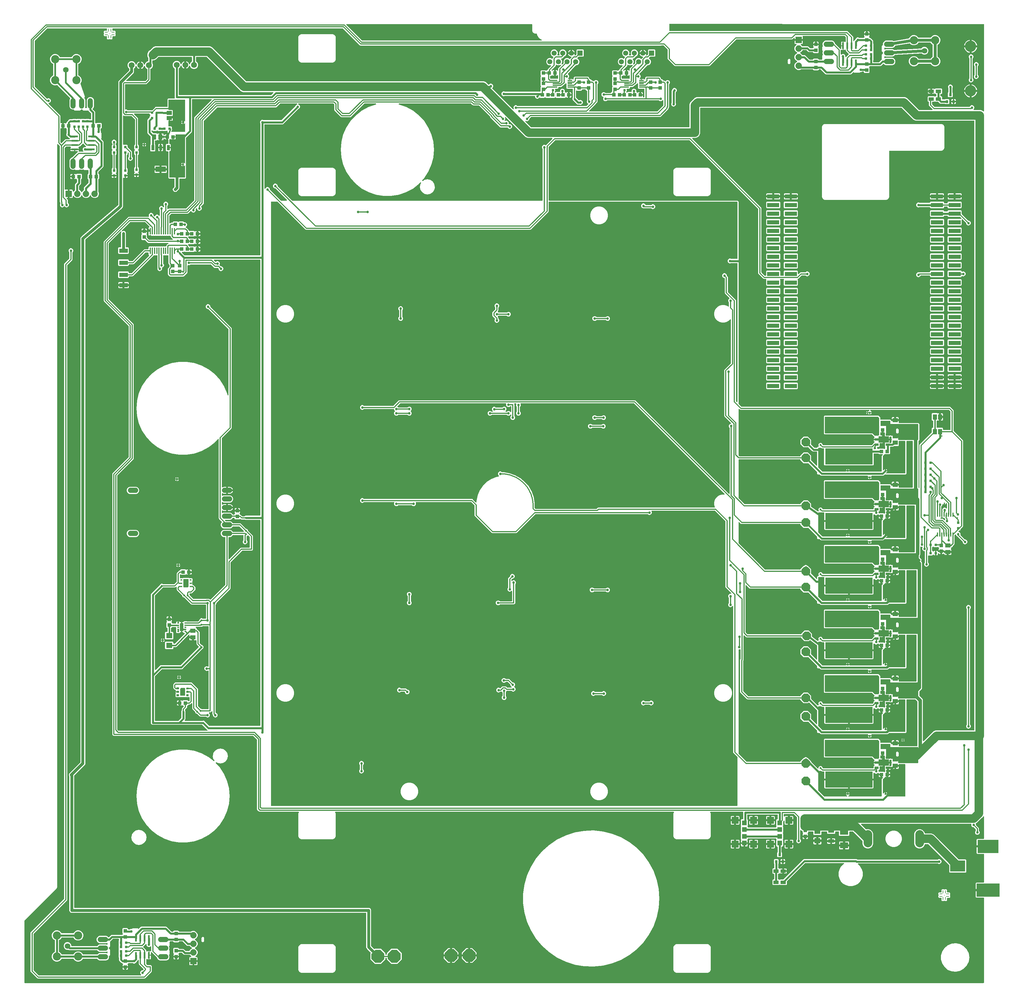
<source format=gbr>
G04 EAGLE Gerber X2 export*
%TF.Part,Single*%
%TF.FileFunction,Copper,L1,Top,Mixed*%
%TF.FilePolarity,Positive*%
%TF.GenerationSoftware,Autodesk,EAGLE,9.1.1*%
%TF.CreationDate,2018-08-01T17:30:23Z*%
G75*
%MOMM*%
%FSLAX34Y34*%
%LPD*%
%AMOC8*
5,1,8,0,0,1.08239X$1,22.5*%
G01*
%ADD10R,1.000000X1.100000*%
%ADD11R,2.400000X1.800000*%
%ADD12R,1.800000X1.600000*%
%ADD13R,1.803400X1.117600*%
%ADD14C,2.540000*%
%ADD15R,0.406400X1.981200*%
%ADD16R,1.100000X1.000000*%
%ADD17R,1.400000X0.300000*%
%ADD18R,1.508000X1.508000*%
%ADD19C,1.508000*%
%ADD20C,1.750000*%
%ADD21R,0.800000X0.800000*%
%ADD22R,0.799997X0.755600*%
%ADD23R,4.400000X3.300000*%
%ADD24R,6.750000X3.900000*%
%ADD25R,6.200000X3.900000*%
%ADD26R,0.600000X0.400000*%
%ADD27R,1.500000X1.300000*%
%ADD28R,1.803000X1.600000*%
%ADD29C,0.600000*%
%ADD30R,0.400000X0.300000*%
%ADD31R,1.270000X1.651000*%
%ADD32C,1.524000*%
%ADD33R,0.755600X0.799997*%
%ADD34R,0.838200X1.600200*%
%ADD35R,3.098800X1.600200*%
%ADD36R,1.300000X1.500000*%
%ADD37R,1.600200X1.168400*%
%ADD38P,4.123906X8X22.500000*%
%ADD39R,2.540000X1.270000*%
%ADD40R,3.556000X1.270000*%
%ADD41R,1.500000X1.000000*%
%ADD42R,0.889000X0.254000*%
%ADD43R,0.254000X0.889000*%
%ADD44C,0.250000*%
%ADD45R,1.168400X1.600200*%
%ADD46C,0.400000*%
%ADD47R,0.350000X1.200000*%
%ADD48R,1.200000X0.680000*%
%ADD49R,3.050000X1.930000*%
%ADD50R,1.050000X1.500000*%
%ADD51R,2.400000X1.500000*%
%ADD52R,13.995400X4.749800*%
%ADD53P,2.749271X8X202.500000*%
%ADD54C,1.638300*%
%ADD55C,2.400300*%
%ADD56C,3.316000*%
%ADD57R,0.787400X0.889000*%
%ADD58R,1.879600X1.879600*%
%ADD59C,1.879600*%
%ADD60R,0.558800X1.981200*%
%ADD61R,1.981200X0.558800*%
%ADD62R,1.468000X1.468000*%
%ADD63R,1.428000X1.428000*%
%ADD64R,2.025000X2.025000*%
%ADD65C,0.304800*%
%ADD66C,0.756400*%
%ADD67R,0.956400X0.956400*%
%ADD68C,0.406400*%
%ADD69C,0.609600*%
%ADD70C,0.660400*%
%ADD71C,0.558800*%
%ADD72C,1.016000*%
%ADD73C,0.508000*%
%ADD74C,0.254000*%
%ADD75C,0.812800*%

G36*
X2109496Y532388D02*
X2109496Y532388D01*
X2109522Y532386D01*
X2109669Y532408D01*
X2109816Y532425D01*
X2109841Y532433D01*
X2109867Y532437D01*
X2110005Y532492D01*
X2110144Y532542D01*
X2110166Y532556D01*
X2110191Y532566D01*
X2110312Y532651D01*
X2110437Y532731D01*
X2110455Y532750D01*
X2110477Y532765D01*
X2110576Y532875D01*
X2110679Y532982D01*
X2110693Y533004D01*
X2110710Y533024D01*
X2110782Y533154D01*
X2110858Y533281D01*
X2110866Y533306D01*
X2110879Y533329D01*
X2110919Y533472D01*
X2110964Y533613D01*
X2110966Y533639D01*
X2110974Y533664D01*
X2110993Y533908D01*
X2110993Y675909D01*
X2110979Y676035D01*
X2110972Y676161D01*
X2110959Y676207D01*
X2110953Y676255D01*
X2110911Y676374D01*
X2110876Y676496D01*
X2110852Y676538D01*
X2110836Y676583D01*
X2110767Y676690D01*
X2110706Y676800D01*
X2110666Y676846D01*
X2110647Y676876D01*
X2110612Y676910D01*
X2110547Y676986D01*
X2100744Y686789D01*
X2099243Y688290D01*
X2098547Y689970D01*
X2098547Y1120010D01*
X2098536Y1120110D01*
X2098534Y1120210D01*
X2098516Y1120282D01*
X2098507Y1120356D01*
X2098474Y1120450D01*
X2098449Y1120548D01*
X2098415Y1120614D01*
X2098390Y1120684D01*
X2098335Y1120768D01*
X2098289Y1120858D01*
X2098241Y1120914D01*
X2098201Y1120977D01*
X2098129Y1121047D01*
X2098064Y1121123D01*
X2098004Y1121167D01*
X2097950Y1121219D01*
X2097864Y1121271D01*
X2097783Y1121330D01*
X2097715Y1121360D01*
X2097651Y1121398D01*
X2097555Y1121428D01*
X2097463Y1121468D01*
X2097390Y1121481D01*
X2097319Y1121504D01*
X2097219Y1121512D01*
X2097120Y1121530D01*
X2097046Y1121526D01*
X2096972Y1121532D01*
X2096872Y1121517D01*
X2096772Y1121512D01*
X2096701Y1121491D01*
X2096627Y1121480D01*
X2096534Y1121443D01*
X2096437Y1121415D01*
X2096372Y1121379D01*
X2096303Y1121352D01*
X2096221Y1121294D01*
X2096133Y1121245D01*
X2096057Y1121180D01*
X2096017Y1121153D01*
X2095993Y1121126D01*
X2095947Y1121087D01*
X2094289Y1119429D01*
X2091779Y1118389D01*
X2089061Y1118389D01*
X2086551Y1119429D01*
X2084629Y1121351D01*
X2083589Y1123861D01*
X2083589Y1126579D01*
X2084629Y1129089D01*
X2085401Y1129861D01*
X2085480Y1129960D01*
X2085564Y1130054D01*
X2085588Y1130096D01*
X2085618Y1130134D01*
X2085672Y1130248D01*
X2085733Y1130359D01*
X2085746Y1130406D01*
X2085767Y1130449D01*
X2085793Y1130573D01*
X2085828Y1130695D01*
X2085833Y1130755D01*
X2085840Y1130790D01*
X2085839Y1130838D01*
X2085847Y1130938D01*
X2085847Y1144902D01*
X2085833Y1145027D01*
X2085826Y1145153D01*
X2085813Y1145200D01*
X2085807Y1145248D01*
X2085765Y1145367D01*
X2085730Y1145488D01*
X2085706Y1145530D01*
X2085690Y1145576D01*
X2085621Y1145682D01*
X2085560Y1145792D01*
X2085520Y1145839D01*
X2085501Y1145869D01*
X2085466Y1145902D01*
X2085401Y1145979D01*
X2084629Y1146751D01*
X2083589Y1149261D01*
X2083589Y1151979D01*
X2084629Y1154489D01*
X2086551Y1156411D01*
X2089061Y1157451D01*
X2091225Y1157451D01*
X2091325Y1157462D01*
X2091425Y1157464D01*
X2091497Y1157482D01*
X2091571Y1157491D01*
X2091666Y1157524D01*
X2091763Y1157549D01*
X2091829Y1157583D01*
X2091899Y1157608D01*
X2091984Y1157663D01*
X2092073Y1157709D01*
X2092130Y1157757D01*
X2092192Y1157797D01*
X2092262Y1157869D01*
X2092338Y1157934D01*
X2092383Y1157994D01*
X2092434Y1158048D01*
X2092486Y1158134D01*
X2092546Y1158215D01*
X2092575Y1158283D01*
X2092613Y1158347D01*
X2092644Y1158443D01*
X2092684Y1158535D01*
X2092697Y1158608D01*
X2092719Y1158679D01*
X2092727Y1158779D01*
X2092745Y1158878D01*
X2092741Y1158952D01*
X2092747Y1159026D01*
X2092732Y1159126D01*
X2092727Y1159226D01*
X2092707Y1159297D01*
X2092696Y1159371D01*
X2092659Y1159464D01*
X2092631Y1159561D01*
X2092594Y1159626D01*
X2092567Y1159695D01*
X2092510Y1159777D01*
X2092461Y1159865D01*
X2092395Y1159941D01*
X2092368Y1159981D01*
X2092342Y1160005D01*
X2092302Y1160051D01*
X2077884Y1174469D01*
X2076383Y1175970D01*
X2075687Y1177650D01*
X2075687Y1370741D01*
X2075673Y1370866D01*
X2075666Y1370992D01*
X2075653Y1371039D01*
X2075647Y1371087D01*
X2075605Y1371206D01*
X2075570Y1371327D01*
X2075546Y1371369D01*
X2075530Y1371415D01*
X2075461Y1371521D01*
X2075400Y1371631D01*
X2075360Y1371678D01*
X2075341Y1371708D01*
X2075306Y1371741D01*
X2075241Y1371818D01*
X2044918Y1402141D01*
X2044819Y1402220D01*
X2044725Y1402304D01*
X2044683Y1402328D01*
X2044645Y1402358D01*
X2044531Y1402412D01*
X2044420Y1402473D01*
X2044373Y1402486D01*
X2044330Y1402507D01*
X2044206Y1402533D01*
X2044084Y1402568D01*
X2044024Y1402573D01*
X2043989Y1402580D01*
X2043941Y1402579D01*
X2043841Y1402587D01*
X1859019Y1402587D01*
X1858870Y1402570D01*
X1858720Y1402558D01*
X1858697Y1402550D01*
X1858673Y1402547D01*
X1858531Y1402497D01*
X1858388Y1402451D01*
X1858367Y1402438D01*
X1858345Y1402430D01*
X1858218Y1402348D01*
X1858089Y1402271D01*
X1858072Y1402254D01*
X1858052Y1402241D01*
X1857947Y1402132D01*
X1857840Y1402028D01*
X1857827Y1402008D01*
X1857810Y1401990D01*
X1857732Y1401861D01*
X1857651Y1401735D01*
X1857643Y1401712D01*
X1857631Y1401691D01*
X1857585Y1401548D01*
X1857535Y1401406D01*
X1857532Y1401382D01*
X1857525Y1401359D01*
X1857513Y1401210D01*
X1857496Y1401060D01*
X1857499Y1401036D01*
X1857497Y1401012D01*
X1857519Y1400864D01*
X1857536Y1400714D01*
X1857545Y1400686D01*
X1857548Y1400667D01*
X1857566Y1400624D01*
X1857612Y1400481D01*
X1858491Y1398359D01*
X1858491Y1395641D01*
X1857451Y1393131D01*
X1855529Y1391209D01*
X1853019Y1390169D01*
X1850301Y1390169D01*
X1847791Y1391209D01*
X1847019Y1391981D01*
X1846920Y1392060D01*
X1846826Y1392144D01*
X1846784Y1392168D01*
X1846746Y1392198D01*
X1846632Y1392252D01*
X1846521Y1392313D01*
X1846474Y1392326D01*
X1846431Y1392347D01*
X1846307Y1392373D01*
X1846185Y1392408D01*
X1846125Y1392413D01*
X1846090Y1392420D01*
X1846042Y1392419D01*
X1845942Y1392427D01*
X1516628Y1392427D01*
X1516502Y1392413D01*
X1516376Y1392406D01*
X1516329Y1392393D01*
X1516281Y1392387D01*
X1516162Y1392345D01*
X1516041Y1392310D01*
X1515999Y1392286D01*
X1515953Y1392270D01*
X1515847Y1392201D01*
X1515737Y1392140D01*
X1515690Y1392100D01*
X1515660Y1392081D01*
X1515627Y1392046D01*
X1515551Y1391981D01*
X1460559Y1336989D01*
X1458878Y1336293D01*
X1388462Y1336293D01*
X1386781Y1336989D01*
X1336989Y1386781D01*
X1336293Y1388462D01*
X1336293Y1417335D01*
X1336279Y1417461D01*
X1336272Y1417587D01*
X1336259Y1417633D01*
X1336253Y1417681D01*
X1336211Y1417800D01*
X1336176Y1417922D01*
X1336152Y1417964D01*
X1336136Y1418009D01*
X1336067Y1418116D01*
X1336006Y1418226D01*
X1335966Y1418272D01*
X1335947Y1418302D01*
X1335912Y1418336D01*
X1335847Y1418412D01*
X1326718Y1427541D01*
X1326619Y1427620D01*
X1326525Y1427704D01*
X1326483Y1427728D01*
X1326445Y1427758D01*
X1326331Y1427812D01*
X1326220Y1427873D01*
X1326174Y1427886D01*
X1326130Y1427907D01*
X1326007Y1427933D01*
X1325885Y1427968D01*
X1325824Y1427973D01*
X1325789Y1427980D01*
X1325741Y1427979D01*
X1325641Y1427987D01*
X1164539Y1427987D01*
X1164390Y1427970D01*
X1164240Y1427958D01*
X1164217Y1427950D01*
X1164193Y1427947D01*
X1164052Y1427897D01*
X1163909Y1427851D01*
X1163888Y1427838D01*
X1163865Y1427830D01*
X1163738Y1427748D01*
X1163610Y1427671D01*
X1163593Y1427654D01*
X1163572Y1427641D01*
X1163468Y1427533D01*
X1163360Y1427428D01*
X1163347Y1427408D01*
X1163330Y1427390D01*
X1163253Y1427261D01*
X1163172Y1427135D01*
X1163164Y1427112D01*
X1163151Y1427091D01*
X1163105Y1426948D01*
X1163055Y1426806D01*
X1163052Y1426782D01*
X1163045Y1426759D01*
X1163033Y1426610D01*
X1163016Y1426460D01*
X1163019Y1426436D01*
X1163017Y1426412D01*
X1163039Y1426263D01*
X1163057Y1426114D01*
X1163066Y1426086D01*
X1163069Y1426067D01*
X1163086Y1426023D01*
X1163132Y1425881D01*
X1163801Y1424267D01*
X1163801Y1421549D01*
X1162761Y1419039D01*
X1160839Y1417117D01*
X1158329Y1416077D01*
X1155611Y1416077D01*
X1153101Y1417117D01*
X1152329Y1417889D01*
X1152230Y1417968D01*
X1152136Y1418052D01*
X1152094Y1418076D01*
X1152056Y1418106D01*
X1151942Y1418160D01*
X1151831Y1418221D01*
X1151784Y1418234D01*
X1151741Y1418255D01*
X1151617Y1418281D01*
X1151495Y1418316D01*
X1151435Y1418321D01*
X1151400Y1418328D01*
X1151352Y1418327D01*
X1151252Y1418335D01*
X1111888Y1418335D01*
X1111763Y1418321D01*
X1111637Y1418314D01*
X1111590Y1418301D01*
X1111542Y1418295D01*
X1111423Y1418253D01*
X1111302Y1418218D01*
X1111260Y1418194D01*
X1111214Y1418178D01*
X1111108Y1418109D01*
X1110998Y1418048D01*
X1110951Y1418008D01*
X1110921Y1417989D01*
X1110888Y1417954D01*
X1110811Y1417889D01*
X1110039Y1417117D01*
X1107529Y1416077D01*
X1104811Y1416077D01*
X1102301Y1417117D01*
X1100379Y1419039D01*
X1099339Y1421549D01*
X1099339Y1424267D01*
X1100008Y1425881D01*
X1100049Y1426026D01*
X1100095Y1426169D01*
X1100097Y1426193D01*
X1100104Y1426216D01*
X1100111Y1426367D01*
X1100123Y1426516D01*
X1100119Y1426540D01*
X1100121Y1426564D01*
X1100094Y1426712D01*
X1100071Y1426861D01*
X1100062Y1426883D01*
X1100058Y1426907D01*
X1099998Y1427045D01*
X1099943Y1427185D01*
X1099929Y1427205D01*
X1099919Y1427227D01*
X1099829Y1427348D01*
X1099744Y1427471D01*
X1099726Y1427487D01*
X1099711Y1427507D01*
X1099596Y1427604D01*
X1099485Y1427704D01*
X1099464Y1427716D01*
X1099445Y1427732D01*
X1099312Y1427800D01*
X1099180Y1427873D01*
X1099157Y1427879D01*
X1099135Y1427890D01*
X1098989Y1427927D01*
X1098844Y1427968D01*
X1098815Y1427970D01*
X1098797Y1427975D01*
X1098750Y1427975D01*
X1098601Y1427987D01*
X1011558Y1427987D01*
X1011433Y1427973D01*
X1011307Y1427966D01*
X1011260Y1427953D01*
X1011212Y1427947D01*
X1011093Y1427905D01*
X1010972Y1427870D01*
X1010930Y1427846D01*
X1010884Y1427830D01*
X1010778Y1427761D01*
X1010668Y1427700D01*
X1010621Y1427660D01*
X1010591Y1427641D01*
X1010558Y1427606D01*
X1010481Y1427541D01*
X1009709Y1426769D01*
X1007199Y1425729D01*
X1004481Y1425729D01*
X1001971Y1426769D01*
X1000049Y1428691D01*
X999009Y1431201D01*
X999009Y1433919D01*
X1000049Y1436429D01*
X1001971Y1438351D01*
X1004481Y1439391D01*
X1007199Y1439391D01*
X1009709Y1438351D01*
X1010481Y1437579D01*
X1010580Y1437500D01*
X1010674Y1437416D01*
X1010716Y1437392D01*
X1010754Y1437362D01*
X1010868Y1437308D01*
X1010979Y1437247D01*
X1011026Y1437234D01*
X1011069Y1437213D01*
X1011193Y1437187D01*
X1011315Y1437152D01*
X1011375Y1437147D01*
X1011410Y1437140D01*
X1011458Y1437141D01*
X1011558Y1437133D01*
X1329076Y1437133D01*
X1330756Y1436437D01*
X1332257Y1434936D01*
X1339789Y1427404D01*
X1339867Y1427342D01*
X1339940Y1427272D01*
X1340004Y1427233D01*
X1340062Y1427187D01*
X1340153Y1427144D01*
X1340239Y1427093D01*
X1340310Y1427070D01*
X1340377Y1427038D01*
X1340475Y1427017D01*
X1340571Y1426987D01*
X1340645Y1426981D01*
X1340718Y1426965D01*
X1340818Y1426967D01*
X1340918Y1426959D01*
X1340992Y1426970D01*
X1341066Y1426971D01*
X1341163Y1426995D01*
X1341263Y1427010D01*
X1341332Y1427038D01*
X1341404Y1427056D01*
X1341494Y1427102D01*
X1341587Y1427139D01*
X1341648Y1427181D01*
X1341714Y1427216D01*
X1341791Y1427281D01*
X1341873Y1427338D01*
X1341923Y1427393D01*
X1341979Y1427441D01*
X1342039Y1427522D01*
X1342106Y1427597D01*
X1342142Y1427662D01*
X1342187Y1427722D01*
X1342226Y1427814D01*
X1342275Y1427902D01*
X1342295Y1427973D01*
X1342325Y1428042D01*
X1342342Y1428140D01*
X1342370Y1428237D01*
X1342378Y1428337D01*
X1342386Y1428385D01*
X1342384Y1428420D01*
X1342389Y1428481D01*
X1342389Y1431676D01*
X1342519Y1432330D01*
X1342520Y1432330D01*
X1342520Y1432331D01*
X1342822Y1433853D01*
X1342823Y1433854D01*
X1343125Y1435377D01*
X1343126Y1435377D01*
X1343731Y1438423D01*
X1343732Y1438423D01*
X1344034Y1439946D01*
X1344035Y1439947D01*
X1344337Y1441470D01*
X1344338Y1441470D01*
X1344640Y1442993D01*
X1344641Y1442993D01*
X1345246Y1446039D01*
X1345246Y1446040D01*
X1345513Y1447379D01*
X1351640Y1462171D01*
X1360535Y1475484D01*
X1371856Y1486805D01*
X1385169Y1495700D01*
X1399961Y1501827D01*
X1407252Y1503277D01*
X1407371Y1503316D01*
X1407493Y1503346D01*
X1407536Y1503369D01*
X1407583Y1503384D01*
X1407691Y1503448D01*
X1407802Y1503506D01*
X1407840Y1503538D01*
X1407882Y1503563D01*
X1407972Y1503650D01*
X1408068Y1503732D01*
X1408097Y1503771D01*
X1408133Y1503806D01*
X1408200Y1503911D01*
X1408275Y1504012D01*
X1408295Y1504057D01*
X1408321Y1504099D01*
X1408363Y1504217D01*
X1408413Y1504332D01*
X1408422Y1504381D01*
X1408438Y1504427D01*
X1408452Y1504552D01*
X1408475Y1504675D01*
X1408472Y1504724D01*
X1408478Y1504773D01*
X1408463Y1504898D01*
X1408457Y1505023D01*
X1408443Y1505070D01*
X1408437Y1505119D01*
X1408395Y1505237D01*
X1408360Y1505358D01*
X1408336Y1505401D01*
X1408319Y1505447D01*
X1408251Y1505553D01*
X1408190Y1505662D01*
X1408150Y1505709D01*
X1408130Y1505740D01*
X1408096Y1505773D01*
X1408032Y1505848D01*
X1406449Y1507431D01*
X1405409Y1509941D01*
X1405409Y1512659D01*
X1406449Y1515169D01*
X1408371Y1517091D01*
X1410881Y1518131D01*
X1413599Y1518131D01*
X1416109Y1517091D01*
X1416881Y1516319D01*
X1416980Y1516240D01*
X1417074Y1516156D01*
X1417116Y1516132D01*
X1417154Y1516102D01*
X1417269Y1516048D01*
X1417379Y1515987D01*
X1417426Y1515974D01*
X1417469Y1515953D01*
X1417593Y1515927D01*
X1417715Y1515892D01*
X1417775Y1515887D01*
X1417810Y1515880D01*
X1417858Y1515881D01*
X1417958Y1515873D01*
X1423402Y1515873D01*
X1440385Y1512878D01*
X1456589Y1506980D01*
X1471523Y1498358D01*
X1484734Y1487274D01*
X1495818Y1474063D01*
X1504440Y1459129D01*
X1510338Y1442925D01*
X1513333Y1425942D01*
X1513333Y1410701D01*
X1513347Y1410575D01*
X1513354Y1410449D01*
X1513367Y1410403D01*
X1513373Y1410355D01*
X1513415Y1410236D01*
X1513450Y1410114D01*
X1513474Y1410072D01*
X1513490Y1410027D01*
X1513559Y1409920D01*
X1513620Y1409810D01*
X1513660Y1409764D01*
X1513679Y1409734D01*
X1513714Y1409700D01*
X1513779Y1409624D01*
X1515288Y1408115D01*
X1515387Y1408036D01*
X1515481Y1407952D01*
X1515523Y1407928D01*
X1515561Y1407898D01*
X1515675Y1407844D01*
X1515786Y1407783D01*
X1515832Y1407770D01*
X1515876Y1407749D01*
X1515999Y1407723D01*
X1516121Y1407688D01*
X1516182Y1407683D01*
X1516217Y1407676D01*
X1516265Y1407677D01*
X1516365Y1407669D01*
X1695211Y1407669D01*
X1695337Y1407683D01*
X1695463Y1407690D01*
X1695509Y1407703D01*
X1695557Y1407709D01*
X1695676Y1407751D01*
X1695798Y1407786D01*
X1695840Y1407810D01*
X1695885Y1407826D01*
X1695992Y1407895D01*
X1696102Y1407956D01*
X1696148Y1407996D01*
X1696178Y1408015D01*
X1696212Y1408050D01*
X1696288Y1408115D01*
X1699210Y1411037D01*
X1700890Y1411733D01*
X2042913Y1411733D01*
X2042989Y1411741D01*
X2043065Y1411740D01*
X2043161Y1411761D01*
X2043259Y1411773D01*
X2043331Y1411798D01*
X2043406Y1411815D01*
X2043495Y1411857D01*
X2043587Y1411890D01*
X2043651Y1411932D01*
X2043720Y1411964D01*
X2043797Y1412026D01*
X2043880Y1412079D01*
X2043933Y1412134D01*
X2043993Y1412182D01*
X2044054Y1412259D01*
X2044122Y1412330D01*
X2044161Y1412395D01*
X2044209Y1412455D01*
X2044250Y1412544D01*
X2044301Y1412629D01*
X2044324Y1412702D01*
X2044357Y1412771D01*
X2044377Y1412867D01*
X2044407Y1412961D01*
X2044413Y1413037D01*
X2044429Y1413112D01*
X2044427Y1413210D01*
X2044435Y1413308D01*
X2044424Y1413384D01*
X2044422Y1413460D01*
X2044398Y1413555D01*
X2044383Y1413653D01*
X2044355Y1413724D01*
X2044336Y1413798D01*
X2044333Y1413804D01*
X2042540Y1420496D01*
X2042540Y1427352D01*
X2044315Y1433973D01*
X2047742Y1439910D01*
X2052590Y1444758D01*
X2058527Y1448185D01*
X2065148Y1449960D01*
X2071370Y1449960D01*
X2071470Y1449971D01*
X2071570Y1449973D01*
X2071643Y1449991D01*
X2071717Y1450000D01*
X2071811Y1450033D01*
X2071908Y1450058D01*
X2071975Y1450092D01*
X2072045Y1450117D01*
X2072129Y1450172D01*
X2072218Y1450218D01*
X2072275Y1450266D01*
X2072337Y1450306D01*
X2072407Y1450378D01*
X2072484Y1450443D01*
X2072528Y1450503D01*
X2072580Y1450557D01*
X2072631Y1450643D01*
X2072691Y1450724D01*
X2072720Y1450792D01*
X2072758Y1450856D01*
X2072789Y1450952D01*
X2072829Y1451044D01*
X2072842Y1451117D01*
X2072865Y1451188D01*
X2072873Y1451288D01*
X2072891Y1451387D01*
X2072887Y1451461D01*
X2072893Y1451535D01*
X2072878Y1451635D01*
X2072873Y1451735D01*
X2072852Y1451806D01*
X2072841Y1451880D01*
X2072804Y1451973D01*
X2072776Y1452070D01*
X2072740Y1452135D01*
X2072712Y1452204D01*
X2072655Y1452286D01*
X2072606Y1452374D01*
X2072541Y1452450D01*
X2072513Y1452490D01*
X2072487Y1452514D01*
X2072447Y1452560D01*
X1806664Y1718343D01*
X1806565Y1718422D01*
X1806471Y1718506D01*
X1806429Y1718530D01*
X1806391Y1718560D01*
X1806277Y1718614D01*
X1806166Y1718675D01*
X1806120Y1718688D01*
X1806076Y1718709D01*
X1805953Y1718735D01*
X1805831Y1718770D01*
X1805770Y1718775D01*
X1805736Y1718782D01*
X1805688Y1718781D01*
X1805587Y1718789D01*
X1473161Y1718789D01*
X1473012Y1718772D01*
X1472862Y1718760D01*
X1472839Y1718752D01*
X1472815Y1718749D01*
X1472674Y1718699D01*
X1472530Y1718653D01*
X1472509Y1718640D01*
X1472487Y1718632D01*
X1472360Y1718550D01*
X1472231Y1718473D01*
X1472214Y1718456D01*
X1472194Y1718443D01*
X1472089Y1718335D01*
X1471981Y1718230D01*
X1471968Y1718210D01*
X1471952Y1718192D01*
X1471874Y1718063D01*
X1471793Y1717937D01*
X1471785Y1717914D01*
X1471773Y1717893D01*
X1471727Y1717750D01*
X1471677Y1717608D01*
X1471674Y1717584D01*
X1471667Y1717561D01*
X1471655Y1717412D01*
X1471638Y1717262D01*
X1471641Y1717238D01*
X1471639Y1717214D01*
X1471661Y1717065D01*
X1471678Y1716916D01*
X1471687Y1716888D01*
X1471690Y1716869D01*
X1471708Y1716825D01*
X1471754Y1716683D01*
X1472411Y1715097D01*
X1472411Y1712379D01*
X1471371Y1709869D01*
X1470599Y1709097D01*
X1470520Y1708998D01*
X1470436Y1708904D01*
X1470412Y1708862D01*
X1470382Y1708824D01*
X1470328Y1708710D01*
X1470267Y1708599D01*
X1470254Y1708552D01*
X1470233Y1708509D01*
X1470207Y1708385D01*
X1470172Y1708263D01*
X1470167Y1708203D01*
X1470160Y1708168D01*
X1470161Y1708120D01*
X1470153Y1708020D01*
X1470153Y1695326D01*
X1470167Y1695201D01*
X1470174Y1695075D01*
X1470187Y1695028D01*
X1470193Y1694980D01*
X1470235Y1694861D01*
X1470270Y1694740D01*
X1470294Y1694698D01*
X1470310Y1694652D01*
X1470379Y1694546D01*
X1470440Y1694436D01*
X1470480Y1694389D01*
X1470499Y1694359D01*
X1470534Y1694326D01*
X1470599Y1694249D01*
X1471371Y1693477D01*
X1472411Y1690967D01*
X1472411Y1688249D01*
X1471371Y1685739D01*
X1469449Y1683817D01*
X1466939Y1682777D01*
X1464221Y1682777D01*
X1461711Y1683817D01*
X1459789Y1685739D01*
X1458749Y1688249D01*
X1458749Y1690967D01*
X1459789Y1693477D01*
X1460561Y1694249D01*
X1460640Y1694348D01*
X1460724Y1694442D01*
X1460748Y1694484D01*
X1460778Y1694522D01*
X1460832Y1694636D01*
X1460893Y1694747D01*
X1460906Y1694794D01*
X1460927Y1694837D01*
X1460953Y1694961D01*
X1460988Y1695083D01*
X1460993Y1695143D01*
X1461000Y1695178D01*
X1460999Y1695226D01*
X1461007Y1695326D01*
X1461007Y1708020D01*
X1460993Y1708145D01*
X1460986Y1708271D01*
X1460973Y1708318D01*
X1460967Y1708366D01*
X1460925Y1708485D01*
X1460890Y1708606D01*
X1460866Y1708648D01*
X1460850Y1708694D01*
X1460781Y1708800D01*
X1460720Y1708910D01*
X1460680Y1708957D01*
X1460661Y1708987D01*
X1460626Y1709020D01*
X1460561Y1709097D01*
X1459789Y1709869D01*
X1458749Y1712379D01*
X1458749Y1715097D01*
X1459406Y1716683D01*
X1459448Y1716828D01*
X1459493Y1716971D01*
X1459495Y1716995D01*
X1459502Y1717018D01*
X1459509Y1717169D01*
X1459521Y1717318D01*
X1459518Y1717342D01*
X1459519Y1717366D01*
X1459492Y1717514D01*
X1459470Y1717663D01*
X1459461Y1717685D01*
X1459456Y1717709D01*
X1459397Y1717847D01*
X1459341Y1717987D01*
X1459327Y1718007D01*
X1459318Y1718029D01*
X1459228Y1718150D01*
X1459142Y1718273D01*
X1459124Y1718289D01*
X1459110Y1718309D01*
X1458995Y1718406D01*
X1458883Y1718506D01*
X1458862Y1718518D01*
X1458844Y1718534D01*
X1458710Y1718602D01*
X1458578Y1718675D01*
X1458555Y1718681D01*
X1458533Y1718692D01*
X1458388Y1718729D01*
X1458243Y1718770D01*
X1458214Y1718772D01*
X1458195Y1718777D01*
X1458148Y1718777D01*
X1457999Y1718789D01*
X1454733Y1718789D01*
X1454584Y1718772D01*
X1454434Y1718760D01*
X1454411Y1718752D01*
X1454387Y1718749D01*
X1454245Y1718699D01*
X1454102Y1718652D01*
X1454081Y1718640D01*
X1454059Y1718632D01*
X1453932Y1718550D01*
X1453803Y1718473D01*
X1453786Y1718456D01*
X1453766Y1718443D01*
X1453661Y1718335D01*
X1453553Y1718230D01*
X1453540Y1718210D01*
X1453524Y1718192D01*
X1453446Y1718063D01*
X1453365Y1717937D01*
X1453357Y1717914D01*
X1453345Y1717893D01*
X1453299Y1717750D01*
X1453249Y1717608D01*
X1453246Y1717584D01*
X1453239Y1717561D01*
X1453227Y1717412D01*
X1453210Y1717262D01*
X1453213Y1717238D01*
X1453211Y1717214D01*
X1453233Y1717065D01*
X1453250Y1716916D01*
X1453259Y1716888D01*
X1453262Y1716869D01*
X1453280Y1716825D01*
X1453326Y1716683D01*
X1453643Y1715918D01*
X1453643Y1682626D01*
X1453657Y1682501D01*
X1453664Y1682375D01*
X1453677Y1682328D01*
X1453683Y1682280D01*
X1453725Y1682161D01*
X1453760Y1682040D01*
X1453784Y1681998D01*
X1453800Y1681952D01*
X1453869Y1681846D01*
X1453930Y1681736D01*
X1453970Y1681689D01*
X1453989Y1681659D01*
X1454024Y1681626D01*
X1454089Y1681549D01*
X1454861Y1680777D01*
X1455901Y1678267D01*
X1455901Y1675549D01*
X1454861Y1673039D01*
X1452939Y1671117D01*
X1450429Y1670077D01*
X1447711Y1670077D01*
X1445201Y1671117D01*
X1443279Y1673039D01*
X1442239Y1675549D01*
X1442239Y1678267D01*
X1443279Y1680777D01*
X1444051Y1681549D01*
X1444130Y1681648D01*
X1444214Y1681742D01*
X1444238Y1681784D01*
X1444268Y1681822D01*
X1444322Y1681936D01*
X1444383Y1682047D01*
X1444396Y1682094D01*
X1444417Y1682137D01*
X1444443Y1682261D01*
X1444478Y1682383D01*
X1444483Y1682443D01*
X1444490Y1682478D01*
X1444489Y1682526D01*
X1444497Y1682626D01*
X1444497Y1684398D01*
X1444486Y1684498D01*
X1444484Y1684598D01*
X1444466Y1684670D01*
X1444457Y1684744D01*
X1444424Y1684838D01*
X1444399Y1684936D01*
X1444365Y1685002D01*
X1444340Y1685072D01*
X1444285Y1685156D01*
X1444239Y1685246D01*
X1444191Y1685302D01*
X1444151Y1685365D01*
X1444079Y1685435D01*
X1444014Y1685511D01*
X1443954Y1685555D01*
X1443900Y1685607D01*
X1443814Y1685659D01*
X1443733Y1685718D01*
X1443665Y1685748D01*
X1443601Y1685786D01*
X1443505Y1685816D01*
X1443413Y1685856D01*
X1443340Y1685869D01*
X1443269Y1685892D01*
X1443169Y1685900D01*
X1443070Y1685918D01*
X1442996Y1685914D01*
X1442922Y1685920D01*
X1442822Y1685905D01*
X1442722Y1685900D01*
X1442651Y1685879D01*
X1442577Y1685868D01*
X1442484Y1685831D01*
X1442387Y1685803D01*
X1442322Y1685767D01*
X1442253Y1685740D01*
X1442171Y1685682D01*
X1442083Y1685633D01*
X1442007Y1685568D01*
X1441967Y1685541D01*
X1441943Y1685514D01*
X1441897Y1685475D01*
X1440239Y1683817D01*
X1437729Y1682777D01*
X1435011Y1682777D01*
X1432501Y1683817D01*
X1431729Y1684589D01*
X1431630Y1684668D01*
X1431536Y1684752D01*
X1431494Y1684776D01*
X1431456Y1684806D01*
X1431342Y1684860D01*
X1431231Y1684921D01*
X1431184Y1684934D01*
X1431141Y1684955D01*
X1431017Y1684981D01*
X1430895Y1685016D01*
X1430835Y1685021D01*
X1430800Y1685028D01*
X1430752Y1685027D01*
X1430652Y1685035D01*
X1387478Y1685035D01*
X1387353Y1685021D01*
X1387227Y1685014D01*
X1387180Y1685001D01*
X1387132Y1684995D01*
X1387013Y1684953D01*
X1386892Y1684918D01*
X1386850Y1684894D01*
X1386804Y1684878D01*
X1386698Y1684809D01*
X1386588Y1684748D01*
X1386541Y1684708D01*
X1386511Y1684689D01*
X1386478Y1684654D01*
X1386401Y1684589D01*
X1385629Y1683817D01*
X1383119Y1682777D01*
X1380401Y1682777D01*
X1377891Y1683817D01*
X1375969Y1685739D01*
X1374929Y1688249D01*
X1374929Y1690967D01*
X1375969Y1693477D01*
X1377891Y1695399D01*
X1380401Y1696439D01*
X1383119Y1696439D01*
X1385629Y1695399D01*
X1386401Y1694627D01*
X1386500Y1694548D01*
X1386594Y1694464D01*
X1386636Y1694440D01*
X1386674Y1694410D01*
X1386788Y1694356D01*
X1386899Y1694295D01*
X1386946Y1694282D01*
X1386989Y1694261D01*
X1387113Y1694235D01*
X1387235Y1694200D01*
X1387295Y1694195D01*
X1387330Y1694188D01*
X1387378Y1694189D01*
X1387478Y1694181D01*
X1388742Y1694181D01*
X1388841Y1694192D01*
X1388942Y1694194D01*
X1389014Y1694212D01*
X1389088Y1694221D01*
X1389182Y1694254D01*
X1389280Y1694279D01*
X1389346Y1694313D01*
X1389416Y1694338D01*
X1389500Y1694393D01*
X1389590Y1694439D01*
X1389646Y1694487D01*
X1389709Y1694527D01*
X1389779Y1694599D01*
X1389855Y1694664D01*
X1389899Y1694724D01*
X1389951Y1694778D01*
X1390003Y1694864D01*
X1390062Y1694945D01*
X1390092Y1695013D01*
X1390130Y1695077D01*
X1390160Y1695173D01*
X1390200Y1695265D01*
X1390213Y1695338D01*
X1390236Y1695409D01*
X1390244Y1695509D01*
X1390262Y1695608D01*
X1390258Y1695682D01*
X1390264Y1695756D01*
X1390249Y1695856D01*
X1390244Y1695956D01*
X1390223Y1696027D01*
X1390212Y1696101D01*
X1390175Y1696194D01*
X1390147Y1696291D01*
X1390111Y1696356D01*
X1390084Y1696425D01*
X1390026Y1696507D01*
X1389977Y1696595D01*
X1389912Y1696671D01*
X1389885Y1696711D01*
X1389858Y1696735D01*
X1389819Y1696781D01*
X1388669Y1697931D01*
X1387629Y1700441D01*
X1387629Y1703159D01*
X1388669Y1705669D01*
X1390591Y1707591D01*
X1393101Y1708631D01*
X1395819Y1708631D01*
X1398329Y1707591D01*
X1399101Y1706819D01*
X1399200Y1706740D01*
X1399294Y1706656D01*
X1399336Y1706632D01*
X1399374Y1706602D01*
X1399488Y1706548D01*
X1399599Y1706487D01*
X1399646Y1706474D01*
X1399689Y1706453D01*
X1399813Y1706427D01*
X1399935Y1706392D01*
X1399995Y1706387D01*
X1400030Y1706380D01*
X1400078Y1706381D01*
X1400178Y1706373D01*
X1417444Y1706373D01*
X1417569Y1706387D01*
X1417695Y1706394D01*
X1417742Y1706407D01*
X1417790Y1706413D01*
X1417909Y1706455D01*
X1418030Y1706490D01*
X1418073Y1706514D01*
X1418118Y1706530D01*
X1418224Y1706599D01*
X1418335Y1706660D01*
X1418381Y1706700D01*
X1418411Y1706719D01*
X1418444Y1706754D01*
X1418521Y1706819D01*
X1419801Y1708099D01*
X1422311Y1709139D01*
X1425029Y1709139D01*
X1427539Y1708099D01*
X1429461Y1706177D01*
X1430501Y1703667D01*
X1430501Y1700949D01*
X1429461Y1698439D01*
X1427803Y1696781D01*
X1427741Y1696702D01*
X1427671Y1696630D01*
X1427633Y1696566D01*
X1427587Y1696508D01*
X1427544Y1696417D01*
X1427492Y1696331D01*
X1427469Y1696260D01*
X1427438Y1696193D01*
X1427417Y1696095D01*
X1427386Y1695999D01*
X1427380Y1695925D01*
X1427364Y1695852D01*
X1427366Y1695752D01*
X1427358Y1695652D01*
X1427369Y1695578D01*
X1427370Y1695504D01*
X1427395Y1695407D01*
X1427410Y1695307D01*
X1427437Y1695238D01*
X1427455Y1695166D01*
X1427501Y1695077D01*
X1427538Y1694983D01*
X1427581Y1694922D01*
X1427615Y1694856D01*
X1427680Y1694780D01*
X1427737Y1694697D01*
X1427792Y1694647D01*
X1427841Y1694591D01*
X1427922Y1694531D01*
X1427996Y1694464D01*
X1428061Y1694428D01*
X1428121Y1694383D01*
X1428213Y1694344D01*
X1428301Y1694295D01*
X1428373Y1694275D01*
X1428441Y1694245D01*
X1428540Y1694228D01*
X1428637Y1694200D01*
X1428737Y1694192D01*
X1428784Y1694184D01*
X1428820Y1694186D01*
X1428880Y1694181D01*
X1430652Y1694181D01*
X1430777Y1694195D01*
X1430903Y1694202D01*
X1430950Y1694215D01*
X1430998Y1694221D01*
X1431117Y1694263D01*
X1431238Y1694298D01*
X1431280Y1694322D01*
X1431326Y1694338D01*
X1431432Y1694407D01*
X1431542Y1694468D01*
X1431589Y1694508D01*
X1431619Y1694527D01*
X1431652Y1694562D01*
X1431729Y1694627D01*
X1432501Y1695399D01*
X1435011Y1696439D01*
X1437729Y1696439D01*
X1440239Y1695399D01*
X1441897Y1693741D01*
X1441976Y1693679D01*
X1442048Y1693609D01*
X1442112Y1693571D01*
X1442170Y1693525D01*
X1442261Y1693482D01*
X1442347Y1693430D01*
X1442418Y1693407D01*
X1442485Y1693376D01*
X1442583Y1693355D01*
X1442679Y1693324D01*
X1442753Y1693318D01*
X1442826Y1693302D01*
X1442926Y1693304D01*
X1443026Y1693296D01*
X1443100Y1693307D01*
X1443174Y1693308D01*
X1443271Y1693333D01*
X1443371Y1693348D01*
X1443440Y1693375D01*
X1443512Y1693393D01*
X1443601Y1693439D01*
X1443695Y1693476D01*
X1443756Y1693519D01*
X1443822Y1693553D01*
X1443898Y1693618D01*
X1443981Y1693675D01*
X1444031Y1693730D01*
X1444087Y1693779D01*
X1444147Y1693860D01*
X1444214Y1693934D01*
X1444250Y1693999D01*
X1444295Y1694059D01*
X1444334Y1694151D01*
X1444383Y1694239D01*
X1444403Y1694311D01*
X1444433Y1694379D01*
X1444450Y1694478D01*
X1444478Y1694575D01*
X1444486Y1694675D01*
X1444494Y1694722D01*
X1444492Y1694758D01*
X1444497Y1694818D01*
X1444497Y1708912D01*
X1444494Y1708938D01*
X1444496Y1708964D01*
X1444474Y1709111D01*
X1444457Y1709258D01*
X1444449Y1709283D01*
X1444445Y1709309D01*
X1444390Y1709447D01*
X1444340Y1709586D01*
X1444326Y1709608D01*
X1444316Y1709633D01*
X1444231Y1709754D01*
X1444151Y1709879D01*
X1444132Y1709897D01*
X1444117Y1709919D01*
X1444007Y1710018D01*
X1443900Y1710121D01*
X1443878Y1710135D01*
X1443858Y1710152D01*
X1443728Y1710224D01*
X1443601Y1710300D01*
X1443576Y1710308D01*
X1443553Y1710321D01*
X1443410Y1710361D01*
X1443269Y1710406D01*
X1443243Y1710408D01*
X1443218Y1710416D01*
X1442974Y1710435D01*
X1442088Y1710435D01*
X1441963Y1710421D01*
X1441837Y1710414D01*
X1441790Y1710401D01*
X1441742Y1710395D01*
X1441623Y1710353D01*
X1441502Y1710318D01*
X1441460Y1710294D01*
X1441414Y1710278D01*
X1441308Y1710209D01*
X1441197Y1710148D01*
X1441151Y1710108D01*
X1441121Y1710089D01*
X1441088Y1710054D01*
X1441011Y1709989D01*
X1440239Y1709217D01*
X1437729Y1708177D01*
X1435011Y1708177D01*
X1432501Y1709217D01*
X1430579Y1711139D01*
X1429539Y1713649D01*
X1429539Y1716367D01*
X1429670Y1716683D01*
X1429712Y1716828D01*
X1429757Y1716971D01*
X1429759Y1716995D01*
X1429766Y1717018D01*
X1429773Y1717169D01*
X1429785Y1717318D01*
X1429782Y1717342D01*
X1429783Y1717366D01*
X1429756Y1717514D01*
X1429734Y1717663D01*
X1429725Y1717685D01*
X1429720Y1717709D01*
X1429660Y1717847D01*
X1429605Y1717987D01*
X1429591Y1718007D01*
X1429582Y1718029D01*
X1429492Y1718150D01*
X1429406Y1718273D01*
X1429388Y1718289D01*
X1429374Y1718309D01*
X1429259Y1718406D01*
X1429147Y1718506D01*
X1429126Y1718518D01*
X1429108Y1718534D01*
X1428974Y1718602D01*
X1428842Y1718675D01*
X1428819Y1718681D01*
X1428797Y1718692D01*
X1428652Y1718729D01*
X1428507Y1718770D01*
X1428478Y1718772D01*
X1428459Y1718777D01*
X1428412Y1718777D01*
X1428263Y1718789D01*
X1117935Y1718789D01*
X1117809Y1718775D01*
X1117683Y1718768D01*
X1117636Y1718755D01*
X1117588Y1718749D01*
X1117469Y1718707D01*
X1117348Y1718672D01*
X1117306Y1718648D01*
X1117260Y1718632D01*
X1117154Y1718563D01*
X1117044Y1718502D01*
X1116998Y1718462D01*
X1116968Y1718443D01*
X1116934Y1718408D01*
X1116858Y1718343D01*
X1109229Y1710714D01*
X1109135Y1710597D01*
X1109038Y1710482D01*
X1109027Y1710460D01*
X1109012Y1710441D01*
X1108948Y1710305D01*
X1108879Y1710171D01*
X1108874Y1710148D01*
X1108863Y1710126D01*
X1108832Y1709979D01*
X1108795Y1709833D01*
X1108795Y1709809D01*
X1108790Y1709785D01*
X1108792Y1709635D01*
X1108790Y1709485D01*
X1108795Y1709461D01*
X1108796Y1709437D01*
X1108832Y1709291D01*
X1108864Y1709144D01*
X1108875Y1709122D01*
X1108881Y1709099D01*
X1108950Y1708965D01*
X1109014Y1708830D01*
X1109029Y1708811D01*
X1109040Y1708789D01*
X1109138Y1708675D01*
X1109232Y1708557D01*
X1109251Y1708542D01*
X1109266Y1708524D01*
X1109387Y1708434D01*
X1109505Y1708341D01*
X1109531Y1708328D01*
X1109547Y1708317D01*
X1109590Y1708298D01*
X1109723Y1708230D01*
X1110039Y1708099D01*
X1110811Y1707327D01*
X1110910Y1707248D01*
X1111004Y1707164D01*
X1111046Y1707140D01*
X1111084Y1707110D01*
X1111198Y1707056D01*
X1111309Y1706995D01*
X1111356Y1706982D01*
X1111399Y1706961D01*
X1111523Y1706935D01*
X1111645Y1706900D01*
X1111705Y1706895D01*
X1111740Y1706888D01*
X1111788Y1706889D01*
X1111888Y1706881D01*
X1138552Y1706881D01*
X1138677Y1706895D01*
X1138803Y1706902D01*
X1138850Y1706915D01*
X1138898Y1706921D01*
X1139017Y1706963D01*
X1139138Y1706998D01*
X1139180Y1707022D01*
X1139226Y1707038D01*
X1139332Y1707107D01*
X1139442Y1707168D01*
X1139489Y1707208D01*
X1139519Y1707227D01*
X1139552Y1707262D01*
X1139629Y1707327D01*
X1140401Y1708099D01*
X1142911Y1709139D01*
X1145629Y1709139D01*
X1148139Y1708099D01*
X1150061Y1706177D01*
X1151101Y1703667D01*
X1151101Y1700949D01*
X1150061Y1698439D01*
X1148657Y1697035D01*
X1148641Y1697015D01*
X1148621Y1696998D01*
X1148533Y1696878D01*
X1148441Y1696762D01*
X1148429Y1696738D01*
X1148414Y1696717D01*
X1148355Y1696581D01*
X1148292Y1696447D01*
X1148286Y1696421D01*
X1148276Y1696397D01*
X1148249Y1696251D01*
X1148218Y1696106D01*
X1148219Y1696080D01*
X1148214Y1696054D01*
X1148222Y1695906D01*
X1148224Y1695758D01*
X1148231Y1695732D01*
X1148232Y1695706D01*
X1148273Y1695564D01*
X1148309Y1695420D01*
X1148321Y1695397D01*
X1148329Y1695371D01*
X1148401Y1695242D01*
X1148469Y1695110D01*
X1148486Y1695090D01*
X1148499Y1695067D01*
X1148657Y1694881D01*
X1150061Y1693477D01*
X1151101Y1690967D01*
X1151101Y1688249D01*
X1150061Y1685739D01*
X1148139Y1683817D01*
X1145629Y1682777D01*
X1142911Y1682777D01*
X1140401Y1683817D01*
X1139629Y1684589D01*
X1139530Y1684668D01*
X1139436Y1684752D01*
X1139394Y1684776D01*
X1139356Y1684806D01*
X1139242Y1684860D01*
X1139131Y1684921D01*
X1139084Y1684934D01*
X1139041Y1684955D01*
X1138917Y1684981D01*
X1138795Y1685016D01*
X1138735Y1685021D01*
X1138700Y1685028D01*
X1138652Y1685027D01*
X1138552Y1685035D01*
X1111888Y1685035D01*
X1111763Y1685021D01*
X1111637Y1685014D01*
X1111590Y1685001D01*
X1111542Y1684995D01*
X1111423Y1684953D01*
X1111302Y1684918D01*
X1111260Y1684894D01*
X1111214Y1684878D01*
X1111108Y1684809D01*
X1110998Y1684748D01*
X1110951Y1684708D01*
X1110921Y1684689D01*
X1110888Y1684654D01*
X1110811Y1684589D01*
X1110039Y1683817D01*
X1107529Y1682777D01*
X1104811Y1682777D01*
X1102301Y1683817D01*
X1100379Y1685739D01*
X1099339Y1688249D01*
X1099339Y1690967D01*
X1100379Y1693477D01*
X1101783Y1694881D01*
X1101799Y1694901D01*
X1101819Y1694918D01*
X1101907Y1695038D01*
X1101999Y1695154D01*
X1102011Y1695178D01*
X1102026Y1695199D01*
X1102085Y1695335D01*
X1102148Y1695469D01*
X1102154Y1695495D01*
X1102164Y1695519D01*
X1102190Y1695665D01*
X1102222Y1695810D01*
X1102221Y1695836D01*
X1102226Y1695862D01*
X1102218Y1696010D01*
X1102216Y1696158D01*
X1102209Y1696184D01*
X1102208Y1696210D01*
X1102167Y1696352D01*
X1102131Y1696496D01*
X1102119Y1696519D01*
X1102111Y1696545D01*
X1102039Y1696674D01*
X1101971Y1696806D01*
X1101954Y1696826D01*
X1101941Y1696849D01*
X1101783Y1697035D01*
X1100379Y1698439D01*
X1099313Y1701013D01*
X1099299Y1701130D01*
X1099291Y1701155D01*
X1099287Y1701181D01*
X1099232Y1701319D01*
X1099182Y1701458D01*
X1099168Y1701480D01*
X1099158Y1701505D01*
X1099073Y1701626D01*
X1098993Y1701751D01*
X1098974Y1701769D01*
X1098959Y1701791D01*
X1098849Y1701890D01*
X1098742Y1701993D01*
X1098720Y1702007D01*
X1098700Y1702024D01*
X1098570Y1702096D01*
X1098443Y1702172D01*
X1098418Y1702180D01*
X1098395Y1702193D01*
X1098252Y1702233D01*
X1098111Y1702278D01*
X1098085Y1702280D01*
X1098060Y1702288D01*
X1097816Y1702307D01*
X1011558Y1702307D01*
X1011433Y1702293D01*
X1011307Y1702286D01*
X1011260Y1702273D01*
X1011212Y1702267D01*
X1011093Y1702225D01*
X1010972Y1702190D01*
X1010930Y1702166D01*
X1010884Y1702150D01*
X1010778Y1702081D01*
X1010667Y1702020D01*
X1010621Y1701980D01*
X1010591Y1701961D01*
X1010558Y1701926D01*
X1010481Y1701861D01*
X1009709Y1701089D01*
X1007199Y1700049D01*
X1004481Y1700049D01*
X1001971Y1701089D01*
X1000049Y1703011D01*
X999009Y1705521D01*
X999009Y1708239D01*
X1000049Y1710749D01*
X1001971Y1712671D01*
X1004481Y1713711D01*
X1007199Y1713711D01*
X1009709Y1712671D01*
X1010481Y1711899D01*
X1010580Y1711820D01*
X1010674Y1711736D01*
X1010716Y1711712D01*
X1010754Y1711682D01*
X1010869Y1711628D01*
X1010979Y1711567D01*
X1011026Y1711554D01*
X1011069Y1711533D01*
X1011193Y1711507D01*
X1011315Y1711472D01*
X1011375Y1711467D01*
X1011410Y1711460D01*
X1011458Y1711461D01*
X1011558Y1711453D01*
X1096403Y1711453D01*
X1096528Y1711467D01*
X1096654Y1711474D01*
X1096701Y1711487D01*
X1096749Y1711493D01*
X1096868Y1711535D01*
X1096989Y1711570D01*
X1097031Y1711594D01*
X1097077Y1711610D01*
X1097183Y1711679D01*
X1097293Y1711740D01*
X1097340Y1711780D01*
X1097370Y1711799D01*
X1097403Y1711834D01*
X1097480Y1711899D01*
X1111319Y1725738D01*
X1112819Y1727239D01*
X1114500Y1727935D01*
X1809022Y1727935D01*
X1810703Y1727239D01*
X2085279Y1452662D01*
X2085357Y1452600D01*
X2085430Y1452530D01*
X2085494Y1452492D01*
X2085552Y1452446D01*
X2085643Y1452403D01*
X2085729Y1452351D01*
X2085800Y1452328D01*
X2085867Y1452297D01*
X2085965Y1452276D01*
X2086061Y1452245D01*
X2086135Y1452239D01*
X2086208Y1452223D01*
X2086308Y1452225D01*
X2086408Y1452217D01*
X2086482Y1452228D01*
X2086556Y1452229D01*
X2086653Y1452254D01*
X2086753Y1452269D01*
X2086822Y1452296D01*
X2086894Y1452314D01*
X2086984Y1452360D01*
X2087077Y1452397D01*
X2087138Y1452440D01*
X2087204Y1452474D01*
X2087281Y1452539D01*
X2087363Y1452596D01*
X2087413Y1452651D01*
X2087469Y1452700D01*
X2087529Y1452781D01*
X2087596Y1452855D01*
X2087632Y1452920D01*
X2087677Y1452980D01*
X2087716Y1453072D01*
X2087765Y1453160D01*
X2087785Y1453232D01*
X2087815Y1453300D01*
X2087832Y1453399D01*
X2087860Y1453496D01*
X2087868Y1453596D01*
X2087876Y1453643D01*
X2087874Y1453679D01*
X2087879Y1453739D01*
X2087879Y1646298D01*
X2087865Y1646423D01*
X2087858Y1646549D01*
X2087845Y1646596D01*
X2087839Y1646644D01*
X2087797Y1646763D01*
X2087762Y1646884D01*
X2087738Y1646926D01*
X2087722Y1646972D01*
X2087653Y1647078D01*
X2087592Y1647188D01*
X2087552Y1647235D01*
X2087533Y1647265D01*
X2087498Y1647298D01*
X2087433Y1647375D01*
X2086661Y1648147D01*
X2085621Y1650657D01*
X2085621Y1653375D01*
X2086661Y1655885D01*
X2088583Y1657807D01*
X2091162Y1658875D01*
X2091293Y1658948D01*
X2091427Y1659017D01*
X2091446Y1659033D01*
X2091467Y1659045D01*
X2091578Y1659145D01*
X2091693Y1659243D01*
X2091707Y1659262D01*
X2091725Y1659279D01*
X2091810Y1659402D01*
X2091900Y1659523D01*
X2091909Y1659545D01*
X2091923Y1659565D01*
X2091978Y1659705D01*
X2092038Y1659843D01*
X2092042Y1659867D01*
X2092051Y1659890D01*
X2092073Y1660038D01*
X2092099Y1660186D01*
X2092098Y1660210D01*
X2092102Y1660234D01*
X2092089Y1660385D01*
X2092081Y1660534D01*
X2092075Y1660557D01*
X2092073Y1660582D01*
X2092027Y1660725D01*
X2091985Y1660869D01*
X2091973Y1660890D01*
X2091966Y1660913D01*
X2091888Y1661042D01*
X2091815Y1661173D01*
X2091796Y1661196D01*
X2091786Y1661212D01*
X2091753Y1661246D01*
X2091656Y1661360D01*
X2074102Y1678914D01*
X2072601Y1680414D01*
X2071905Y1682095D01*
X2071905Y1816660D01*
X2072601Y1818341D01*
X2074102Y1819841D01*
X2091116Y1836855D01*
X2091195Y1836954D01*
X2091279Y1837048D01*
X2091303Y1837091D01*
X2091333Y1837128D01*
X2091387Y1837243D01*
X2091448Y1837353D01*
X2091461Y1837400D01*
X2091482Y1837443D01*
X2091508Y1837567D01*
X2091543Y1837689D01*
X2091548Y1837749D01*
X2091555Y1837784D01*
X2091554Y1837832D01*
X2091562Y1837932D01*
X2091562Y1965213D01*
X2091551Y1965313D01*
X2091549Y1965413D01*
X2091531Y1965485D01*
X2091522Y1965559D01*
X2091489Y1965653D01*
X2091464Y1965751D01*
X2091430Y1965817D01*
X2091405Y1965887D01*
X2091350Y1965971D01*
X2091304Y1966061D01*
X2091256Y1966117D01*
X2091216Y1966180D01*
X2091144Y1966250D01*
X2091079Y1966326D01*
X2091019Y1966370D01*
X2090965Y1966422D01*
X2090879Y1966474D01*
X2090798Y1966533D01*
X2090730Y1966563D01*
X2090666Y1966601D01*
X2090570Y1966632D01*
X2090478Y1966671D01*
X2090405Y1966684D01*
X2090334Y1966707D01*
X2090234Y1966715D01*
X2090135Y1966733D01*
X2090061Y1966729D01*
X2089987Y1966735D01*
X2089887Y1966720D01*
X2089787Y1966715D01*
X2089716Y1966694D01*
X2089642Y1966683D01*
X2089549Y1966646D01*
X2089452Y1966619D01*
X2089387Y1966582D01*
X2089318Y1966555D01*
X2089236Y1966497D01*
X2089148Y1966448D01*
X2089072Y1966383D01*
X2089032Y1966356D01*
X2089008Y1966329D01*
X2088962Y1966290D01*
X2084562Y1961890D01*
X2078625Y1958463D01*
X2072004Y1956688D01*
X2065148Y1956688D01*
X2058527Y1958463D01*
X2052590Y1961890D01*
X2047742Y1966738D01*
X2044315Y1972675D01*
X2042540Y1979296D01*
X2042540Y1986152D01*
X2044315Y1992773D01*
X2047742Y1998710D01*
X2052590Y2003558D01*
X2058527Y2006985D01*
X2065148Y2008760D01*
X2072004Y2008760D01*
X2078625Y2006985D01*
X2083562Y2004135D01*
X2083632Y2004105D01*
X2083697Y2004066D01*
X2083791Y2004036D01*
X2083882Y2003996D01*
X2083957Y2003983D01*
X2084029Y2003960D01*
X2084128Y2003952D01*
X2084225Y2003934D01*
X2084301Y2003938D01*
X2084376Y2003932D01*
X2084474Y2003947D01*
X2084573Y2003951D01*
X2084646Y2003972D01*
X2084721Y2003984D01*
X2084813Y2004020D01*
X2084908Y2004047D01*
X2084974Y2004084D01*
X2085045Y2004112D01*
X2085126Y2004169D01*
X2085213Y2004217D01*
X2085269Y2004268D01*
X2085331Y2004311D01*
X2085397Y2004385D01*
X2085471Y2004451D01*
X2085514Y2004514D01*
X2085564Y2004570D01*
X2085612Y2004657D01*
X2085669Y2004738D01*
X2085696Y2004809D01*
X2085733Y2004875D01*
X2085760Y2004971D01*
X2085796Y2005063D01*
X2085807Y2005137D01*
X2085828Y2005210D01*
X2085840Y2005361D01*
X2085847Y2005407D01*
X2085845Y2005426D01*
X2085847Y2005454D01*
X2085847Y2016122D01*
X2085833Y2016247D01*
X2085826Y2016373D01*
X2085813Y2016420D01*
X2085807Y2016468D01*
X2085765Y2016587D01*
X2085730Y2016708D01*
X2085706Y2016750D01*
X2085690Y2016796D01*
X2085621Y2016902D01*
X2085560Y2017012D01*
X2085520Y2017059D01*
X2085501Y2017089D01*
X2085466Y2017122D01*
X2085401Y2017199D01*
X2084629Y2017971D01*
X2083589Y2020481D01*
X2083589Y2023199D01*
X2084629Y2025709D01*
X2086602Y2027682D01*
X2086624Y2027693D01*
X2086643Y2027709D01*
X2086664Y2027721D01*
X2086775Y2027822D01*
X2086890Y2027919D01*
X2086904Y2027939D01*
X2086922Y2027955D01*
X2087007Y2028079D01*
X2087097Y2028199D01*
X2087106Y2028222D01*
X2087120Y2028242D01*
X2087175Y2028382D01*
X2087235Y2028520D01*
X2087239Y2028543D01*
X2087248Y2028566D01*
X2087270Y2028714D01*
X2087296Y2028863D01*
X2087295Y2028887D01*
X2087299Y2028911D01*
X2087286Y2029061D01*
X2087278Y2029211D01*
X2087272Y2029234D01*
X2087270Y2029258D01*
X2087223Y2029401D01*
X2087182Y2029545D01*
X2087170Y2029567D01*
X2087163Y2029590D01*
X2087085Y2029718D01*
X2087012Y2029850D01*
X2086993Y2029872D01*
X2086983Y2029888D01*
X2086950Y2029922D01*
X2086853Y2030036D01*
X2075623Y2041266D01*
X2074123Y2042766D01*
X2073427Y2044447D01*
X2073427Y2087146D01*
X2073424Y2087172D01*
X2073426Y2087198D01*
X2073404Y2087345D01*
X2073387Y2087492D01*
X2073378Y2087517D01*
X2073374Y2087543D01*
X2073319Y2087681D01*
X2073269Y2087820D01*
X2073255Y2087842D01*
X2073245Y2087867D01*
X2073161Y2087988D01*
X2073080Y2088113D01*
X2073061Y2088131D01*
X2073046Y2088153D01*
X2072937Y2088252D01*
X2072830Y2088355D01*
X2072807Y2088369D01*
X2072788Y2088386D01*
X2072658Y2088458D01*
X2072531Y2088534D01*
X2072506Y2088542D01*
X2072483Y2088555D01*
X2072340Y2088595D01*
X2072199Y2088640D01*
X2072172Y2088642D01*
X2072147Y2088650D01*
X2071903Y2088669D01*
X2071281Y2088669D01*
X2068771Y2089709D01*
X2066849Y2091631D01*
X2065809Y2094141D01*
X2065809Y2096859D01*
X2066849Y2099369D01*
X2068771Y2101291D01*
X2071281Y2102331D01*
X2073999Y2102331D01*
X2076509Y2101291D01*
X2078431Y2099369D01*
X2079471Y2096859D01*
X2079471Y2095767D01*
X2079485Y2095641D01*
X2079492Y2095515D01*
X2079505Y2095469D01*
X2079511Y2095421D01*
X2079553Y2095302D01*
X2079588Y2095180D01*
X2079612Y2095138D01*
X2079628Y2095093D01*
X2079697Y2094986D01*
X2079758Y2094876D01*
X2079798Y2094830D01*
X2079817Y2094800D01*
X2079852Y2094766D01*
X2079917Y2094690D01*
X2081876Y2092731D01*
X2082572Y2091050D01*
X2082572Y2047882D01*
X2082587Y2047756D01*
X2082593Y2047630D01*
X2082606Y2047583D01*
X2082612Y2047535D01*
X2082655Y2047416D01*
X2082690Y2047295D01*
X2082713Y2047253D01*
X2082729Y2047207D01*
X2082798Y2047101D01*
X2082860Y2046991D01*
X2082899Y2046944D01*
X2082919Y2046914D01*
X2082953Y2046881D01*
X2083018Y2046804D01*
X2104099Y2025724D01*
X2105600Y2024223D01*
X2106296Y2022542D01*
X2106296Y1726006D01*
X2106310Y1725880D01*
X2106317Y1725754D01*
X2106330Y1725708D01*
X2106336Y1725660D01*
X2106378Y1725541D01*
X2106413Y1725419D01*
X2106437Y1725377D01*
X2106453Y1725332D01*
X2106522Y1725225D01*
X2106583Y1725115D01*
X2106623Y1725069D01*
X2106642Y1725039D01*
X2106677Y1725005D01*
X2106742Y1724929D01*
X2108393Y1723278D01*
X2108472Y1723215D01*
X2108544Y1723146D01*
X2108608Y1723107D01*
X2108666Y1723061D01*
X2108757Y1723018D01*
X2108843Y1722967D01*
X2108914Y1722944D01*
X2108981Y1722912D01*
X2109079Y1722891D01*
X2109175Y1722861D01*
X2109249Y1722855D01*
X2109322Y1722839D01*
X2109422Y1722841D01*
X2109522Y1722833D01*
X2109596Y1722844D01*
X2109670Y1722845D01*
X2109768Y1722869D01*
X2109867Y1722884D01*
X2109936Y1722912D01*
X2110008Y1722930D01*
X2110098Y1722976D01*
X2110191Y1723013D01*
X2110252Y1723055D01*
X2110318Y1723089D01*
X2110395Y1723155D01*
X2110477Y1723212D01*
X2110527Y1723267D01*
X2110583Y1723315D01*
X2110643Y1723396D01*
X2110710Y1723471D01*
X2110746Y1723536D01*
X2110791Y1723596D01*
X2110830Y1723688D01*
X2110879Y1723776D01*
X2110899Y1723847D01*
X2110929Y1723916D01*
X2110946Y1724014D01*
X2110974Y1724111D01*
X2110982Y1724211D01*
X2110990Y1724259D01*
X2110988Y1724294D01*
X2110993Y1724355D01*
X2110993Y2131060D01*
X2110990Y2131086D01*
X2110992Y2131112D01*
X2110970Y2131259D01*
X2110953Y2131406D01*
X2110945Y2131431D01*
X2110941Y2131457D01*
X2110886Y2131595D01*
X2110836Y2131734D01*
X2110822Y2131756D01*
X2110812Y2131781D01*
X2110727Y2131902D01*
X2110647Y2132027D01*
X2110628Y2132045D01*
X2110613Y2132067D01*
X2110503Y2132166D01*
X2110396Y2132269D01*
X2110374Y2132283D01*
X2110354Y2132300D01*
X2110224Y2132372D01*
X2110097Y2132448D01*
X2110072Y2132456D01*
X2110049Y2132469D01*
X2109906Y2132509D01*
X2109765Y2132554D01*
X2109739Y2132556D01*
X2109714Y2132564D01*
X2109470Y2132583D01*
X2092152Y2132583D01*
X2092150Y2132583D01*
X2092148Y2132583D01*
X2091971Y2132562D01*
X2091806Y2132543D01*
X2091804Y2132543D01*
X2091802Y2132542D01*
X2091569Y2132467D01*
X2090077Y2131849D01*
X2087359Y2131849D01*
X2084849Y2132889D01*
X2082927Y2134811D01*
X2081887Y2137321D01*
X2081887Y2140039D01*
X2082927Y2142549D01*
X2084849Y2144471D01*
X2087359Y2145511D01*
X2090077Y2145511D01*
X2091569Y2144893D01*
X2091571Y2144892D01*
X2091573Y2144891D01*
X2091735Y2144845D01*
X2091904Y2144797D01*
X2091906Y2144797D01*
X2091908Y2144796D01*
X2092152Y2144777D01*
X2109470Y2144777D01*
X2109496Y2144780D01*
X2109522Y2144778D01*
X2109669Y2144800D01*
X2109816Y2144817D01*
X2109841Y2144825D01*
X2109867Y2144829D01*
X2110005Y2144884D01*
X2110144Y2144934D01*
X2110166Y2144948D01*
X2110191Y2144958D01*
X2110312Y2145043D01*
X2110437Y2145123D01*
X2110455Y2145142D01*
X2110477Y2145157D01*
X2110576Y2145267D01*
X2110679Y2145374D01*
X2110693Y2145396D01*
X2110710Y2145416D01*
X2110782Y2145546D01*
X2110858Y2145673D01*
X2110866Y2145698D01*
X2110879Y2145721D01*
X2110919Y2145864D01*
X2110964Y2146005D01*
X2110966Y2146031D01*
X2110974Y2146056D01*
X2110993Y2146300D01*
X2110993Y2311908D01*
X2110990Y2311934D01*
X2110992Y2311960D01*
X2110970Y2312107D01*
X2110953Y2312254D01*
X2110945Y2312279D01*
X2110941Y2312305D01*
X2110886Y2312443D01*
X2110836Y2312582D01*
X2110822Y2312604D01*
X2110812Y2312629D01*
X2110727Y2312750D01*
X2110647Y2312875D01*
X2110628Y2312893D01*
X2110613Y2312915D01*
X2110503Y2313014D01*
X2110396Y2313117D01*
X2110374Y2313131D01*
X2110354Y2313148D01*
X2110224Y2313220D01*
X2110097Y2313296D01*
X2110072Y2313304D01*
X2110049Y2313317D01*
X2109906Y2313357D01*
X2109765Y2313402D01*
X2109739Y2313404D01*
X2109714Y2313412D01*
X2109470Y2313431D01*
X1556230Y2313431D01*
X1556204Y2313428D01*
X1556178Y2313430D01*
X1556031Y2313408D01*
X1555884Y2313391D01*
X1555859Y2313383D01*
X1555833Y2313379D01*
X1555695Y2313324D01*
X1555556Y2313274D01*
X1555534Y2313260D01*
X1555509Y2313250D01*
X1555388Y2313165D01*
X1555263Y2313085D01*
X1555245Y2313066D01*
X1555223Y2313051D01*
X1555124Y2312941D01*
X1555021Y2312834D01*
X1555007Y2312812D01*
X1554990Y2312792D01*
X1554918Y2312662D01*
X1554842Y2312535D01*
X1554834Y2312510D01*
X1554821Y2312487D01*
X1554781Y2312344D01*
X1554736Y2312203D01*
X1554734Y2312177D01*
X1554726Y2312152D01*
X1554707Y2311908D01*
X1554707Y2284823D01*
X1554011Y2283143D01*
X1502191Y2231323D01*
X1500511Y2230627D01*
X839830Y2230627D01*
X838150Y2231323D01*
X756488Y2312985D01*
X756389Y2313064D01*
X756295Y2313148D01*
X756253Y2313172D01*
X756215Y2313202D01*
X756101Y2313256D01*
X755990Y2313317D01*
X755944Y2313330D01*
X755900Y2313351D01*
X755777Y2313377D01*
X755655Y2313412D01*
X755594Y2313417D01*
X755559Y2313424D01*
X755511Y2313423D01*
X755411Y2313431D01*
X737870Y2313431D01*
X737844Y2313428D01*
X737818Y2313430D01*
X737671Y2313408D01*
X737524Y2313391D01*
X737499Y2313383D01*
X737473Y2313379D01*
X737335Y2313324D01*
X737196Y2313274D01*
X737174Y2313260D01*
X737149Y2313250D01*
X737028Y2313165D01*
X736903Y2313085D01*
X736885Y2313066D01*
X736863Y2313051D01*
X736764Y2312941D01*
X736661Y2312834D01*
X736647Y2312812D01*
X736630Y2312792D01*
X736558Y2312662D01*
X736482Y2312535D01*
X736474Y2312510D01*
X736461Y2312487D01*
X736421Y2312344D01*
X736376Y2312203D01*
X736374Y2312177D01*
X736366Y2312152D01*
X736347Y2311908D01*
X736347Y533908D01*
X736350Y533882D01*
X736348Y533856D01*
X736370Y533709D01*
X736387Y533562D01*
X736395Y533537D01*
X736399Y533511D01*
X736454Y533373D01*
X736504Y533234D01*
X736518Y533212D01*
X736528Y533187D01*
X736613Y533066D01*
X736693Y532941D01*
X736712Y532923D01*
X736727Y532901D01*
X736837Y532802D01*
X736944Y532699D01*
X736966Y532685D01*
X736986Y532668D01*
X737116Y532596D01*
X737243Y532520D01*
X737268Y532512D01*
X737291Y532499D01*
X737434Y532459D01*
X737575Y532414D01*
X737601Y532412D01*
X737626Y532404D01*
X737870Y532385D01*
X2109470Y532385D01*
X2109496Y532388D01*
G37*
G36*
X2835682Y10164D02*
X2835682Y10164D01*
X2835708Y10162D01*
X2835855Y10184D01*
X2836002Y10201D01*
X2836027Y10209D01*
X2836053Y10213D01*
X2836191Y10268D01*
X2836330Y10318D01*
X2836352Y10332D01*
X2836377Y10342D01*
X2836498Y10427D01*
X2836623Y10507D01*
X2836641Y10526D01*
X2836663Y10541D01*
X2836762Y10651D01*
X2836865Y10758D01*
X2836879Y10780D01*
X2836896Y10800D01*
X2836968Y10930D01*
X2837044Y11057D01*
X2837052Y11082D01*
X2837065Y11105D01*
X2837105Y11248D01*
X2837150Y11389D01*
X2837152Y11415D01*
X2837160Y11440D01*
X2837179Y11684D01*
X2837179Y260526D01*
X2837176Y260552D01*
X2837178Y260578D01*
X2837156Y260725D01*
X2837139Y260872D01*
X2837131Y260896D01*
X2837127Y260922D01*
X2837072Y261060D01*
X2837022Y261200D01*
X2837008Y261222D01*
X2836998Y261246D01*
X2836913Y261368D01*
X2836833Y261493D01*
X2836814Y261511D01*
X2836799Y261533D01*
X2836689Y261632D01*
X2836582Y261735D01*
X2836560Y261748D01*
X2836540Y261766D01*
X2836410Y261838D01*
X2836283Y261914D01*
X2836258Y261922D01*
X2836235Y261934D01*
X2836092Y261975D01*
X2835951Y262020D01*
X2835925Y262022D01*
X2835900Y262029D01*
X2835656Y262049D01*
X2815147Y262049D01*
X2814501Y262222D01*
X2813922Y262557D01*
X2813449Y263030D01*
X2813114Y263609D01*
X2812941Y264255D01*
X2812941Y281042D01*
X2835656Y281042D01*
X2835682Y281045D01*
X2835708Y281043D01*
X2835855Y281065D01*
X2836002Y281082D01*
X2836027Y281091D01*
X2836053Y281095D01*
X2836191Y281150D01*
X2836330Y281200D01*
X2836352Y281214D01*
X2836377Y281224D01*
X2836498Y281308D01*
X2836623Y281389D01*
X2836641Y281408D01*
X2836663Y281423D01*
X2836762Y281533D01*
X2836865Y281639D01*
X2836879Y281662D01*
X2836896Y281681D01*
X2836968Y281811D01*
X2837044Y281939D01*
X2837052Y281963D01*
X2837065Y281986D01*
X2837105Y282129D01*
X2837150Y282270D01*
X2837152Y282297D01*
X2837160Y282322D01*
X2837179Y282566D01*
X2837179Y285614D01*
X2837176Y285640D01*
X2837178Y285666D01*
X2837156Y285813D01*
X2837139Y285960D01*
X2837131Y285984D01*
X2837127Y286010D01*
X2837072Y286148D01*
X2837022Y286288D01*
X2837008Y286310D01*
X2836998Y286334D01*
X2836913Y286456D01*
X2836833Y286581D01*
X2836814Y286599D01*
X2836799Y286620D01*
X2836689Y286720D01*
X2836582Y286823D01*
X2836560Y286836D01*
X2836540Y286854D01*
X2836410Y286926D01*
X2836283Y287002D01*
X2836258Y287010D01*
X2836235Y287022D01*
X2836092Y287063D01*
X2835951Y287108D01*
X2835925Y287110D01*
X2835900Y287117D01*
X2835656Y287137D01*
X2812941Y287137D01*
X2812941Y303924D01*
X2813114Y304570D01*
X2813449Y305150D01*
X2813922Y305623D01*
X2814501Y305957D01*
X2815147Y306130D01*
X2835656Y306130D01*
X2835682Y306133D01*
X2835708Y306131D01*
X2835855Y306153D01*
X2836002Y306170D01*
X2836027Y306179D01*
X2836053Y306183D01*
X2836191Y306238D01*
X2836330Y306288D01*
X2836352Y306302D01*
X2836377Y306312D01*
X2836498Y306396D01*
X2836623Y306477D01*
X2836641Y306496D01*
X2836663Y306511D01*
X2836762Y306620D01*
X2836865Y306727D01*
X2836879Y306750D01*
X2836896Y306769D01*
X2836968Y306899D01*
X2837044Y307026D01*
X2837052Y307051D01*
X2837065Y307074D01*
X2837105Y307217D01*
X2837150Y307358D01*
X2837152Y307385D01*
X2837160Y307410D01*
X2837179Y307654D01*
X2837179Y389526D01*
X2837176Y389552D01*
X2837178Y389578D01*
X2837156Y389725D01*
X2837139Y389872D01*
X2837131Y389896D01*
X2837127Y389922D01*
X2837072Y390060D01*
X2837022Y390200D01*
X2837008Y390222D01*
X2836998Y390246D01*
X2836913Y390368D01*
X2836833Y390493D01*
X2836814Y390511D01*
X2836799Y390533D01*
X2836689Y390632D01*
X2836582Y390735D01*
X2836560Y390748D01*
X2836540Y390766D01*
X2836410Y390838D01*
X2836283Y390914D01*
X2836258Y390922D01*
X2836235Y390934D01*
X2836092Y390975D01*
X2835951Y391020D01*
X2835925Y391022D01*
X2835900Y391029D01*
X2835656Y391049D01*
X2817897Y391049D01*
X2817251Y391222D01*
X2816672Y391557D01*
X2816199Y392030D01*
X2815864Y392609D01*
X2815691Y393255D01*
X2815691Y410042D01*
X2835656Y410042D01*
X2835682Y410045D01*
X2835708Y410043D01*
X2835855Y410065D01*
X2836002Y410082D01*
X2836027Y410091D01*
X2836053Y410095D01*
X2836191Y410150D01*
X2836330Y410200D01*
X2836352Y410214D01*
X2836377Y410224D01*
X2836498Y410308D01*
X2836623Y410389D01*
X2836641Y410408D01*
X2836663Y410423D01*
X2836762Y410533D01*
X2836865Y410639D01*
X2836879Y410662D01*
X2836896Y410681D01*
X2836968Y410811D01*
X2837044Y410939D01*
X2837052Y410963D01*
X2837065Y410986D01*
X2837105Y411129D01*
X2837150Y411270D01*
X2837152Y411297D01*
X2837160Y411322D01*
X2837179Y411566D01*
X2837179Y414614D01*
X2837176Y414640D01*
X2837178Y414666D01*
X2837156Y414813D01*
X2837139Y414960D01*
X2837131Y414984D01*
X2837127Y415010D01*
X2837072Y415148D01*
X2837022Y415288D01*
X2837008Y415310D01*
X2836998Y415334D01*
X2836913Y415456D01*
X2836833Y415581D01*
X2836814Y415599D01*
X2836799Y415620D01*
X2836689Y415720D01*
X2836582Y415823D01*
X2836560Y415836D01*
X2836540Y415854D01*
X2836410Y415926D01*
X2836283Y416002D01*
X2836258Y416010D01*
X2836235Y416022D01*
X2836092Y416063D01*
X2835951Y416108D01*
X2835925Y416110D01*
X2835900Y416117D01*
X2835656Y416137D01*
X2815691Y416137D01*
X2815691Y432924D01*
X2815864Y433570D01*
X2816199Y434150D01*
X2816672Y434623D01*
X2817251Y434957D01*
X2817897Y435130D01*
X2835656Y435130D01*
X2835682Y435133D01*
X2835708Y435131D01*
X2835855Y435153D01*
X2836002Y435170D01*
X2836027Y435179D01*
X2836053Y435183D01*
X2836191Y435238D01*
X2836330Y435288D01*
X2836352Y435302D01*
X2836377Y435312D01*
X2836498Y435396D01*
X2836623Y435477D01*
X2836641Y435496D01*
X2836663Y435511D01*
X2836762Y435620D01*
X2836865Y435727D01*
X2836879Y435750D01*
X2836896Y435769D01*
X2836968Y435899D01*
X2837044Y436026D01*
X2837052Y436051D01*
X2837065Y436074D01*
X2837105Y436217D01*
X2837150Y436358D01*
X2837152Y436385D01*
X2837160Y436410D01*
X2837179Y436654D01*
X2837179Y499830D01*
X2837168Y499930D01*
X2837166Y500030D01*
X2837148Y500102D01*
X2837139Y500176D01*
X2837106Y500270D01*
X2837081Y500368D01*
X2837047Y500434D01*
X2837022Y500504D01*
X2836967Y500588D01*
X2836921Y500678D01*
X2836873Y500734D01*
X2836833Y500797D01*
X2836761Y500867D01*
X2836696Y500943D01*
X2836636Y500987D01*
X2836582Y501039D01*
X2836496Y501091D01*
X2836415Y501150D01*
X2836347Y501180D01*
X2836283Y501218D01*
X2836187Y501249D01*
X2836095Y501288D01*
X2836022Y501301D01*
X2835951Y501324D01*
X2835851Y501332D01*
X2835752Y501350D01*
X2835678Y501346D01*
X2835604Y501352D01*
X2835504Y501337D01*
X2835404Y501332D01*
X2835333Y501311D01*
X2835259Y501300D01*
X2835166Y501263D01*
X2835069Y501236D01*
X2835004Y501199D01*
X2834935Y501172D01*
X2834853Y501114D01*
X2834765Y501065D01*
X2834689Y501000D01*
X2834649Y500973D01*
X2834625Y500946D01*
X2834579Y500907D01*
X2830647Y496975D01*
X2815621Y481949D01*
X2813720Y481161D01*
X2813697Y481149D01*
X2813672Y481141D01*
X2813545Y481064D01*
X2813415Y480992D01*
X2813395Y480974D01*
X2813373Y480961D01*
X2813267Y480858D01*
X2813157Y480758D01*
X2813142Y480736D01*
X2813123Y480718D01*
X2813043Y480593D01*
X2812959Y480471D01*
X2812949Y480447D01*
X2812935Y480425D01*
X2812885Y480285D01*
X2812831Y480147D01*
X2812827Y480121D01*
X2812818Y480096D01*
X2812802Y479949D01*
X2812780Y479802D01*
X2812782Y479776D01*
X2812779Y479750D01*
X2812797Y479603D01*
X2812809Y479455D01*
X2812817Y479430D01*
X2812820Y479404D01*
X2812895Y479171D01*
X2813531Y477637D01*
X2813531Y476545D01*
X2813545Y476419D01*
X2813552Y476293D01*
X2813565Y476247D01*
X2813571Y476199D01*
X2813613Y476080D01*
X2813648Y475958D01*
X2813672Y475916D01*
X2813688Y475871D01*
X2813757Y475764D01*
X2813818Y475654D01*
X2813858Y475608D01*
X2813877Y475578D01*
X2813912Y475544D01*
X2813977Y475468D01*
X2821487Y467958D01*
X2822183Y466277D01*
X2822183Y459628D01*
X2822198Y459502D01*
X2822204Y459376D01*
X2822218Y459329D01*
X2822223Y459281D01*
X2822266Y459163D01*
X2822301Y459041D01*
X2822324Y458999D01*
X2822341Y458953D01*
X2822409Y458847D01*
X2822471Y458737D01*
X2822510Y458691D01*
X2822530Y458661D01*
X2822565Y458627D01*
X2822630Y458551D01*
X2823401Y457779D01*
X2824441Y455268D01*
X2824441Y452551D01*
X2823401Y450040D01*
X2821480Y448119D01*
X2818969Y447079D01*
X2816252Y447079D01*
X2813741Y448119D01*
X2811820Y450040D01*
X2810780Y452551D01*
X2810780Y455268D01*
X2811820Y457779D01*
X2812592Y458551D01*
X2812670Y458650D01*
X2812755Y458743D01*
X2812778Y458786D01*
X2812808Y458824D01*
X2812862Y458938D01*
X2812924Y459049D01*
X2812937Y459095D01*
X2812957Y459139D01*
X2812984Y459262D01*
X2813018Y459384D01*
X2813023Y459445D01*
X2813031Y459479D01*
X2813030Y459527D01*
X2813038Y459628D01*
X2813038Y462842D01*
X2813023Y462968D01*
X2813017Y463094D01*
X2813004Y463141D01*
X2812998Y463189D01*
X2812955Y463307D01*
X2812920Y463429D01*
X2812897Y463471D01*
X2812881Y463517D01*
X2812812Y463623D01*
X2812750Y463733D01*
X2812711Y463779D01*
X2812692Y463809D01*
X2812657Y463843D01*
X2812592Y463919D01*
X2807510Y469001D01*
X2807411Y469080D01*
X2807317Y469164D01*
X2807275Y469188D01*
X2807237Y469218D01*
X2807123Y469272D01*
X2807012Y469333D01*
X2806966Y469346D01*
X2806922Y469367D01*
X2806799Y469393D01*
X2806677Y469428D01*
X2806616Y469433D01*
X2806581Y469440D01*
X2806533Y469439D01*
X2806433Y469447D01*
X2805341Y469447D01*
X2802831Y470487D01*
X2800909Y472409D01*
X2799869Y474919D01*
X2799869Y477709D01*
X2799877Y477733D01*
X2799879Y477757D01*
X2799886Y477780D01*
X2799893Y477931D01*
X2799905Y478080D01*
X2799901Y478104D01*
X2799903Y478128D01*
X2799876Y478276D01*
X2799853Y478425D01*
X2799844Y478447D01*
X2799840Y478471D01*
X2799780Y478609D01*
X2799725Y478749D01*
X2799711Y478768D01*
X2799701Y478790D01*
X2799611Y478911D01*
X2799526Y479035D01*
X2799508Y479051D01*
X2799493Y479070D01*
X2799379Y479167D01*
X2799267Y479268D01*
X2799246Y479280D01*
X2799228Y479295D01*
X2799094Y479364D01*
X2798962Y479437D01*
X2798939Y479443D01*
X2798917Y479454D01*
X2798771Y479491D01*
X2798626Y479532D01*
X2798598Y479534D01*
X2798579Y479539D01*
X2798532Y479539D01*
X2798383Y479551D01*
X2476568Y479551D01*
X2476468Y479540D01*
X2476368Y479538D01*
X2476295Y479520D01*
X2476221Y479511D01*
X2476127Y479478D01*
X2476030Y479453D01*
X2475963Y479419D01*
X2475893Y479394D01*
X2475809Y479339D01*
X2475720Y479293D01*
X2475663Y479245D01*
X2475601Y479205D01*
X2475531Y479133D01*
X2475454Y479068D01*
X2475410Y479008D01*
X2475358Y478954D01*
X2475307Y478868D01*
X2475247Y478787D01*
X2475218Y478719D01*
X2475180Y478655D01*
X2475149Y478559D01*
X2475109Y478467D01*
X2475096Y478394D01*
X2475073Y478323D01*
X2475065Y478223D01*
X2475047Y478124D01*
X2475051Y478050D01*
X2475045Y477976D01*
X2475060Y477876D01*
X2475065Y477776D01*
X2475086Y477705D01*
X2475097Y477631D01*
X2475134Y477538D01*
X2475162Y477441D01*
X2475198Y477376D01*
X2475226Y477307D01*
X2475283Y477225D01*
X2475332Y477137D01*
X2475397Y477061D01*
X2475425Y477021D01*
X2475451Y476997D01*
X2475491Y476951D01*
X2488961Y463480D01*
X2489021Y463433D01*
X2489074Y463378D01*
X2489157Y463325D01*
X2489234Y463264D01*
X2489303Y463231D01*
X2489367Y463190D01*
X2489460Y463157D01*
X2489549Y463115D01*
X2489624Y463099D01*
X2489696Y463073D01*
X2489794Y463062D01*
X2489890Y463042D01*
X2489966Y463043D01*
X2490042Y463034D01*
X2490140Y463046D01*
X2490238Y463048D01*
X2490312Y463066D01*
X2490388Y463075D01*
X2490530Y463121D01*
X2490576Y463133D01*
X2490593Y463141D01*
X2490621Y463150D01*
X2491833Y463652D01*
X2498098Y463652D01*
X2503887Y461255D01*
X2508317Y456825D01*
X2510715Y451036D01*
X2510715Y419371D01*
X2508317Y413583D01*
X2503887Y409153D01*
X2498098Y406755D01*
X2491833Y406755D01*
X2486045Y409153D01*
X2481615Y413583D01*
X2479217Y419371D01*
X2479217Y428049D01*
X2479203Y428175D01*
X2479196Y428301D01*
X2479183Y428348D01*
X2479177Y428396D01*
X2479135Y428515D01*
X2479100Y428636D01*
X2479076Y428678D01*
X2479060Y428724D01*
X2478991Y428830D01*
X2478929Y428940D01*
X2478890Y428986D01*
X2478871Y429016D01*
X2478836Y429050D01*
X2478771Y429126D01*
X2451652Y456245D01*
X2451553Y456324D01*
X2451459Y456408D01*
X2451417Y456432D01*
X2451379Y456462D01*
X2451265Y456516D01*
X2451154Y456577D01*
X2451108Y456590D01*
X2451064Y456611D01*
X2450941Y456637D01*
X2450819Y456672D01*
X2450758Y456677D01*
X2450723Y456684D01*
X2450675Y456683D01*
X2450575Y456691D01*
X2441586Y456691D01*
X2441560Y456688D01*
X2441534Y456690D01*
X2441387Y456668D01*
X2441240Y456651D01*
X2441215Y456643D01*
X2441189Y456639D01*
X2441052Y456584D01*
X2440912Y456534D01*
X2440890Y456520D01*
X2440865Y456510D01*
X2440744Y456425D01*
X2440619Y456345D01*
X2440601Y456326D01*
X2440579Y456311D01*
X2440480Y456201D01*
X2440377Y456094D01*
X2440363Y456072D01*
X2440346Y456052D01*
X2440274Y455922D01*
X2440198Y455795D01*
X2440190Y455770D01*
X2440177Y455747D01*
X2440137Y455604D01*
X2440092Y455463D01*
X2440090Y455437D01*
X2440083Y455412D01*
X2440063Y455168D01*
X2440063Y446004D01*
X2438277Y444218D01*
X2411751Y444218D01*
X2409965Y446004D01*
X2409965Y455168D01*
X2409962Y455194D01*
X2409965Y455220D01*
X2409943Y455367D01*
X2409926Y455514D01*
X2409917Y455539D01*
X2409913Y455565D01*
X2409858Y455702D01*
X2409808Y455842D01*
X2409794Y455864D01*
X2409784Y455889D01*
X2409700Y456010D01*
X2409619Y456135D01*
X2409600Y456153D01*
X2409585Y456175D01*
X2409475Y456274D01*
X2409368Y456377D01*
X2409346Y456391D01*
X2409326Y456408D01*
X2409197Y456480D01*
X2409069Y456556D01*
X2409044Y456564D01*
X2409021Y456577D01*
X2408878Y456617D01*
X2408737Y456662D01*
X2408711Y456664D01*
X2408686Y456672D01*
X2408442Y456691D01*
X2400503Y456691D01*
X2400477Y456688D01*
X2400451Y456690D01*
X2400304Y456668D01*
X2400157Y456651D01*
X2400132Y456643D01*
X2400106Y456639D01*
X2399969Y456584D01*
X2399829Y456534D01*
X2399807Y456520D01*
X2399782Y456510D01*
X2399661Y456425D01*
X2399536Y456345D01*
X2399518Y456326D01*
X2399496Y456311D01*
X2399397Y456201D01*
X2399294Y456094D01*
X2399280Y456072D01*
X2399263Y456052D01*
X2399191Y455922D01*
X2399115Y455795D01*
X2399107Y455770D01*
X2399094Y455747D01*
X2399054Y455604D01*
X2399009Y455463D01*
X2399007Y455437D01*
X2399000Y455412D01*
X2398980Y455168D01*
X2398980Y451772D01*
X2397194Y449986D01*
X2376634Y449986D01*
X2374848Y451772D01*
X2374848Y455168D01*
X2374845Y455194D01*
X2374848Y455220D01*
X2374826Y455367D01*
X2374809Y455514D01*
X2374800Y455539D01*
X2374796Y455565D01*
X2374741Y455702D01*
X2374691Y455842D01*
X2374677Y455864D01*
X2374667Y455889D01*
X2374583Y456010D01*
X2374502Y456135D01*
X2374483Y456153D01*
X2374468Y456175D01*
X2374358Y456274D01*
X2374251Y456377D01*
X2374229Y456391D01*
X2374209Y456408D01*
X2374080Y456480D01*
X2373952Y456556D01*
X2373927Y456564D01*
X2373904Y456577D01*
X2373761Y456617D01*
X2373620Y456662D01*
X2373594Y456664D01*
X2373569Y456672D01*
X2373325Y456691D01*
X2359846Y456691D01*
X2359820Y456688D01*
X2359794Y456690D01*
X2359647Y456668D01*
X2359500Y456651D01*
X2359475Y456643D01*
X2359449Y456639D01*
X2359312Y456584D01*
X2359172Y456534D01*
X2359150Y456520D01*
X2359125Y456510D01*
X2359004Y456425D01*
X2358879Y456345D01*
X2358861Y456326D01*
X2358839Y456311D01*
X2358740Y456201D01*
X2358637Y456094D01*
X2358623Y456072D01*
X2358606Y456052D01*
X2358534Y455922D01*
X2358458Y455795D01*
X2358450Y455770D01*
X2358437Y455747D01*
X2358397Y455604D01*
X2358352Y455463D01*
X2358350Y455437D01*
X2358343Y455412D01*
X2358323Y455168D01*
X2358323Y448374D01*
X2356537Y446588D01*
X2336011Y446588D01*
X2334225Y448374D01*
X2334225Y455168D01*
X2334222Y455194D01*
X2334225Y455220D01*
X2334203Y455367D01*
X2334186Y455514D01*
X2334177Y455539D01*
X2334173Y455565D01*
X2334118Y455702D01*
X2334068Y455842D01*
X2334054Y455864D01*
X2334044Y455889D01*
X2333960Y456010D01*
X2333879Y456135D01*
X2333860Y456153D01*
X2333845Y456175D01*
X2333735Y456274D01*
X2333628Y456377D01*
X2333606Y456391D01*
X2333586Y456408D01*
X2333457Y456480D01*
X2333329Y456556D01*
X2333304Y456564D01*
X2333281Y456577D01*
X2333138Y456617D01*
X2332997Y456662D01*
X2332971Y456664D01*
X2332946Y456672D01*
X2332702Y456691D01*
X2320286Y456691D01*
X2320260Y456688D01*
X2320234Y456690D01*
X2320087Y456668D01*
X2319940Y456651D01*
X2319915Y456643D01*
X2319889Y456639D01*
X2319752Y456584D01*
X2319612Y456534D01*
X2319590Y456520D01*
X2319565Y456510D01*
X2319444Y456425D01*
X2319319Y456345D01*
X2319301Y456326D01*
X2319279Y456311D01*
X2319180Y456201D01*
X2319077Y456094D01*
X2319063Y456072D01*
X2319046Y456052D01*
X2318974Y455922D01*
X2318898Y455795D01*
X2318890Y455770D01*
X2318877Y455747D01*
X2318837Y455604D01*
X2318792Y455463D01*
X2318790Y455437D01*
X2318783Y455412D01*
X2318763Y455168D01*
X2318763Y452994D01*
X2317744Y451974D01*
X2317727Y451954D01*
X2317707Y451937D01*
X2317619Y451817D01*
X2317527Y451701D01*
X2317516Y451678D01*
X2317500Y451656D01*
X2317441Y451520D01*
X2317378Y451386D01*
X2317373Y451360D01*
X2317362Y451336D01*
X2317336Y451190D01*
X2317305Y451045D01*
X2317305Y451019D01*
X2317301Y450993D01*
X2317308Y450845D01*
X2317311Y450697D01*
X2317317Y450672D01*
X2317318Y450645D01*
X2317360Y450503D01*
X2317396Y450359D01*
X2317408Y450336D01*
X2317415Y450311D01*
X2317488Y450181D01*
X2317555Y450049D01*
X2317572Y450029D01*
X2317585Y450006D01*
X2317744Y449820D01*
X2317747Y449816D01*
X2318082Y449237D01*
X2318255Y448591D01*
X2318255Y445256D01*
X2311690Y445256D01*
X2311664Y445253D01*
X2311638Y445255D01*
X2311491Y445233D01*
X2311344Y445216D01*
X2311320Y445207D01*
X2311294Y445203D01*
X2311156Y445148D01*
X2311016Y445098D01*
X2310994Y445084D01*
X2310970Y445074D01*
X2310848Y444990D01*
X2310723Y444909D01*
X2310711Y444897D01*
X2310664Y444942D01*
X2310642Y444955D01*
X2310622Y444973D01*
X2310492Y445044D01*
X2310365Y445121D01*
X2310340Y445129D01*
X2310317Y445141D01*
X2310174Y445182D01*
X2310033Y445227D01*
X2310007Y445229D01*
X2309982Y445236D01*
X2309738Y445256D01*
X2303173Y445256D01*
X2303173Y448591D01*
X2303347Y449237D01*
X2303681Y449816D01*
X2303685Y449820D01*
X2303701Y449841D01*
X2303721Y449858D01*
X2303809Y449977D01*
X2303901Y450093D01*
X2303913Y450117D01*
X2303928Y450138D01*
X2303987Y450274D01*
X2304050Y450408D01*
X2304056Y450434D01*
X2304066Y450458D01*
X2304092Y450604D01*
X2304124Y450749D01*
X2304123Y450775D01*
X2304128Y450801D01*
X2304120Y450949D01*
X2304118Y451097D01*
X2304111Y451123D01*
X2304110Y451149D01*
X2304069Y451291D01*
X2304033Y451435D01*
X2304021Y451459D01*
X2304013Y451484D01*
X2303941Y451613D01*
X2303873Y451745D01*
X2303856Y451765D01*
X2303843Y451788D01*
X2303685Y451974D01*
X2302665Y452994D01*
X2302665Y456942D01*
X2302657Y457018D01*
X2302658Y457094D01*
X2302637Y457190D01*
X2302626Y457288D01*
X2302600Y457360D01*
X2302584Y457435D01*
X2302541Y457523D01*
X2302508Y457616D01*
X2302467Y457680D01*
X2302434Y457749D01*
X2302373Y457826D01*
X2302319Y457909D01*
X2302264Y457962D01*
X2302216Y458022D01*
X2302139Y458083D01*
X2302068Y458151D01*
X2302003Y458190D01*
X2301943Y458238D01*
X2301810Y458306D01*
X2301769Y458330D01*
X2301751Y458336D01*
X2301725Y458349D01*
X2299939Y459089D01*
X2298253Y460775D01*
X2298175Y460837D01*
X2298102Y460907D01*
X2298038Y460945D01*
X2297980Y460991D01*
X2297889Y461034D01*
X2297803Y461086D01*
X2297732Y461109D01*
X2297665Y461140D01*
X2297567Y461162D01*
X2297471Y461192D01*
X2297397Y461198D01*
X2297324Y461214D01*
X2297224Y461212D01*
X2297124Y461220D01*
X2297050Y461209D01*
X2296976Y461208D01*
X2296879Y461183D01*
X2296779Y461168D01*
X2296710Y461141D01*
X2296638Y461123D01*
X2296549Y461077D01*
X2296455Y461040D01*
X2296394Y460997D01*
X2296328Y460963D01*
X2296252Y460898D01*
X2296169Y460841D01*
X2296119Y460786D01*
X2296063Y460737D01*
X2296003Y460657D01*
X2295936Y460582D01*
X2295900Y460517D01*
X2295855Y460457D01*
X2295816Y460365D01*
X2295767Y460277D01*
X2295747Y460205D01*
X2295717Y460137D01*
X2295700Y460038D01*
X2295672Y459942D01*
X2295664Y459842D01*
X2295656Y459794D01*
X2295658Y459758D01*
X2295653Y459698D01*
X2295653Y434978D01*
X2295667Y434853D01*
X2295674Y434727D01*
X2295687Y434680D01*
X2295693Y434632D01*
X2295735Y434513D01*
X2295770Y434392D01*
X2295794Y434350D01*
X2295810Y434304D01*
X2295879Y434198D01*
X2295940Y434088D01*
X2295980Y434041D01*
X2295999Y434011D01*
X2296034Y433978D01*
X2296099Y433901D01*
X2296871Y433129D01*
X2297911Y430619D01*
X2297911Y427901D01*
X2296871Y425391D01*
X2294949Y423469D01*
X2292439Y422429D01*
X2289721Y422429D01*
X2287211Y423469D01*
X2285289Y425391D01*
X2284249Y427901D01*
X2284249Y430619D01*
X2285289Y433129D01*
X2286061Y433901D01*
X2286140Y434000D01*
X2286224Y434094D01*
X2286248Y434136D01*
X2286278Y434174D01*
X2286332Y434288D01*
X2286393Y434399D01*
X2286406Y434446D01*
X2286427Y434489D01*
X2286453Y434613D01*
X2286488Y434735D01*
X2286493Y434795D01*
X2286500Y434830D01*
X2286499Y434878D01*
X2286507Y434978D01*
X2286507Y497855D01*
X2286493Y497981D01*
X2286486Y498107D01*
X2286473Y498153D01*
X2286467Y498201D01*
X2286425Y498320D01*
X2286390Y498442D01*
X2286366Y498484D01*
X2286350Y498529D01*
X2286281Y498636D01*
X2286220Y498746D01*
X2286180Y498792D01*
X2286161Y498822D01*
X2286126Y498856D01*
X2286061Y498932D01*
X2276932Y508061D01*
X2276833Y508140D01*
X2276739Y508224D01*
X2276697Y508248D01*
X2276659Y508278D01*
X2276545Y508332D01*
X2276434Y508393D01*
X2276388Y508406D01*
X2276344Y508427D01*
X2276221Y508453D01*
X2276099Y508488D01*
X2276038Y508493D01*
X2276003Y508500D01*
X2275955Y508499D01*
X2275855Y508507D01*
X2248916Y508507D01*
X2248890Y508504D01*
X2248864Y508506D01*
X2248717Y508484D01*
X2248570Y508467D01*
X2248545Y508459D01*
X2248519Y508455D01*
X2248381Y508400D01*
X2248242Y508350D01*
X2248220Y508336D01*
X2248195Y508326D01*
X2248074Y508241D01*
X2247949Y508161D01*
X2247931Y508142D01*
X2247909Y508127D01*
X2247810Y508017D01*
X2247707Y507910D01*
X2247693Y507888D01*
X2247676Y507868D01*
X2247604Y507738D01*
X2247528Y507611D01*
X2247520Y507586D01*
X2247507Y507563D01*
X2247467Y507420D01*
X2247422Y507279D01*
X2247420Y507253D01*
X2247412Y507228D01*
X2247393Y506984D01*
X2247393Y502335D01*
X2247407Y502210D01*
X2247413Y502086D01*
X2247427Y502038D01*
X2247433Y501989D01*
X2247475Y501871D01*
X2247509Y501751D01*
X2247533Y501707D01*
X2247550Y501661D01*
X2247618Y501555D01*
X2247679Y501446D01*
X2247712Y501410D01*
X2247739Y501368D01*
X2247829Y501281D01*
X2247913Y501188D01*
X2247954Y501160D01*
X2247990Y501126D01*
X2248097Y501061D01*
X2248200Y500990D01*
X2248246Y500972D01*
X2248289Y500947D01*
X2248408Y500909D01*
X2248524Y500863D01*
X2248574Y500856D01*
X2248621Y500841D01*
X2248745Y500831D01*
X2248869Y500812D01*
X2248919Y500817D01*
X2248968Y500813D01*
X2249092Y500831D01*
X2249217Y500842D01*
X2249264Y500857D01*
X2249313Y500864D01*
X2249429Y500910D01*
X2249548Y500949D01*
X2249591Y500975D01*
X2249637Y500993D01*
X2249739Y501064D01*
X2249847Y501129D01*
X2249882Y501164D01*
X2249923Y501192D01*
X2250007Y501285D01*
X2250096Y501372D01*
X2250132Y501424D01*
X2250156Y501451D01*
X2250179Y501493D01*
X2250235Y501573D01*
X2250242Y501585D01*
X2250715Y502058D01*
X2251294Y502393D01*
X2251940Y502566D01*
X2259353Y502566D01*
X2259353Y491424D01*
X2259356Y491398D01*
X2259354Y491372D01*
X2259376Y491225D01*
X2259393Y491078D01*
X2259401Y491053D01*
X2259405Y491027D01*
X2259460Y490889D01*
X2259510Y490750D01*
X2259524Y490728D01*
X2259534Y490703D01*
X2259619Y490582D01*
X2259699Y490457D01*
X2259718Y490439D01*
X2259733Y490417D01*
X2259843Y490318D01*
X2259950Y490215D01*
X2259972Y490201D01*
X2259992Y490184D01*
X2260122Y490112D01*
X2260249Y490036D01*
X2260274Y490028D01*
X2260297Y490015D01*
X2260440Y489975D01*
X2260581Y489930D01*
X2260607Y489928D01*
X2260632Y489921D01*
X2260876Y489901D01*
X2262401Y489901D01*
X2262401Y489899D01*
X2260876Y489899D01*
X2260850Y489896D01*
X2260824Y489898D01*
X2260677Y489876D01*
X2260530Y489859D01*
X2260505Y489850D01*
X2260479Y489847D01*
X2260341Y489792D01*
X2260202Y489742D01*
X2260180Y489727D01*
X2260155Y489718D01*
X2260034Y489633D01*
X2259909Y489553D01*
X2259891Y489534D01*
X2259869Y489519D01*
X2259770Y489409D01*
X2259667Y489302D01*
X2259653Y489280D01*
X2259636Y489260D01*
X2259564Y489130D01*
X2259488Y489003D01*
X2259480Y488978D01*
X2259467Y488955D01*
X2259427Y488812D01*
X2259382Y488671D01*
X2259380Y488645D01*
X2259372Y488620D01*
X2259353Y488376D01*
X2259353Y477234D01*
X2251940Y477234D01*
X2251294Y477407D01*
X2250715Y477742D01*
X2250242Y478215D01*
X2249907Y478794D01*
X2249734Y479440D01*
X2249734Y487306D01*
X2249729Y487356D01*
X2249731Y487406D01*
X2249709Y487528D01*
X2249694Y487652D01*
X2249677Y487699D01*
X2249668Y487749D01*
X2249619Y487863D01*
X2249577Y487980D01*
X2249550Y488022D01*
X2249529Y488068D01*
X2249455Y488168D01*
X2249388Y488273D01*
X2249352Y488308D01*
X2249322Y488348D01*
X2249227Y488428D01*
X2249137Y488515D01*
X2249094Y488541D01*
X2249056Y488573D01*
X2248945Y488630D01*
X2248838Y488694D01*
X2248790Y488709D01*
X2248745Y488732D01*
X2248625Y488762D01*
X2248506Y488800D01*
X2248456Y488804D01*
X2248407Y488816D01*
X2248283Y488818D01*
X2248159Y488828D01*
X2248109Y488820D01*
X2248059Y488821D01*
X2247937Y488795D01*
X2247814Y488776D01*
X2247767Y488758D01*
X2247718Y488747D01*
X2247606Y488693D01*
X2247490Y488647D01*
X2247449Y488619D01*
X2247403Y488597D01*
X2247306Y488519D01*
X2247204Y488449D01*
X2247170Y488411D01*
X2247131Y488380D01*
X2247054Y488282D01*
X2246971Y488190D01*
X2246946Y488146D01*
X2246915Y488106D01*
X2246804Y487888D01*
X2246697Y487630D01*
X2246035Y486968D01*
X2245956Y486869D01*
X2245872Y486775D01*
X2245848Y486733D01*
X2245818Y486695D01*
X2245764Y486581D01*
X2245703Y486470D01*
X2245690Y486424D01*
X2245669Y486380D01*
X2245643Y486256D01*
X2245608Y486135D01*
X2245603Y486074D01*
X2245596Y486039D01*
X2245597Y485991D01*
X2245589Y485891D01*
X2245589Y473997D01*
X2245069Y473477D01*
X2245052Y473457D01*
X2245032Y473440D01*
X2244944Y473321D01*
X2244852Y473204D01*
X2244841Y473180D01*
X2244825Y473159D01*
X2244767Y473023D01*
X2244703Y472889D01*
X2244698Y472863D01*
X2244687Y472839D01*
X2244661Y472693D01*
X2244630Y472548D01*
X2244630Y472522D01*
X2244626Y472496D01*
X2244633Y472348D01*
X2244636Y472200D01*
X2244642Y472174D01*
X2244643Y472148D01*
X2244685Y472006D01*
X2244721Y471862D01*
X2244733Y471839D01*
X2244740Y471813D01*
X2244813Y471684D01*
X2244880Y471552D01*
X2244897Y471532D01*
X2244910Y471509D01*
X2245069Y471323D01*
X2245389Y471003D01*
X2245389Y454197D01*
X2244869Y453677D01*
X2244852Y453657D01*
X2244832Y453640D01*
X2244744Y453521D01*
X2244652Y453404D01*
X2244641Y453380D01*
X2244625Y453359D01*
X2244567Y453223D01*
X2244503Y453089D01*
X2244498Y453063D01*
X2244487Y453039D01*
X2244461Y452893D01*
X2244430Y452748D01*
X2244430Y452722D01*
X2244426Y452696D01*
X2244433Y452548D01*
X2244436Y452400D01*
X2244442Y452374D01*
X2244443Y452348D01*
X2244485Y452206D01*
X2244521Y452062D01*
X2244533Y452039D01*
X2244540Y452013D01*
X2244613Y451884D01*
X2244680Y451752D01*
X2244697Y451732D01*
X2244710Y451709D01*
X2244869Y451523D01*
X2245389Y451003D01*
X2245389Y434197D01*
X2244869Y433677D01*
X2244852Y433657D01*
X2244832Y433640D01*
X2244744Y433521D01*
X2244652Y433404D01*
X2244641Y433380D01*
X2244625Y433359D01*
X2244566Y433223D01*
X2244503Y433089D01*
X2244498Y433063D01*
X2244487Y433039D01*
X2244461Y432893D01*
X2244430Y432748D01*
X2244430Y432722D01*
X2244426Y432696D01*
X2244433Y432548D01*
X2244436Y432400D01*
X2244442Y432374D01*
X2244443Y432348D01*
X2244485Y432206D01*
X2244521Y432062D01*
X2244533Y432039D01*
X2244540Y432013D01*
X2244613Y431884D01*
X2244680Y431752D01*
X2244697Y431732D01*
X2244710Y431709D01*
X2244869Y431523D01*
X2245389Y431003D01*
X2245389Y414197D01*
X2243603Y412411D01*
X2242312Y412411D01*
X2242286Y412408D01*
X2242260Y412410D01*
X2242113Y412388D01*
X2241966Y412371D01*
X2241941Y412363D01*
X2241915Y412359D01*
X2241777Y412304D01*
X2241638Y412254D01*
X2241616Y412240D01*
X2241591Y412230D01*
X2241470Y412145D01*
X2241345Y412065D01*
X2241327Y412046D01*
X2241305Y412031D01*
X2241206Y411921D01*
X2241103Y411814D01*
X2241089Y411792D01*
X2241072Y411772D01*
X2241000Y411642D01*
X2240924Y411515D01*
X2240916Y411490D01*
X2240903Y411467D01*
X2240863Y411324D01*
X2240818Y411183D01*
X2240816Y411157D01*
X2240808Y411132D01*
X2240789Y410888D01*
X2240789Y396102D01*
X2240803Y395976D01*
X2240810Y395850D01*
X2240823Y395804D01*
X2240829Y395756D01*
X2240871Y395637D01*
X2240906Y395515D01*
X2240930Y395473D01*
X2240946Y395427D01*
X2241015Y395321D01*
X2241076Y395211D01*
X2241116Y395165D01*
X2241135Y395135D01*
X2241170Y395101D01*
X2241235Y395025D01*
X2241932Y394328D01*
X2241932Y382912D01*
X2240146Y381126D01*
X2229746Y381126D01*
X2227960Y382912D01*
X2227960Y394328D01*
X2228657Y395025D01*
X2228736Y395124D01*
X2228820Y395218D01*
X2228844Y395260D01*
X2228874Y395298D01*
X2228928Y395412D01*
X2228989Y395523D01*
X2229002Y395569D01*
X2229023Y395613D01*
X2229049Y395736D01*
X2229084Y395858D01*
X2229089Y395919D01*
X2229096Y395954D01*
X2229095Y396002D01*
X2229103Y396102D01*
X2229103Y410888D01*
X2229100Y410914D01*
X2229102Y410940D01*
X2229080Y411087D01*
X2229063Y411234D01*
X2229055Y411259D01*
X2229051Y411285D01*
X2228996Y411423D01*
X2228946Y411562D01*
X2228932Y411584D01*
X2228922Y411609D01*
X2228837Y411730D01*
X2228757Y411855D01*
X2228738Y411873D01*
X2228723Y411895D01*
X2228613Y411994D01*
X2228506Y412097D01*
X2228484Y412111D01*
X2228464Y412128D01*
X2228334Y412200D01*
X2228207Y412276D01*
X2228182Y412284D01*
X2228159Y412297D01*
X2228016Y412337D01*
X2227875Y412382D01*
X2227849Y412384D01*
X2227824Y412392D01*
X2227580Y412411D01*
X2226797Y412411D01*
X2225011Y414197D01*
X2225011Y431003D01*
X2225531Y431523D01*
X2225548Y431543D01*
X2225568Y431560D01*
X2225656Y431680D01*
X2225748Y431796D01*
X2225759Y431820D01*
X2225775Y431841D01*
X2225833Y431977D01*
X2225897Y432111D01*
X2225902Y432137D01*
X2225913Y432161D01*
X2225939Y432307D01*
X2225970Y432452D01*
X2225970Y432478D01*
X2225974Y432504D01*
X2225967Y432652D01*
X2225964Y432800D01*
X2225958Y432826D01*
X2225957Y432852D01*
X2225916Y432994D01*
X2225879Y433138D01*
X2225867Y433162D01*
X2225860Y433187D01*
X2225788Y433316D01*
X2225720Y433448D01*
X2225703Y433468D01*
X2225690Y433491D01*
X2225531Y433677D01*
X2225011Y434197D01*
X2225011Y435234D01*
X2225008Y435260D01*
X2225010Y435286D01*
X2224988Y435433D01*
X2224971Y435580D01*
X2224963Y435605D01*
X2224959Y435631D01*
X2224904Y435769D01*
X2224854Y435908D01*
X2224840Y435930D01*
X2224830Y435955D01*
X2224745Y436076D01*
X2224665Y436201D01*
X2224646Y436219D01*
X2224631Y436241D01*
X2224521Y436340D01*
X2224414Y436443D01*
X2224392Y436457D01*
X2224372Y436474D01*
X2224242Y436546D01*
X2224115Y436622D01*
X2224090Y436630D01*
X2224067Y436643D01*
X2223924Y436683D01*
X2223783Y436728D01*
X2223757Y436730D01*
X2223732Y436738D01*
X2223488Y436757D01*
X2142772Y436757D01*
X2142746Y436754D01*
X2142720Y436756D01*
X2142573Y436734D01*
X2142426Y436717D01*
X2142401Y436709D01*
X2142375Y436705D01*
X2142237Y436650D01*
X2142098Y436600D01*
X2142076Y436586D01*
X2142051Y436576D01*
X2141930Y436491D01*
X2141805Y436411D01*
X2141787Y436392D01*
X2141765Y436377D01*
X2141666Y436267D01*
X2141563Y436160D01*
X2141549Y436138D01*
X2141532Y436118D01*
X2141460Y435988D01*
X2141384Y435861D01*
X2141376Y435836D01*
X2141363Y435813D01*
X2141323Y435670D01*
X2141278Y435529D01*
X2141276Y435503D01*
X2141268Y435478D01*
X2141249Y435234D01*
X2141249Y434197D01*
X2140369Y433318D01*
X2140353Y433297D01*
X2140333Y433280D01*
X2140245Y433161D01*
X2140153Y433045D01*
X2140142Y433021D01*
X2140126Y433000D01*
X2140067Y432864D01*
X2140004Y432730D01*
X2139998Y432704D01*
X2139988Y432680D01*
X2139962Y432534D01*
X2139931Y432389D01*
X2139931Y432363D01*
X2139926Y432337D01*
X2139934Y432189D01*
X2139937Y432041D01*
X2139943Y432015D01*
X2139944Y431989D01*
X2139985Y431846D01*
X2140022Y431703D01*
X2140034Y431679D01*
X2140041Y431654D01*
X2140083Y431579D01*
X2140133Y431474D01*
X2140568Y430721D01*
X2140741Y430075D01*
X2140741Y424899D01*
X2131836Y424899D01*
X2131810Y424896D01*
X2131784Y424898D01*
X2131637Y424876D01*
X2131490Y424859D01*
X2131465Y424851D01*
X2131439Y424847D01*
X2131302Y424792D01*
X2131162Y424742D01*
X2131140Y424728D01*
X2131115Y424718D01*
X2131057Y424678D01*
X2131038Y424688D01*
X2130911Y424764D01*
X2130886Y424772D01*
X2130863Y424785D01*
X2130720Y424825D01*
X2130579Y424870D01*
X2130553Y424872D01*
X2130528Y424880D01*
X2130284Y424899D01*
X2121379Y424899D01*
X2121379Y430075D01*
X2121552Y430721D01*
X2121962Y431430D01*
X2121967Y431437D01*
X2121973Y431450D01*
X2121983Y431467D01*
X2121994Y431482D01*
X2122053Y431618D01*
X2122116Y431752D01*
X2122122Y431777D01*
X2122132Y431802D01*
X2122158Y431948D01*
X2122189Y432093D01*
X2122189Y432119D01*
X2122194Y432145D01*
X2122186Y432293D01*
X2122183Y432441D01*
X2122177Y432466D01*
X2122176Y432493D01*
X2122135Y432635D01*
X2122098Y432779D01*
X2122086Y432802D01*
X2122079Y432827D01*
X2122007Y432957D01*
X2121939Y433089D01*
X2121922Y433109D01*
X2121909Y433132D01*
X2121751Y433318D01*
X2120871Y434197D01*
X2120871Y451003D01*
X2121391Y451523D01*
X2121408Y451543D01*
X2121428Y451560D01*
X2121516Y451680D01*
X2121608Y451796D01*
X2121619Y451820D01*
X2121635Y451841D01*
X2121693Y451977D01*
X2121757Y452111D01*
X2121762Y452137D01*
X2121773Y452161D01*
X2121799Y452307D01*
X2121830Y452452D01*
X2121830Y452478D01*
X2121834Y452504D01*
X2121827Y452652D01*
X2121824Y452800D01*
X2121818Y452826D01*
X2121817Y452852D01*
X2121776Y452994D01*
X2121739Y453138D01*
X2121727Y453162D01*
X2121720Y453187D01*
X2121648Y453316D01*
X2121580Y453448D01*
X2121563Y453468D01*
X2121550Y453491D01*
X2121391Y453677D01*
X2120871Y454197D01*
X2120871Y471003D01*
X2121191Y471323D01*
X2121208Y471343D01*
X2121228Y471360D01*
X2121316Y471480D01*
X2121408Y471596D01*
X2121419Y471620D01*
X2121435Y471641D01*
X2121493Y471777D01*
X2121557Y471911D01*
X2121562Y471937D01*
X2121573Y471961D01*
X2121599Y472107D01*
X2121630Y472252D01*
X2121630Y472278D01*
X2121634Y472304D01*
X2121627Y472452D01*
X2121624Y472600D01*
X2121618Y472626D01*
X2121617Y472652D01*
X2121576Y472794D01*
X2121539Y472938D01*
X2121527Y472962D01*
X2121520Y472987D01*
X2121448Y473116D01*
X2121380Y473248D01*
X2121363Y473268D01*
X2121350Y473291D01*
X2121191Y473477D01*
X2120671Y473997D01*
X2120671Y491203D01*
X2122457Y492989D01*
X2126234Y492989D01*
X2126260Y492992D01*
X2126286Y492990D01*
X2126433Y493012D01*
X2126580Y493029D01*
X2126605Y493037D01*
X2126631Y493041D01*
X2126769Y493096D01*
X2126908Y493146D01*
X2126930Y493160D01*
X2126955Y493170D01*
X2127076Y493255D01*
X2127201Y493335D01*
X2127219Y493354D01*
X2127241Y493369D01*
X2127340Y493479D01*
X2127443Y493586D01*
X2127457Y493608D01*
X2127474Y493628D01*
X2127546Y493758D01*
X2127622Y493885D01*
X2127630Y493910D01*
X2127643Y493933D01*
X2127683Y494076D01*
X2127728Y494217D01*
X2127730Y494243D01*
X2127738Y494268D01*
X2127757Y494512D01*
X2127757Y513588D01*
X2127754Y513614D01*
X2127756Y513640D01*
X2127734Y513787D01*
X2127717Y513934D01*
X2127709Y513959D01*
X2127705Y513985D01*
X2127650Y514123D01*
X2127600Y514262D01*
X2127586Y514284D01*
X2127576Y514309D01*
X2127491Y514430D01*
X2127411Y514555D01*
X2127392Y514573D01*
X2127377Y514595D01*
X2127267Y514694D01*
X2127160Y514797D01*
X2127138Y514811D01*
X2127118Y514828D01*
X2126988Y514900D01*
X2126861Y514976D01*
X2126836Y514984D01*
X2126813Y514997D01*
X2126670Y515037D01*
X2126529Y515082D01*
X2126503Y515084D01*
X2126478Y515092D01*
X2126234Y515111D01*
X2032001Y515111D01*
X2031852Y515094D01*
X2031702Y515082D01*
X2031679Y515074D01*
X2031655Y515071D01*
X2031514Y515021D01*
X2031370Y514975D01*
X2031350Y514962D01*
X2031327Y514954D01*
X2031200Y514872D01*
X2031072Y514795D01*
X2031054Y514778D01*
X2031034Y514765D01*
X2030929Y514657D01*
X2030822Y514552D01*
X2030809Y514532D01*
X2030792Y514514D01*
X2030715Y514385D01*
X2030634Y514259D01*
X2030625Y514236D01*
X2030613Y514215D01*
X2030567Y514072D01*
X2030517Y513930D01*
X2030514Y513906D01*
X2030507Y513883D01*
X2030495Y513734D01*
X2030478Y513584D01*
X2030481Y513560D01*
X2030479Y513536D01*
X2030501Y513388D01*
X2030519Y513238D01*
X2030528Y513210D01*
X2030531Y513191D01*
X2030548Y513147D01*
X2030594Y513005D01*
X2031817Y510052D01*
X2031817Y442461D01*
X2030251Y438680D01*
X2027358Y435787D01*
X2023577Y434221D01*
X1930585Y434221D01*
X1926805Y435787D01*
X1923911Y438680D01*
X1922345Y442461D01*
X1922345Y510052D01*
X1923568Y513005D01*
X1923610Y513150D01*
X1923656Y513293D01*
X1923657Y513317D01*
X1923664Y513340D01*
X1923671Y513491D01*
X1923684Y513640D01*
X1923680Y513664D01*
X1923681Y513688D01*
X1923654Y513836D01*
X1923632Y513985D01*
X1923623Y514007D01*
X1923619Y514031D01*
X1923559Y514169D01*
X1923503Y514309D01*
X1923489Y514329D01*
X1923480Y514351D01*
X1923390Y514472D01*
X1923304Y514595D01*
X1923286Y514611D01*
X1923272Y514631D01*
X1923157Y514728D01*
X1923045Y514828D01*
X1923024Y514840D01*
X1923006Y514856D01*
X1922872Y514924D01*
X1922740Y514997D01*
X1922717Y515003D01*
X1922696Y515014D01*
X1922550Y515051D01*
X1922405Y515092D01*
X1922376Y515094D01*
X1922357Y515099D01*
X1922310Y515099D01*
X1922161Y515111D01*
X927101Y515111D01*
X926952Y515094D01*
X926802Y515082D01*
X926779Y515074D01*
X926755Y515071D01*
X926614Y515021D01*
X926470Y514975D01*
X926450Y514962D01*
X926427Y514954D01*
X926300Y514872D01*
X926172Y514795D01*
X926154Y514778D01*
X926134Y514765D01*
X926029Y514657D01*
X925922Y514552D01*
X925909Y514532D01*
X925892Y514514D01*
X925815Y514385D01*
X925734Y514259D01*
X925725Y514236D01*
X925713Y514215D01*
X925667Y514072D01*
X925617Y513930D01*
X925614Y513906D01*
X925607Y513883D01*
X925595Y513734D01*
X925578Y513584D01*
X925581Y513560D01*
X925579Y513536D01*
X925601Y513388D01*
X925619Y513238D01*
X925628Y513210D01*
X925631Y513191D01*
X925648Y513147D01*
X925694Y513005D01*
X926917Y510052D01*
X926917Y442461D01*
X925351Y438680D01*
X922458Y435787D01*
X918677Y434221D01*
X825685Y434221D01*
X821905Y435787D01*
X819011Y438680D01*
X817445Y442461D01*
X817445Y510052D01*
X818668Y513005D01*
X818710Y513150D01*
X818756Y513293D01*
X818757Y513317D01*
X818764Y513340D01*
X818771Y513491D01*
X818784Y513640D01*
X818780Y513664D01*
X818781Y513688D01*
X818754Y513836D01*
X818732Y513985D01*
X818723Y514007D01*
X818719Y514031D01*
X818659Y514169D01*
X818603Y514309D01*
X818589Y514329D01*
X818580Y514351D01*
X818490Y514472D01*
X818404Y514595D01*
X818386Y514611D01*
X818372Y514631D01*
X818257Y514728D01*
X818145Y514828D01*
X818124Y514840D01*
X818106Y514856D01*
X817972Y514924D01*
X817840Y514997D01*
X817817Y515003D01*
X817796Y515014D01*
X817650Y515051D01*
X817505Y515092D01*
X817476Y515094D01*
X817457Y515099D01*
X817410Y515099D01*
X817261Y515111D01*
X702685Y515111D01*
X701005Y515807D01*
X699504Y517308D01*
X696147Y520665D01*
X695451Y522345D01*
X695451Y726470D01*
X695437Y726595D01*
X695430Y726722D01*
X695417Y726768D01*
X695411Y726816D01*
X695369Y726935D01*
X695334Y727057D01*
X695310Y727099D01*
X695294Y727144D01*
X695225Y727250D01*
X695164Y727361D01*
X695124Y727407D01*
X695105Y727437D01*
X695070Y727471D01*
X695005Y727547D01*
X684367Y738185D01*
X684268Y738264D01*
X684174Y738348D01*
X684132Y738372D01*
X684094Y738402D01*
X683980Y738456D01*
X683869Y738517D01*
X683823Y738530D01*
X683779Y738551D01*
X683656Y738577D01*
X683534Y738612D01*
X683473Y738617D01*
X683438Y738624D01*
X683390Y738623D01*
X683290Y738631D01*
X273410Y738631D01*
X271730Y739327D01*
X269709Y741348D01*
X269013Y743028D01*
X269013Y1510963D01*
X269709Y1512644D01*
X317053Y1559988D01*
X317132Y1560087D01*
X317216Y1560181D01*
X317240Y1560223D01*
X317270Y1560261D01*
X317324Y1560375D01*
X317385Y1560486D01*
X317398Y1560532D01*
X317419Y1560576D01*
X317445Y1560699D01*
X317480Y1560821D01*
X317485Y1560882D01*
X317492Y1560916D01*
X317491Y1560964D01*
X317499Y1561065D01*
X317499Y1945880D01*
X317485Y1946006D01*
X317478Y1946132D01*
X317465Y1946178D01*
X317459Y1946226D01*
X317417Y1946345D01*
X317382Y1946467D01*
X317358Y1946509D01*
X317342Y1946555D01*
X317273Y1946661D01*
X317212Y1946771D01*
X317172Y1946817D01*
X317153Y1946847D01*
X317118Y1946881D01*
X317053Y1946957D01*
X244535Y2019475D01*
X243839Y2021156D01*
X243839Y2195244D01*
X244535Y2196925D01*
X315643Y2268033D01*
X317324Y2268729D01*
X375760Y2268729D01*
X375910Y2268746D01*
X376059Y2268758D01*
X376082Y2268766D01*
X376106Y2268769D01*
X376248Y2268819D01*
X376391Y2268866D01*
X376412Y2268878D01*
X376435Y2268886D01*
X376561Y2268968D01*
X376690Y2269045D01*
X376707Y2269062D01*
X376727Y2269075D01*
X376832Y2269183D01*
X376940Y2269288D01*
X376953Y2269308D01*
X376970Y2269326D01*
X377047Y2269455D01*
X377128Y2269581D01*
X377136Y2269604D01*
X377148Y2269625D01*
X377194Y2269768D01*
X377245Y2269910D01*
X377247Y2269934D01*
X377255Y2269957D01*
X377267Y2270106D01*
X377284Y2270256D01*
X377281Y2270280D01*
X377283Y2270304D01*
X377260Y2270453D01*
X377243Y2270602D01*
X377234Y2270630D01*
X377231Y2270649D01*
X377213Y2270693D01*
X377168Y2270835D01*
X376709Y2271941D01*
X376709Y2274659D01*
X377749Y2277169D01*
X379671Y2279091D01*
X382181Y2280131D01*
X384899Y2280131D01*
X387409Y2279091D01*
X389331Y2277169D01*
X390371Y2274659D01*
X390371Y2273567D01*
X390385Y2273441D01*
X390392Y2273315D01*
X390405Y2273269D01*
X390411Y2273221D01*
X390453Y2273102D01*
X390488Y2272980D01*
X390512Y2272938D01*
X390528Y2272893D01*
X390597Y2272786D01*
X390658Y2272676D01*
X390698Y2272630D01*
X390717Y2272600D01*
X390752Y2272566D01*
X390817Y2272490D01*
X392654Y2270652D01*
X392772Y2270559D01*
X392887Y2270462D01*
X392908Y2270451D01*
X392927Y2270436D01*
X393063Y2270372D01*
X393197Y2270303D01*
X393221Y2270297D01*
X393242Y2270287D01*
X393389Y2270255D01*
X393535Y2270219D01*
X393560Y2270219D01*
X393583Y2270214D01*
X393733Y2270216D01*
X393884Y2270214D01*
X393908Y2270219D01*
X393932Y2270220D01*
X394077Y2270256D01*
X394224Y2270288D01*
X394246Y2270299D01*
X394270Y2270305D01*
X394404Y2270374D01*
X394539Y2270438D01*
X394558Y2270453D01*
X394579Y2270464D01*
X394694Y2270562D01*
X394811Y2270655D01*
X394826Y2270674D01*
X394845Y2270690D01*
X394934Y2270811D01*
X395027Y2270929D01*
X395041Y2270955D01*
X395052Y2270970D01*
X395071Y2271014D01*
X395139Y2271147D01*
X395529Y2272089D01*
X397451Y2274011D01*
X399961Y2275051D01*
X402679Y2275051D01*
X405189Y2274011D01*
X406847Y2272353D01*
X406926Y2272291D01*
X406998Y2272221D01*
X407062Y2272183D01*
X407120Y2272137D01*
X407211Y2272094D01*
X407297Y2272042D01*
X407368Y2272019D01*
X407435Y2271988D01*
X407533Y2271967D01*
X407629Y2271936D01*
X407703Y2271930D01*
X407776Y2271914D01*
X407876Y2271916D01*
X407976Y2271908D01*
X408050Y2271919D01*
X408124Y2271920D01*
X408221Y2271945D01*
X408321Y2271960D01*
X408390Y2271987D01*
X408462Y2272005D01*
X408551Y2272051D01*
X408645Y2272088D01*
X408706Y2272131D01*
X408772Y2272165D01*
X408848Y2272230D01*
X408931Y2272287D01*
X408981Y2272342D01*
X409037Y2272391D01*
X409097Y2272472D01*
X409164Y2272546D01*
X409200Y2272611D01*
X409245Y2272671D01*
X409284Y2272763D01*
X409333Y2272851D01*
X409353Y2272923D01*
X409383Y2272991D01*
X409400Y2273090D01*
X409428Y2273187D01*
X409436Y2273287D01*
X409444Y2273334D01*
X409442Y2273370D01*
X409447Y2273430D01*
X409447Y2287902D01*
X409433Y2288027D01*
X409426Y2288153D01*
X409413Y2288200D01*
X409407Y2288248D01*
X409365Y2288367D01*
X409330Y2288488D01*
X409306Y2288530D01*
X409290Y2288576D01*
X409221Y2288682D01*
X409160Y2288792D01*
X409120Y2288839D01*
X409101Y2288869D01*
X409066Y2288902D01*
X409001Y2288979D01*
X408229Y2289751D01*
X407189Y2292261D01*
X407189Y2294979D01*
X408229Y2297489D01*
X410151Y2299411D01*
X412661Y2300451D01*
X415379Y2300451D01*
X417889Y2299411D01*
X419547Y2297753D01*
X419626Y2297691D01*
X419698Y2297621D01*
X419762Y2297583D01*
X419820Y2297537D01*
X419911Y2297494D01*
X419997Y2297442D01*
X420068Y2297419D01*
X420135Y2297388D01*
X420233Y2297367D01*
X420329Y2297336D01*
X420403Y2297330D01*
X420476Y2297314D01*
X420576Y2297316D01*
X420676Y2297308D01*
X420750Y2297319D01*
X420824Y2297320D01*
X420921Y2297345D01*
X421021Y2297360D01*
X421090Y2297387D01*
X421162Y2297405D01*
X421251Y2297451D01*
X421345Y2297488D01*
X421406Y2297531D01*
X421472Y2297565D01*
X421548Y2297630D01*
X421631Y2297687D01*
X421681Y2297742D01*
X421737Y2297791D01*
X421797Y2297872D01*
X421864Y2297946D01*
X421900Y2298011D01*
X421945Y2298071D01*
X421984Y2298163D01*
X422033Y2298251D01*
X422053Y2298323D01*
X422083Y2298391D01*
X422100Y2298490D01*
X422128Y2298587D01*
X422136Y2298687D01*
X422144Y2298734D01*
X422142Y2298770D01*
X422147Y2298830D01*
X422147Y2300602D01*
X422133Y2300727D01*
X422126Y2300853D01*
X422113Y2300900D01*
X422107Y2300948D01*
X422065Y2301067D01*
X422030Y2301188D01*
X422006Y2301230D01*
X421990Y2301276D01*
X421921Y2301382D01*
X421860Y2301492D01*
X421820Y2301539D01*
X421801Y2301569D01*
X421766Y2301602D01*
X421701Y2301679D01*
X420929Y2302451D01*
X419889Y2304961D01*
X419889Y2307679D01*
X420929Y2310189D01*
X422851Y2312111D01*
X425361Y2313151D01*
X428079Y2313151D01*
X430589Y2312111D01*
X432511Y2310189D01*
X433551Y2307679D01*
X433551Y2304961D01*
X432511Y2302451D01*
X431739Y2301679D01*
X431660Y2301580D01*
X431576Y2301486D01*
X431552Y2301444D01*
X431522Y2301406D01*
X431468Y2301292D01*
X431407Y2301181D01*
X431394Y2301134D01*
X431373Y2301091D01*
X431347Y2300967D01*
X431312Y2300845D01*
X431307Y2300785D01*
X431300Y2300750D01*
X431301Y2300702D01*
X431293Y2300602D01*
X431293Y2293097D01*
X431304Y2292997D01*
X431306Y2292897D01*
X431324Y2292825D01*
X431333Y2292751D01*
X431366Y2292656D01*
X431391Y2292559D01*
X431425Y2292493D01*
X431450Y2292423D01*
X431505Y2292338D01*
X431551Y2292249D01*
X431599Y2292192D01*
X431639Y2292130D01*
X431711Y2292060D01*
X431776Y2291984D01*
X431836Y2291939D01*
X431890Y2291888D01*
X431976Y2291836D01*
X432057Y2291776D01*
X432125Y2291747D01*
X432189Y2291709D01*
X432284Y2291678D01*
X432377Y2291638D01*
X432450Y2291625D01*
X432521Y2291603D01*
X432621Y2291595D01*
X432720Y2291577D01*
X432794Y2291581D01*
X432868Y2291575D01*
X432967Y2291590D01*
X433068Y2291595D01*
X433139Y2291615D01*
X433213Y2291626D01*
X433306Y2291663D01*
X433403Y2291691D01*
X433468Y2291728D01*
X433537Y2291755D01*
X433619Y2291812D01*
X433707Y2291861D01*
X433783Y2291927D01*
X433823Y2291954D01*
X433847Y2291980D01*
X433893Y2292020D01*
X434290Y2292417D01*
X435970Y2293113D01*
X485155Y2293113D01*
X485281Y2293127D01*
X485407Y2293134D01*
X485453Y2293147D01*
X485501Y2293153D01*
X485620Y2293195D01*
X485742Y2293230D01*
X485784Y2293254D01*
X485829Y2293270D01*
X485936Y2293339D01*
X486046Y2293400D01*
X486092Y2293440D01*
X486122Y2293459D01*
X486156Y2293494D01*
X486232Y2293559D01*
X510601Y2317928D01*
X510680Y2318027D01*
X510764Y2318121D01*
X510788Y2318163D01*
X510818Y2318201D01*
X510872Y2318315D01*
X510933Y2318426D01*
X510946Y2318472D01*
X510967Y2318516D01*
X510993Y2318639D01*
X511028Y2318761D01*
X511033Y2318822D01*
X511040Y2318857D01*
X511039Y2318905D01*
X511047Y2319005D01*
X511047Y2561230D01*
X511743Y2562910D01*
X561976Y2613143D01*
X562038Y2613221D01*
X562108Y2613294D01*
X562146Y2613358D01*
X562193Y2613416D01*
X562236Y2613507D01*
X562287Y2613593D01*
X562310Y2613664D01*
X562342Y2613731D01*
X562363Y2613829D01*
X562393Y2613925D01*
X562399Y2613999D01*
X562415Y2614072D01*
X562413Y2614172D01*
X562421Y2614272D01*
X562410Y2614346D01*
X562409Y2614420D01*
X562385Y2614517D01*
X562370Y2614617D01*
X562342Y2614686D01*
X562324Y2614758D01*
X562278Y2614847D01*
X562241Y2614941D01*
X562198Y2615002D01*
X562164Y2615068D01*
X562099Y2615145D01*
X562042Y2615227D01*
X561987Y2615277D01*
X561939Y2615333D01*
X561858Y2615393D01*
X561783Y2615460D01*
X561718Y2615496D01*
X561658Y2615540D01*
X561566Y2615580D01*
X561478Y2615629D01*
X561406Y2615649D01*
X561338Y2615678D01*
X561239Y2615696D01*
X561143Y2615724D01*
X561043Y2615732D01*
X560995Y2615740D01*
X560959Y2615738D01*
X560899Y2615743D01*
X505460Y2615743D01*
X505434Y2615740D01*
X505408Y2615742D01*
X505261Y2615720D01*
X505114Y2615703D01*
X505089Y2615695D01*
X505063Y2615691D01*
X504925Y2615636D01*
X504786Y2615586D01*
X504764Y2615572D01*
X504739Y2615562D01*
X504618Y2615477D01*
X504493Y2615397D01*
X504475Y2615378D01*
X504453Y2615363D01*
X504354Y2615253D01*
X504251Y2615146D01*
X504237Y2615124D01*
X504220Y2615104D01*
X504148Y2614974D01*
X504072Y2614847D01*
X504064Y2614822D01*
X504051Y2614799D01*
X504011Y2614656D01*
X503966Y2614515D01*
X503964Y2614489D01*
X503956Y2614464D01*
X503937Y2614220D01*
X503937Y2521007D01*
X503009Y2518766D01*
X486857Y2502615D01*
X486778Y2502516D01*
X486694Y2502422D01*
X486670Y2502380D01*
X486640Y2502342D01*
X486586Y2502228D01*
X486525Y2502117D01*
X486512Y2502070D01*
X486491Y2502027D01*
X486465Y2501903D01*
X486430Y2501781D01*
X486425Y2501721D01*
X486418Y2501686D01*
X486419Y2501638D01*
X486411Y2501538D01*
X486411Y2383482D01*
X484178Y2381249D01*
X468376Y2381249D01*
X468350Y2381246D01*
X468324Y2381248D01*
X468177Y2381226D01*
X468030Y2381209D01*
X468005Y2381201D01*
X467979Y2381197D01*
X467841Y2381142D01*
X467702Y2381092D01*
X467680Y2381078D01*
X467655Y2381068D01*
X467534Y2380983D01*
X467409Y2380903D01*
X467391Y2380884D01*
X467369Y2380869D01*
X467270Y2380759D01*
X467167Y2380652D01*
X467153Y2380630D01*
X467136Y2380610D01*
X467064Y2380480D01*
X466988Y2380353D01*
X466980Y2380328D01*
X466967Y2380305D01*
X466927Y2380162D01*
X466882Y2380021D01*
X466880Y2379995D01*
X466872Y2379970D01*
X466853Y2379726D01*
X466853Y2353165D01*
X465770Y2350551D01*
X458689Y2343470D01*
X456075Y2342387D01*
X453245Y2342387D01*
X450631Y2343470D01*
X448630Y2345471D01*
X447547Y2348085D01*
X447547Y2350915D01*
X448630Y2353529D01*
X452181Y2357080D01*
X452260Y2357179D01*
X452344Y2357273D01*
X452368Y2357315D01*
X452398Y2357353D01*
X452452Y2357467D01*
X452513Y2357578D01*
X452526Y2357624D01*
X452547Y2357668D01*
X452573Y2357792D01*
X452608Y2357913D01*
X452613Y2357974D01*
X452620Y2358009D01*
X452619Y2358057D01*
X452627Y2358157D01*
X452627Y2379726D01*
X452624Y2379752D01*
X452626Y2379778D01*
X452604Y2379924D01*
X452587Y2380072D01*
X452579Y2380097D01*
X452575Y2380123D01*
X452520Y2380261D01*
X452470Y2380400D01*
X452456Y2380422D01*
X452446Y2380447D01*
X452361Y2380568D01*
X452281Y2380693D01*
X452262Y2380711D01*
X452247Y2380733D01*
X452137Y2380832D01*
X452030Y2380935D01*
X452008Y2380949D01*
X451988Y2380966D01*
X451858Y2381038D01*
X451731Y2381114D01*
X451706Y2381122D01*
X451683Y2381135D01*
X451540Y2381175D01*
X451399Y2381220D01*
X451373Y2381222D01*
X451348Y2381230D01*
X451104Y2381249D01*
X436572Y2381249D01*
X434339Y2383482D01*
X434339Y2460371D01*
X434336Y2460397D01*
X434338Y2460423D01*
X434316Y2460570D01*
X434299Y2460717D01*
X434291Y2460742D01*
X434287Y2460768D01*
X434232Y2460906D01*
X434182Y2461045D01*
X434168Y2461067D01*
X434158Y2461092D01*
X434073Y2461213D01*
X433993Y2461338D01*
X433974Y2461356D01*
X433959Y2461378D01*
X433849Y2461477D01*
X433742Y2461580D01*
X433720Y2461594D01*
X433700Y2461611D01*
X433570Y2461683D01*
X433443Y2461759D01*
X433418Y2461767D01*
X433395Y2461780D01*
X433252Y2461820D01*
X433111Y2461865D01*
X433085Y2461867D01*
X433060Y2461875D01*
X432816Y2461894D01*
X429026Y2461894D01*
X427240Y2463680D01*
X427240Y2482208D01*
X429026Y2483994D01*
X432816Y2483994D01*
X432842Y2483997D01*
X432868Y2483995D01*
X433015Y2484017D01*
X433162Y2484034D01*
X433187Y2484042D01*
X433213Y2484046D01*
X433351Y2484101D01*
X433490Y2484151D01*
X433512Y2484165D01*
X433537Y2484175D01*
X433658Y2484260D01*
X433783Y2484340D01*
X433801Y2484359D01*
X433823Y2484374D01*
X433922Y2484484D01*
X434025Y2484591D01*
X434039Y2484613D01*
X434056Y2484633D01*
X434128Y2484763D01*
X434204Y2484890D01*
X434212Y2484915D01*
X434225Y2484938D01*
X434265Y2485081D01*
X434310Y2485222D01*
X434312Y2485248D01*
X434320Y2485273D01*
X434339Y2485517D01*
X434339Y2495376D01*
X434336Y2495402D01*
X434338Y2495428D01*
X434316Y2495575D01*
X434299Y2495722D01*
X434291Y2495747D01*
X434287Y2495773D01*
X434232Y2495911D01*
X434182Y2496050D01*
X434168Y2496072D01*
X434158Y2496097D01*
X434073Y2496218D01*
X433993Y2496343D01*
X433974Y2496361D01*
X433959Y2496383D01*
X433849Y2496482D01*
X433742Y2496585D01*
X433720Y2496599D01*
X433700Y2496616D01*
X433570Y2496688D01*
X433443Y2496764D01*
X433419Y2496772D01*
X433419Y2503464D01*
X433416Y2503490D01*
X433418Y2503516D01*
X433396Y2503663D01*
X433379Y2503810D01*
X433371Y2503835D01*
X433367Y2503861D01*
X433312Y2503998D01*
X433262Y2504138D01*
X433248Y2504160D01*
X433238Y2504185D01*
X433153Y2504306D01*
X433073Y2504431D01*
X433060Y2504443D01*
X433105Y2504490D01*
X433119Y2504513D01*
X433136Y2504532D01*
X433208Y2504662D01*
X433284Y2504789D01*
X433292Y2504814D01*
X433305Y2504837D01*
X433345Y2504980D01*
X433390Y2505121D01*
X433392Y2505147D01*
X433400Y2505172D01*
X433419Y2505416D01*
X433419Y2511992D01*
X433446Y2511995D01*
X433572Y2512002D01*
X433619Y2512015D01*
X433667Y2512021D01*
X433786Y2512063D01*
X433907Y2512098D01*
X433949Y2512122D01*
X433995Y2512138D01*
X434101Y2512207D01*
X434211Y2512268D01*
X434258Y2512308D01*
X434288Y2512327D01*
X434321Y2512362D01*
X434398Y2512427D01*
X435240Y2513269D01*
X435302Y2513348D01*
X435372Y2513420D01*
X435410Y2513484D01*
X435456Y2513542D01*
X435499Y2513633D01*
X435551Y2513719D01*
X435573Y2513790D01*
X435605Y2513857D01*
X435626Y2513955D01*
X435657Y2514051D01*
X435663Y2514125D01*
X435679Y2514198D01*
X435677Y2514298D01*
X435685Y2514398D01*
X435674Y2514472D01*
X435673Y2514546D01*
X435648Y2514643D01*
X435633Y2514743D01*
X435606Y2514812D01*
X435588Y2514884D01*
X435542Y2514973D01*
X435505Y2515067D01*
X435462Y2515128D01*
X435428Y2515194D01*
X435363Y2515271D01*
X435306Y2515353D01*
X435250Y2515403D01*
X435202Y2515459D01*
X435121Y2515519D01*
X435047Y2515586D01*
X434982Y2515622D01*
X434922Y2515667D01*
X434830Y2515706D01*
X434742Y2515755D01*
X434670Y2515775D01*
X434602Y2515805D01*
X434503Y2515822D01*
X434406Y2515850D01*
X434306Y2515858D01*
X434259Y2515866D01*
X434223Y2515864D01*
X434163Y2515869D01*
X434032Y2515869D01*
X431799Y2518102D01*
X431799Y2521350D01*
X431788Y2521450D01*
X431786Y2521550D01*
X431768Y2521623D01*
X431759Y2521696D01*
X431726Y2521791D01*
X431701Y2521888D01*
X431667Y2521955D01*
X431642Y2522025D01*
X431587Y2522109D01*
X431541Y2522198D01*
X431493Y2522255D01*
X431453Y2522317D01*
X431381Y2522387D01*
X431316Y2522464D01*
X431256Y2522508D01*
X431202Y2522560D01*
X431116Y2522611D01*
X431035Y2522671D01*
X430967Y2522700D01*
X430903Y2522738D01*
X430807Y2522769D01*
X430715Y2522809D01*
X430642Y2522822D01*
X430571Y2522845D01*
X430471Y2522853D01*
X430372Y2522870D01*
X430298Y2522867D01*
X430224Y2522873D01*
X430124Y2522858D01*
X430024Y2522853D01*
X429953Y2522832D01*
X429879Y2522821D01*
X429786Y2522784D01*
X429689Y2522756D01*
X429624Y2522720D01*
X429555Y2522692D01*
X429473Y2522635D01*
X429385Y2522586D01*
X429309Y2522521D01*
X429269Y2522493D01*
X429245Y2522467D01*
X429199Y2522427D01*
X428293Y2521521D01*
X417767Y2521521D01*
X417261Y2522027D01*
X417162Y2522106D01*
X417068Y2522190D01*
X417026Y2522214D01*
X416988Y2522244D01*
X416874Y2522298D01*
X416763Y2522359D01*
X416717Y2522372D01*
X416673Y2522393D01*
X416550Y2522419D01*
X416428Y2522454D01*
X416367Y2522459D01*
X416332Y2522466D01*
X416284Y2522465D01*
X416184Y2522473D01*
X415722Y2522473D01*
X415596Y2522459D01*
X415470Y2522452D01*
X415424Y2522439D01*
X415376Y2522433D01*
X415256Y2522391D01*
X415135Y2522356D01*
X415093Y2522332D01*
X415047Y2522316D01*
X414941Y2522247D01*
X414831Y2522186D01*
X414785Y2522146D01*
X414755Y2522127D01*
X414721Y2522092D01*
X414645Y2522027D01*
X414139Y2521521D01*
X404057Y2521521D01*
X402397Y2523181D01*
X402377Y2523198D01*
X402360Y2523218D01*
X402240Y2523306D01*
X402124Y2523398D01*
X402100Y2523409D01*
X402079Y2523425D01*
X401943Y2523484D01*
X401809Y2523547D01*
X401783Y2523552D01*
X401759Y2523563D01*
X401613Y2523589D01*
X401468Y2523620D01*
X401442Y2523620D01*
X401416Y2523624D01*
X401268Y2523617D01*
X401120Y2523614D01*
X401094Y2523608D01*
X401068Y2523607D01*
X400926Y2523565D01*
X400782Y2523529D01*
X400759Y2523517D01*
X400733Y2523510D01*
X400604Y2523437D01*
X400472Y2523370D01*
X400452Y2523353D01*
X400429Y2523340D01*
X400243Y2523181D01*
X398583Y2521521D01*
X388501Y2521521D01*
X387157Y2522865D01*
X387078Y2522928D01*
X387006Y2522998D01*
X386942Y2523036D01*
X386884Y2523082D01*
X386793Y2523125D01*
X386707Y2523176D01*
X386636Y2523199D01*
X386569Y2523231D01*
X386471Y2523252D01*
X386375Y2523283D01*
X386301Y2523289D01*
X386228Y2523304D01*
X386128Y2523303D01*
X386028Y2523311D01*
X385954Y2523300D01*
X385880Y2523298D01*
X385783Y2523274D01*
X385683Y2523259D01*
X385614Y2523231D01*
X385542Y2523213D01*
X385453Y2523167D01*
X385359Y2523130D01*
X385298Y2523088D01*
X385232Y2523054D01*
X385156Y2522989D01*
X385073Y2522931D01*
X385023Y2522876D01*
X384967Y2522828D01*
X384907Y2522747D01*
X384840Y2522673D01*
X384804Y2522607D01*
X384759Y2522548D01*
X384720Y2522455D01*
X384671Y2522367D01*
X384651Y2522296D01*
X384621Y2522228D01*
X384604Y2522129D01*
X384576Y2522032D01*
X384568Y2521932D01*
X384560Y2521885D01*
X384562Y2521849D01*
X384557Y2521788D01*
X384557Y2520956D01*
X384571Y2520831D01*
X384578Y2520705D01*
X384591Y2520658D01*
X384597Y2520610D01*
X384639Y2520491D01*
X384674Y2520370D01*
X384698Y2520328D01*
X384714Y2520282D01*
X384783Y2520176D01*
X384844Y2520065D01*
X384884Y2520019D01*
X384903Y2519989D01*
X384938Y2519956D01*
X385003Y2519879D01*
X389447Y2515435D01*
X389546Y2515356D01*
X389640Y2515272D01*
X389682Y2515248D01*
X389720Y2515218D01*
X389834Y2515164D01*
X389945Y2515103D01*
X389992Y2515090D01*
X390035Y2515069D01*
X390159Y2515043D01*
X390281Y2515008D01*
X390341Y2515003D01*
X390376Y2514996D01*
X390424Y2514997D01*
X390524Y2514989D01*
X399583Y2514989D01*
X400602Y2513969D01*
X400623Y2513953D01*
X400640Y2513933D01*
X400759Y2513845D01*
X400875Y2513753D01*
X400899Y2513742D01*
X400920Y2513726D01*
X401056Y2513667D01*
X401190Y2513604D01*
X401216Y2513598D01*
X401240Y2513588D01*
X401386Y2513562D01*
X401531Y2513531D01*
X401557Y2513531D01*
X401583Y2513526D01*
X401731Y2513534D01*
X401879Y2513537D01*
X401905Y2513543D01*
X401931Y2513544D01*
X402074Y2513585D01*
X402217Y2513622D01*
X402241Y2513634D01*
X402266Y2513641D01*
X402396Y2513713D01*
X402527Y2513781D01*
X402547Y2513798D01*
X402570Y2513811D01*
X402756Y2513969D01*
X402760Y2513973D01*
X403339Y2514308D01*
X403985Y2514481D01*
X407773Y2514481D01*
X407773Y2505964D01*
X407776Y2505938D01*
X407774Y2505912D01*
X407796Y2505765D01*
X407813Y2505618D01*
X407821Y2505593D01*
X407825Y2505567D01*
X407880Y2505429D01*
X407930Y2505290D01*
X407944Y2505268D01*
X407954Y2505243D01*
X408039Y2505122D01*
X408119Y2504997D01*
X408138Y2504979D01*
X408153Y2504957D01*
X408263Y2504858D01*
X408370Y2504755D01*
X408392Y2504741D01*
X408412Y2504724D01*
X408542Y2504652D01*
X408669Y2504576D01*
X408694Y2504568D01*
X408717Y2504555D01*
X408860Y2504515D01*
X409001Y2504470D01*
X409027Y2504468D01*
X409052Y2504460D01*
X409296Y2504441D01*
X410821Y2504441D01*
X410821Y2504439D01*
X409296Y2504439D01*
X409270Y2504436D01*
X409244Y2504438D01*
X409097Y2504416D01*
X408950Y2504399D01*
X408925Y2504390D01*
X408899Y2504387D01*
X408761Y2504332D01*
X408622Y2504282D01*
X408600Y2504268D01*
X408575Y2504258D01*
X408454Y2504173D01*
X408329Y2504093D01*
X408311Y2504074D01*
X408289Y2504059D01*
X408190Y2503949D01*
X408087Y2503842D01*
X408073Y2503820D01*
X408056Y2503800D01*
X407984Y2503670D01*
X407908Y2503543D01*
X407900Y2503518D01*
X407887Y2503495D01*
X407847Y2503352D01*
X407802Y2503211D01*
X407800Y2503185D01*
X407792Y2503160D01*
X407773Y2502916D01*
X407773Y2494399D01*
X403985Y2494399D01*
X403339Y2494572D01*
X402760Y2494907D01*
X402756Y2494911D01*
X402736Y2494927D01*
X402719Y2494947D01*
X402599Y2495035D01*
X402483Y2495127D01*
X402460Y2495138D01*
X402438Y2495154D01*
X402302Y2495213D01*
X402168Y2495276D01*
X402143Y2495282D01*
X402118Y2495292D01*
X401972Y2495318D01*
X401827Y2495349D01*
X401801Y2495349D01*
X401775Y2495354D01*
X401627Y2495346D01*
X401479Y2495343D01*
X401454Y2495337D01*
X401427Y2495336D01*
X401285Y2495295D01*
X401141Y2495258D01*
X401118Y2495246D01*
X401093Y2495239D01*
X400963Y2495167D01*
X400831Y2495099D01*
X400811Y2495082D01*
X400788Y2495069D01*
X400602Y2494911D01*
X399583Y2493891D01*
X396100Y2493891D01*
X396074Y2493888D01*
X396048Y2493890D01*
X395901Y2493868D01*
X395754Y2493851D01*
X395729Y2493843D01*
X395703Y2493839D01*
X395565Y2493784D01*
X395426Y2493734D01*
X395404Y2493720D01*
X395379Y2493710D01*
X395258Y2493625D01*
X395133Y2493545D01*
X395115Y2493526D01*
X395093Y2493511D01*
X394994Y2493401D01*
X394891Y2493294D01*
X394877Y2493272D01*
X394860Y2493252D01*
X394788Y2493122D01*
X394712Y2492995D01*
X394704Y2492970D01*
X394691Y2492947D01*
X394651Y2492804D01*
X394606Y2492663D01*
X394604Y2492637D01*
X394596Y2492612D01*
X394577Y2492368D01*
X394577Y2483982D01*
X394591Y2483856D01*
X394598Y2483730D01*
X394611Y2483684D01*
X394617Y2483636D01*
X394659Y2483516D01*
X394694Y2483395D01*
X394718Y2483353D01*
X394734Y2483307D01*
X394803Y2483201D01*
X394864Y2483091D01*
X394904Y2483045D01*
X394923Y2483015D01*
X394958Y2482981D01*
X395023Y2482905D01*
X395720Y2482208D01*
X395720Y2463680D01*
X393934Y2461894D01*
X383026Y2461894D01*
X381240Y2463680D01*
X381240Y2482208D01*
X381937Y2482905D01*
X382016Y2483004D01*
X382100Y2483098D01*
X382124Y2483140D01*
X382154Y2483178D01*
X382208Y2483292D01*
X382269Y2483403D01*
X382282Y2483449D01*
X382303Y2483493D01*
X382329Y2483616D01*
X382364Y2483738D01*
X382369Y2483799D01*
X382376Y2483833D01*
X382375Y2483881D01*
X382383Y2483982D01*
X382383Y2494934D01*
X382369Y2495060D01*
X382362Y2495186D01*
X382349Y2495232D01*
X382343Y2495280D01*
X382301Y2495399D01*
X382271Y2495502D01*
X382271Y2504736D01*
X382257Y2504861D01*
X382250Y2504987D01*
X382237Y2505034D01*
X382231Y2505082D01*
X382189Y2505201D01*
X382154Y2505322D01*
X382130Y2505364D01*
X382114Y2505410D01*
X382045Y2505516D01*
X381984Y2505627D01*
X381944Y2505673D01*
X381925Y2505703D01*
X381890Y2505736D01*
X381825Y2505813D01*
X373291Y2514346D01*
X372363Y2516587D01*
X372363Y2553755D01*
X373291Y2555996D01*
X375221Y2557925D01*
X378585Y2561289D01*
X378664Y2561388D01*
X378748Y2561482D01*
X378772Y2561524D01*
X378802Y2561562D01*
X378856Y2561676D01*
X378917Y2561787D01*
X378930Y2561834D01*
X378951Y2561877D01*
X378977Y2562001D01*
X379012Y2562123D01*
X379017Y2562183D01*
X379024Y2562218D01*
X379023Y2562266D01*
X379031Y2562366D01*
X379031Y2565203D01*
X380691Y2566863D01*
X380708Y2566883D01*
X380728Y2566900D01*
X380816Y2567020D01*
X380908Y2567136D01*
X380919Y2567160D01*
X380935Y2567181D01*
X380994Y2567317D01*
X381057Y2567451D01*
X381062Y2567477D01*
X381073Y2567501D01*
X381099Y2567647D01*
X381130Y2567792D01*
X381130Y2567818D01*
X381134Y2567844D01*
X381127Y2567992D01*
X381124Y2568140D01*
X381118Y2568166D01*
X381117Y2568192D01*
X381075Y2568334D01*
X381039Y2568478D01*
X381027Y2568501D01*
X381020Y2568527D01*
X380947Y2568656D01*
X380880Y2568788D01*
X380863Y2568808D01*
X380850Y2568831D01*
X380691Y2569017D01*
X379031Y2570677D01*
X379031Y2572004D01*
X379028Y2572030D01*
X379030Y2572056D01*
X379008Y2572203D01*
X378991Y2572350D01*
X378983Y2572375D01*
X378979Y2572401D01*
X378924Y2572539D01*
X378874Y2572678D01*
X378860Y2572700D01*
X378850Y2572725D01*
X378765Y2572846D01*
X378685Y2572971D01*
X378666Y2572989D01*
X378651Y2573011D01*
X378541Y2573110D01*
X378434Y2573213D01*
X378412Y2573227D01*
X378392Y2573244D01*
X378262Y2573316D01*
X378135Y2573392D01*
X378110Y2573400D01*
X378087Y2573413D01*
X377944Y2573453D01*
X377803Y2573498D01*
X377777Y2573500D01*
X377752Y2573508D01*
X377508Y2573527D01*
X334757Y2573527D01*
X334657Y2573516D01*
X334557Y2573514D01*
X334485Y2573496D01*
X334411Y2573487D01*
X334316Y2573454D01*
X334219Y2573429D01*
X334153Y2573395D01*
X334083Y2573370D01*
X333998Y2573315D01*
X333909Y2573269D01*
X333852Y2573221D01*
X333790Y2573181D01*
X333720Y2573109D01*
X333644Y2573044D01*
X333599Y2572984D01*
X333548Y2572930D01*
X333496Y2572844D01*
X333436Y2572763D01*
X333407Y2572695D01*
X333369Y2572631D01*
X333338Y2572535D01*
X333298Y2572443D01*
X333285Y2572370D01*
X333263Y2572299D01*
X333255Y2572199D01*
X333237Y2572100D01*
X333241Y2572026D01*
X333235Y2571952D01*
X333250Y2571852D01*
X333255Y2571752D01*
X333275Y2571681D01*
X333286Y2571607D01*
X333323Y2571514D01*
X333351Y2571417D01*
X333388Y2571352D01*
X333415Y2571283D01*
X333472Y2571201D01*
X333521Y2571113D01*
X333587Y2571037D01*
X333614Y2570997D01*
X333640Y2570973D01*
X333680Y2570927D01*
X344338Y2560269D01*
X345034Y2558588D01*
X345034Y2482342D01*
X345049Y2482216D01*
X345055Y2482090D01*
X345069Y2482044D01*
X345074Y2481996D01*
X345117Y2481877D01*
X345152Y2481755D01*
X345175Y2481713D01*
X345192Y2481668D01*
X345260Y2481561D01*
X345322Y2481451D01*
X345361Y2481405D01*
X345381Y2481375D01*
X345415Y2481341D01*
X345481Y2481265D01*
X347510Y2479235D01*
X347510Y2469153D01*
X345850Y2467493D01*
X345834Y2467473D01*
X345814Y2467456D01*
X345726Y2467336D01*
X345634Y2467220D01*
X345622Y2467197D01*
X345607Y2467175D01*
X345548Y2467039D01*
X345485Y2466905D01*
X345479Y2466879D01*
X345469Y2466855D01*
X345443Y2466709D01*
X345411Y2466564D01*
X345412Y2466538D01*
X345407Y2466512D01*
X345415Y2466364D01*
X345417Y2466216D01*
X345424Y2466191D01*
X345425Y2466164D01*
X345466Y2466022D01*
X345502Y2465878D01*
X345514Y2465855D01*
X345522Y2465829D01*
X345594Y2465700D01*
X345662Y2465568D01*
X345679Y2465548D01*
X345692Y2465525D01*
X345850Y2465339D01*
X347510Y2463679D01*
X347510Y2453597D01*
X345481Y2451568D01*
X345402Y2451469D01*
X345317Y2451375D01*
X345294Y2451332D01*
X345264Y2451295D01*
X345210Y2451180D01*
X345149Y2451070D01*
X345136Y2451023D01*
X345115Y2450979D01*
X345088Y2450856D01*
X345054Y2450734D01*
X345049Y2450673D01*
X345042Y2450639D01*
X345042Y2450591D01*
X345034Y2450490D01*
X345034Y2416246D01*
X345049Y2416120D01*
X345055Y2415994D01*
X345069Y2415948D01*
X345074Y2415900D01*
X345117Y2415781D01*
X345152Y2415659D01*
X345175Y2415617D01*
X345192Y2415572D01*
X345260Y2415465D01*
X345322Y2415355D01*
X345361Y2415309D01*
X345381Y2415279D01*
X345415Y2415245D01*
X345481Y2415169D01*
X347510Y2413139D01*
X347510Y2402613D01*
X345991Y2401094D01*
X345975Y2401074D01*
X345955Y2401056D01*
X345867Y2400937D01*
X345774Y2400821D01*
X345763Y2400797D01*
X345748Y2400776D01*
X345689Y2400640D01*
X345626Y2400506D01*
X345620Y2400480D01*
X345610Y2400456D01*
X345583Y2400310D01*
X345552Y2400165D01*
X345553Y2400139D01*
X345548Y2400113D01*
X345556Y2399965D01*
X345558Y2399817D01*
X345565Y2399791D01*
X345566Y2399765D01*
X345607Y2399623D01*
X345643Y2399479D01*
X345655Y2399455D01*
X345662Y2399430D01*
X345735Y2399301D01*
X345803Y2399169D01*
X345820Y2399149D01*
X345833Y2399126D01*
X345991Y2398940D01*
X346495Y2398436D01*
X346829Y2397857D01*
X347002Y2397211D01*
X347002Y2394875D01*
X340938Y2394875D01*
X340912Y2394872D01*
X340886Y2394875D01*
X340739Y2394853D01*
X340592Y2394836D01*
X340567Y2394827D01*
X340541Y2394823D01*
X340460Y2394791D01*
X340422Y2394801D01*
X340281Y2394847D01*
X340254Y2394849D01*
X340229Y2394856D01*
X339985Y2394875D01*
X333921Y2394875D01*
X333921Y2397211D01*
X334094Y2397857D01*
X334429Y2398436D01*
X334932Y2398940D01*
X334948Y2398960D01*
X334968Y2398977D01*
X335057Y2399097D01*
X335149Y2399213D01*
X335160Y2399237D01*
X335176Y2399258D01*
X335234Y2399394D01*
X335298Y2399528D01*
X335303Y2399554D01*
X335314Y2399578D01*
X335340Y2399724D01*
X335371Y2399869D01*
X335371Y2399895D01*
X335375Y2399921D01*
X335368Y2400069D01*
X335365Y2400217D01*
X335359Y2400243D01*
X335357Y2400269D01*
X335316Y2400411D01*
X335280Y2400555D01*
X335268Y2400578D01*
X335261Y2400604D01*
X335189Y2400733D01*
X335121Y2400865D01*
X335103Y2400885D01*
X335091Y2400908D01*
X334932Y2401094D01*
X333413Y2402613D01*
X333413Y2413139D01*
X335443Y2415169D01*
X335521Y2415268D01*
X335606Y2415362D01*
X335629Y2415404D01*
X335659Y2415442D01*
X335713Y2415556D01*
X335774Y2415667D01*
X335788Y2415713D01*
X335808Y2415757D01*
X335835Y2415880D01*
X335869Y2416002D01*
X335874Y2416063D01*
X335882Y2416098D01*
X335881Y2416146D01*
X335889Y2416246D01*
X335889Y2450490D01*
X335874Y2450616D01*
X335868Y2450742D01*
X335855Y2450789D01*
X335849Y2450837D01*
X335806Y2450956D01*
X335771Y2451077D01*
X335748Y2451119D01*
X335732Y2451165D01*
X335663Y2451271D01*
X335601Y2451381D01*
X335562Y2451428D01*
X335542Y2451458D01*
X335508Y2451491D01*
X335443Y2451568D01*
X333413Y2453597D01*
X333413Y2463679D01*
X335073Y2465339D01*
X335089Y2465360D01*
X335109Y2465377D01*
X335198Y2465496D01*
X335290Y2465612D01*
X335301Y2465636D01*
X335316Y2465657D01*
X335375Y2465793D01*
X335439Y2465927D01*
X335444Y2465953D01*
X335454Y2465977D01*
X335481Y2466123D01*
X335512Y2466268D01*
X335511Y2466294D01*
X335516Y2466320D01*
X335508Y2466468D01*
X335506Y2466616D01*
X335500Y2466642D01*
X335498Y2466668D01*
X335457Y2466810D01*
X335421Y2466954D01*
X335409Y2466978D01*
X335402Y2467003D01*
X335329Y2467132D01*
X335261Y2467264D01*
X335244Y2467284D01*
X335231Y2467307D01*
X335073Y2467493D01*
X333413Y2469153D01*
X333413Y2479235D01*
X335443Y2481265D01*
X335521Y2481364D01*
X335606Y2481458D01*
X335629Y2481500D01*
X335659Y2481538D01*
X335713Y2481652D01*
X335774Y2481763D01*
X335788Y2481809D01*
X335808Y2481853D01*
X335835Y2481976D01*
X335869Y2482098D01*
X335874Y2482159D01*
X335882Y2482194D01*
X335881Y2482242D01*
X335889Y2482342D01*
X335889Y2555153D01*
X335874Y2555279D01*
X335868Y2555405D01*
X335855Y2555452D01*
X335849Y2555500D01*
X335806Y2555619D01*
X335771Y2555740D01*
X335748Y2555782D01*
X335732Y2555828D01*
X335663Y2555934D01*
X335601Y2556044D01*
X335562Y2556090D01*
X335542Y2556120D01*
X335508Y2556154D01*
X335443Y2556230D01*
X326438Y2565235D01*
X326339Y2565314D01*
X326245Y2565398D01*
X326203Y2565422D01*
X326165Y2565452D01*
X326051Y2565506D01*
X325940Y2565567D01*
X325894Y2565580D01*
X325850Y2565601D01*
X325727Y2565627D01*
X325605Y2565662D01*
X325544Y2565667D01*
X325509Y2565674D01*
X325461Y2565673D01*
X325361Y2565681D01*
X305721Y2565681D01*
X304040Y2566377D01*
X303619Y2566798D01*
X303541Y2566861D01*
X303468Y2566930D01*
X303404Y2566969D01*
X303346Y2567015D01*
X303255Y2567058D01*
X303169Y2567109D01*
X303098Y2567132D01*
X303031Y2567164D01*
X302933Y2567185D01*
X302837Y2567215D01*
X302763Y2567221D01*
X302690Y2567237D01*
X302590Y2567235D01*
X302490Y2567243D01*
X302416Y2567232D01*
X302342Y2567231D01*
X302245Y2567207D01*
X302145Y2567192D01*
X302076Y2567164D01*
X302004Y2567146D01*
X301915Y2567100D01*
X301821Y2567063D01*
X301760Y2567021D01*
X301694Y2566987D01*
X301617Y2566921D01*
X301535Y2566864D01*
X301485Y2566809D01*
X301429Y2566761D01*
X301369Y2566680D01*
X301302Y2566605D01*
X301266Y2566540D01*
X301221Y2566480D01*
X301182Y2566388D01*
X301133Y2566300D01*
X301113Y2566229D01*
X301083Y2566160D01*
X301066Y2566062D01*
X301038Y2565965D01*
X301030Y2565865D01*
X301022Y2565817D01*
X301024Y2565782D01*
X301019Y2565721D01*
X301019Y2482544D01*
X301022Y2482518D01*
X301020Y2482492D01*
X301042Y2482345D01*
X301059Y2482198D01*
X301067Y2482173D01*
X301071Y2482147D01*
X301126Y2482010D01*
X301176Y2481870D01*
X301190Y2481848D01*
X301200Y2481823D01*
X301285Y2481702D01*
X301365Y2481577D01*
X301384Y2481559D01*
X301399Y2481537D01*
X301509Y2481438D01*
X301616Y2481335D01*
X301638Y2481321D01*
X301658Y2481304D01*
X301788Y2481232D01*
X301915Y2481156D01*
X301940Y2481148D01*
X301963Y2481135D01*
X302106Y2481095D01*
X302247Y2481050D01*
X302273Y2481048D01*
X302298Y2481041D01*
X302542Y2481021D01*
X312704Y2481021D01*
X314490Y2479235D01*
X314490Y2474243D01*
X314505Y2474118D01*
X314511Y2473991D01*
X314525Y2473945D01*
X314530Y2473897D01*
X314573Y2473778D01*
X314608Y2473657D01*
X314631Y2473614D01*
X314648Y2473569D01*
X314716Y2473463D01*
X314778Y2473352D01*
X314817Y2473306D01*
X314837Y2473276D01*
X314871Y2473243D01*
X314936Y2473166D01*
X326457Y2461646D01*
X327153Y2459965D01*
X327153Y2446658D01*
X327167Y2446533D01*
X327174Y2446407D01*
X327187Y2446360D01*
X327193Y2446312D01*
X327235Y2446193D01*
X327270Y2446072D01*
X327294Y2446030D01*
X327310Y2445984D01*
X327379Y2445878D01*
X327440Y2445768D01*
X327480Y2445721D01*
X327499Y2445691D01*
X327534Y2445658D01*
X327599Y2445581D01*
X328371Y2444809D01*
X329411Y2442299D01*
X329411Y2439581D01*
X328371Y2437071D01*
X326449Y2435149D01*
X323939Y2434109D01*
X321221Y2434109D01*
X318711Y2435149D01*
X316789Y2437071D01*
X315749Y2439581D01*
X315749Y2442299D01*
X316789Y2444809D01*
X317561Y2445581D01*
X317640Y2445680D01*
X317724Y2445774D01*
X317748Y2445816D01*
X317778Y2445854D01*
X317832Y2445968D01*
X317893Y2446079D01*
X317906Y2446126D01*
X317927Y2446169D01*
X317953Y2446293D01*
X317988Y2446415D01*
X317993Y2446475D01*
X318000Y2446510D01*
X317999Y2446558D01*
X318007Y2446658D01*
X318007Y2456531D01*
X318006Y2456544D01*
X318006Y2456552D01*
X318000Y2456598D01*
X317993Y2456656D01*
X317986Y2456783D01*
X317973Y2456829D01*
X317967Y2456877D01*
X317925Y2456996D01*
X317890Y2457117D01*
X317866Y2457159D01*
X317850Y2457205D01*
X317781Y2457311D01*
X317720Y2457422D01*
X317680Y2457468D01*
X317661Y2457498D01*
X317626Y2457531D01*
X317561Y2457608D01*
X317091Y2458078D01*
X317012Y2458141D01*
X316940Y2458211D01*
X316876Y2458249D01*
X316818Y2458295D01*
X316727Y2458338D01*
X316641Y2458389D01*
X316570Y2458412D01*
X316503Y2458444D01*
X316404Y2458465D01*
X316309Y2458496D01*
X316235Y2458502D01*
X316162Y2458517D01*
X316061Y2458516D01*
X315961Y2458524D01*
X315888Y2458513D01*
X315813Y2458511D01*
X315716Y2458487D01*
X315617Y2458472D01*
X315548Y2458444D01*
X315475Y2458426D01*
X315386Y2458380D01*
X315293Y2458343D01*
X315232Y2458301D01*
X315166Y2458267D01*
X315089Y2458202D01*
X315007Y2458144D01*
X314957Y2458089D01*
X314900Y2458041D01*
X314841Y2457960D01*
X314773Y2457885D01*
X314737Y2457820D01*
X314693Y2457761D01*
X314653Y2457668D01*
X314605Y2457580D01*
X314585Y2457509D01*
X314555Y2457441D01*
X314537Y2457342D01*
X314510Y2457245D01*
X314502Y2457145D01*
X314493Y2457098D01*
X314495Y2457062D01*
X314490Y2457001D01*
X314490Y2453597D01*
X312461Y2451568D01*
X312382Y2451469D01*
X312297Y2451375D01*
X312274Y2451332D01*
X312244Y2451295D01*
X312190Y2451180D01*
X312129Y2451070D01*
X312116Y2451023D01*
X312095Y2450979D01*
X312068Y2450856D01*
X312034Y2450734D01*
X312029Y2450673D01*
X312022Y2450639D01*
X312022Y2450591D01*
X312014Y2450490D01*
X312014Y2413706D01*
X312029Y2413580D01*
X312035Y2413454D01*
X312049Y2413408D01*
X312054Y2413360D01*
X312097Y2413241D01*
X312132Y2413119D01*
X312155Y2413077D01*
X312172Y2413032D01*
X312240Y2412925D01*
X312302Y2412815D01*
X312341Y2412769D01*
X312361Y2412739D01*
X312395Y2412705D01*
X312461Y2412629D01*
X314490Y2410599D01*
X314490Y2400073D01*
X312971Y2398554D01*
X312955Y2398534D01*
X312935Y2398516D01*
X312847Y2398397D01*
X312754Y2398281D01*
X312743Y2398257D01*
X312728Y2398236D01*
X312669Y2398100D01*
X312606Y2397966D01*
X312600Y2397940D01*
X312590Y2397916D01*
X312563Y2397770D01*
X312532Y2397625D01*
X312533Y2397599D01*
X312528Y2397573D01*
X312536Y2397425D01*
X312538Y2397277D01*
X312545Y2397251D01*
X312546Y2397225D01*
X312587Y2397083D01*
X312623Y2396939D01*
X312635Y2396915D01*
X312642Y2396890D01*
X312715Y2396761D01*
X312783Y2396629D01*
X312800Y2396609D01*
X312813Y2396586D01*
X312971Y2396400D01*
X313475Y2395896D01*
X313809Y2395317D01*
X313982Y2394671D01*
X313982Y2392335D01*
X307918Y2392335D01*
X307892Y2392332D01*
X307866Y2392335D01*
X307719Y2392313D01*
X307572Y2392296D01*
X307547Y2392287D01*
X307521Y2392283D01*
X307383Y2392228D01*
X307244Y2392178D01*
X307221Y2392164D01*
X307197Y2392154D01*
X307076Y2392070D01*
X306951Y2391989D01*
X306932Y2391970D01*
X306911Y2391955D01*
X306812Y2391845D01*
X306709Y2391738D01*
X306695Y2391716D01*
X306677Y2391696D01*
X306606Y2391567D01*
X306530Y2391439D01*
X306522Y2391414D01*
X306509Y2391391D01*
X306482Y2391296D01*
X306431Y2391276D01*
X306291Y2391226D01*
X306269Y2391212D01*
X306245Y2391202D01*
X306123Y2391117D01*
X305998Y2391037D01*
X305980Y2391018D01*
X305959Y2391003D01*
X305860Y2390893D01*
X305756Y2390786D01*
X305743Y2390764D01*
X305725Y2390744D01*
X305653Y2390614D01*
X305577Y2390487D01*
X305569Y2390462D01*
X305557Y2390439D01*
X305516Y2390296D01*
X305471Y2390155D01*
X305469Y2390129D01*
X305462Y2390104D01*
X305442Y2389860D01*
X305442Y2383795D01*
X303107Y2383795D01*
X302936Y2383841D01*
X302886Y2383849D01*
X302837Y2383864D01*
X302714Y2383874D01*
X302592Y2383892D01*
X302541Y2383888D01*
X302490Y2383892D01*
X302368Y2383874D01*
X302244Y2383864D01*
X302196Y2383848D01*
X302145Y2383841D01*
X302030Y2383795D01*
X301912Y2383757D01*
X301869Y2383731D01*
X301821Y2383712D01*
X301720Y2383641D01*
X301614Y2383578D01*
X301577Y2383542D01*
X301535Y2383513D01*
X301452Y2383421D01*
X301363Y2383335D01*
X301336Y2383292D01*
X301302Y2383254D01*
X301242Y2383146D01*
X301175Y2383042D01*
X301158Y2382994D01*
X301133Y2382949D01*
X301099Y2382830D01*
X301058Y2382714D01*
X301052Y2382663D01*
X301038Y2382614D01*
X301019Y2382370D01*
X301019Y2299091D01*
X299936Y2296477D01*
X295560Y2292101D01*
X295487Y2292009D01*
X295407Y2291923D01*
X295369Y2291860D01*
X295343Y2291828D01*
X295324Y2291788D01*
X295279Y2291714D01*
X295260Y2291676D01*
X294439Y2290974D01*
X294411Y2290943D01*
X294353Y2290894D01*
X293589Y2290130D01*
X293550Y2290114D01*
X293447Y2290057D01*
X293340Y2290008D01*
X293281Y2289964D01*
X293245Y2289945D01*
X293212Y2289914D01*
X293142Y2289864D01*
X190145Y2201705D01*
X190138Y2201697D01*
X190129Y2201691D01*
X190020Y2201570D01*
X189908Y2201450D01*
X189903Y2201440D01*
X189896Y2201432D01*
X189817Y2201290D01*
X189735Y2201147D01*
X189732Y2201137D01*
X189727Y2201127D01*
X189683Y2200970D01*
X189636Y2200813D01*
X189635Y2200802D01*
X189632Y2200792D01*
X189613Y2200548D01*
X189613Y656065D01*
X188530Y653451D01*
X157419Y622340D01*
X157340Y622241D01*
X157256Y622147D01*
X157232Y622105D01*
X157202Y622067D01*
X157148Y621953D01*
X157087Y621842D01*
X157074Y621796D01*
X157053Y621752D01*
X157027Y621628D01*
X156992Y621507D01*
X156987Y621446D01*
X156980Y621411D01*
X156981Y621363D01*
X156973Y621263D01*
X156973Y232926D01*
X156976Y232900D01*
X156974Y232874D01*
X156996Y232727D01*
X157013Y232580D01*
X157021Y232556D01*
X157025Y232530D01*
X157080Y232392D01*
X157130Y232252D01*
X157144Y232230D01*
X157154Y232206D01*
X157239Y232084D01*
X157319Y231959D01*
X157338Y231941D01*
X157353Y231919D01*
X157463Y231820D01*
X157570Y231717D01*
X157592Y231704D01*
X157612Y231686D01*
X157742Y231614D01*
X157869Y231538D01*
X157894Y231530D01*
X157917Y231518D01*
X158060Y231477D01*
X158201Y231432D01*
X158227Y231430D01*
X158252Y231423D01*
X158496Y231403D01*
X1025805Y231403D01*
X1028419Y230320D01*
X1030420Y228319D01*
X1031503Y225705D01*
X1031503Y119647D01*
X1031518Y119521D01*
X1031524Y119395D01*
X1031537Y119349D01*
X1031543Y119301D01*
X1031586Y119182D01*
X1031621Y119060D01*
X1031644Y119018D01*
X1031660Y118972D01*
X1031729Y118866D01*
X1031791Y118756D01*
X1031830Y118710D01*
X1031850Y118680D01*
X1031884Y118646D01*
X1031949Y118570D01*
X1039886Y110633D01*
X1039907Y110616D01*
X1039924Y110596D01*
X1040043Y110508D01*
X1040159Y110416D01*
X1040183Y110405D01*
X1040204Y110389D01*
X1040340Y110330D01*
X1040474Y110267D01*
X1040500Y110262D01*
X1040524Y110251D01*
X1040671Y110225D01*
X1040815Y110194D01*
X1040841Y110194D01*
X1040867Y110190D01*
X1041016Y110197D01*
X1041163Y110200D01*
X1041189Y110206D01*
X1041215Y110208D01*
X1041357Y110248D01*
X1041501Y110285D01*
X1041525Y110297D01*
X1041550Y110304D01*
X1041679Y110376D01*
X1041811Y110444D01*
X1041831Y110461D01*
X1041854Y110474D01*
X1042040Y110633D01*
X1042406Y110999D01*
X1060714Y110999D01*
X1073659Y98054D01*
X1073659Y94996D01*
X1073662Y94970D01*
X1073660Y94944D01*
X1073682Y94797D01*
X1073699Y94650D01*
X1073707Y94625D01*
X1073711Y94599D01*
X1073766Y94461D01*
X1073816Y94322D01*
X1073830Y94300D01*
X1073840Y94275D01*
X1073925Y94154D01*
X1074005Y94029D01*
X1074024Y94011D01*
X1074039Y93989D01*
X1074149Y93890D01*
X1074256Y93787D01*
X1074278Y93773D01*
X1074298Y93756D01*
X1074428Y93684D01*
X1074555Y93608D01*
X1074580Y93600D01*
X1074603Y93587D01*
X1074746Y93547D01*
X1074887Y93502D01*
X1074913Y93500D01*
X1074938Y93492D01*
X1075182Y93473D01*
X1076198Y93473D01*
X1076224Y93476D01*
X1076250Y93474D01*
X1076397Y93496D01*
X1076544Y93513D01*
X1076569Y93521D01*
X1076595Y93525D01*
X1076733Y93580D01*
X1076872Y93630D01*
X1076894Y93644D01*
X1076919Y93654D01*
X1077040Y93739D01*
X1077165Y93819D01*
X1077183Y93838D01*
X1077205Y93853D01*
X1077304Y93963D01*
X1077407Y94070D01*
X1077421Y94092D01*
X1077438Y94112D01*
X1077510Y94242D01*
X1077586Y94369D01*
X1077594Y94394D01*
X1077607Y94417D01*
X1077647Y94560D01*
X1077692Y94701D01*
X1077694Y94727D01*
X1077702Y94752D01*
X1077721Y94996D01*
X1077721Y98054D01*
X1090666Y110999D01*
X1108974Y110999D01*
X1121919Y98054D01*
X1121919Y79746D01*
X1108974Y66801D01*
X1090666Y66801D01*
X1077721Y79746D01*
X1077721Y82804D01*
X1077718Y82830D01*
X1077720Y82856D01*
X1077698Y83003D01*
X1077681Y83150D01*
X1077673Y83175D01*
X1077669Y83201D01*
X1077614Y83339D01*
X1077564Y83478D01*
X1077550Y83500D01*
X1077540Y83525D01*
X1077455Y83646D01*
X1077375Y83771D01*
X1077356Y83789D01*
X1077341Y83811D01*
X1077231Y83910D01*
X1077124Y84013D01*
X1077102Y84027D01*
X1077082Y84044D01*
X1076952Y84116D01*
X1076825Y84192D01*
X1076800Y84200D01*
X1076777Y84213D01*
X1076634Y84253D01*
X1076493Y84298D01*
X1076467Y84300D01*
X1076442Y84308D01*
X1076198Y84327D01*
X1075182Y84327D01*
X1075156Y84324D01*
X1075130Y84326D01*
X1074983Y84304D01*
X1074836Y84287D01*
X1074811Y84279D01*
X1074785Y84275D01*
X1074647Y84220D01*
X1074508Y84170D01*
X1074486Y84156D01*
X1074461Y84146D01*
X1074340Y84061D01*
X1074215Y83981D01*
X1074197Y83962D01*
X1074175Y83947D01*
X1074076Y83837D01*
X1073973Y83730D01*
X1073959Y83708D01*
X1073942Y83688D01*
X1073870Y83558D01*
X1073794Y83431D01*
X1073786Y83406D01*
X1073773Y83383D01*
X1073733Y83240D01*
X1073688Y83099D01*
X1073686Y83073D01*
X1073678Y83048D01*
X1073659Y82804D01*
X1073659Y79746D01*
X1060714Y66801D01*
X1042406Y66801D01*
X1029461Y79746D01*
X1029461Y98054D01*
X1029827Y98420D01*
X1029844Y98440D01*
X1029864Y98457D01*
X1029952Y98576D01*
X1030044Y98693D01*
X1030055Y98716D01*
X1030071Y98737D01*
X1030129Y98873D01*
X1030193Y99008D01*
X1030198Y99033D01*
X1030209Y99057D01*
X1030235Y99204D01*
X1030266Y99348D01*
X1030266Y99375D01*
X1030270Y99400D01*
X1030263Y99549D01*
X1030260Y99697D01*
X1030254Y99722D01*
X1030252Y99749D01*
X1030211Y99891D01*
X1030175Y100035D01*
X1030163Y100058D01*
X1030156Y100083D01*
X1030084Y100213D01*
X1030016Y100345D01*
X1029999Y100365D01*
X1029986Y100388D01*
X1029827Y100574D01*
X1020576Y109825D01*
X1018361Y112041D01*
X1017278Y114655D01*
X1017278Y215654D01*
X1017275Y215681D01*
X1017277Y215707D01*
X1017255Y215853D01*
X1017238Y216001D01*
X1017229Y216025D01*
X1017225Y216051D01*
X1017170Y216189D01*
X1017120Y216329D01*
X1017106Y216351D01*
X1017096Y216375D01*
X1017012Y216497D01*
X1016931Y216622D01*
X1016912Y216640D01*
X1016897Y216661D01*
X1016788Y216760D01*
X1016681Y216864D01*
X1016658Y216877D01*
X1016639Y216895D01*
X1016509Y216966D01*
X1016382Y217043D01*
X1016357Y217051D01*
X1016334Y217063D01*
X1016191Y217104D01*
X1016050Y217149D01*
X1016023Y217151D01*
X1015998Y217158D01*
X1015754Y217178D01*
X148445Y217178D01*
X145831Y218261D01*
X143830Y220261D01*
X142747Y222876D01*
X142747Y618786D01*
X142747Y618788D01*
X142747Y618790D01*
X142727Y618961D01*
X142707Y619132D01*
X142707Y619134D01*
X142706Y619136D01*
X142631Y619369D01*
X141477Y622155D01*
X141477Y624985D01*
X142560Y627599D01*
X174941Y659980D01*
X175020Y660079D01*
X175104Y660173D01*
X175128Y660215D01*
X175158Y660253D01*
X175212Y660367D01*
X175273Y660478D01*
X175286Y660524D01*
X175307Y660568D01*
X175333Y660691D01*
X175368Y660813D01*
X175372Y660874D01*
X175380Y660909D01*
X175379Y660957D01*
X175387Y661057D01*
X175387Y2203151D01*
X175374Y2203268D01*
X175369Y2203386D01*
X175352Y2203457D01*
X175347Y2203497D01*
X175332Y2203540D01*
X175312Y2203623D01*
X175299Y2203664D01*
X175383Y2204740D01*
X175381Y2204782D01*
X175387Y2204858D01*
X175387Y2205938D01*
X175403Y2205977D01*
X175436Y2206090D01*
X175476Y2206201D01*
X175488Y2206273D01*
X175499Y2206313D01*
X175501Y2206358D01*
X175515Y2206443D01*
X175518Y2206485D01*
X176007Y2207448D01*
X176022Y2207487D01*
X176057Y2207555D01*
X176470Y2208553D01*
X176500Y2208583D01*
X176573Y2208674D01*
X176653Y2208761D01*
X176691Y2208824D01*
X176717Y2208856D01*
X176736Y2208896D01*
X176781Y2208970D01*
X176800Y2209007D01*
X177621Y2209710D01*
X177649Y2209740D01*
X177707Y2209790D01*
X178471Y2210554D01*
X178510Y2210570D01*
X178613Y2210627D01*
X178720Y2210676D01*
X178779Y2210719D01*
X178814Y2210739D01*
X178848Y2210769D01*
X178917Y2210820D01*
X284681Y2301346D01*
X284709Y2301377D01*
X284767Y2301426D01*
X286347Y2303006D01*
X286426Y2303105D01*
X286510Y2303199D01*
X286534Y2303241D01*
X286564Y2303279D01*
X286618Y2303393D01*
X286679Y2303504D01*
X286692Y2303550D01*
X286713Y2303594D01*
X286739Y2303718D01*
X286774Y2303839D01*
X286779Y2303900D01*
X286786Y2303935D01*
X286785Y2303983D01*
X286793Y2304083D01*
X286793Y2666476D01*
X287876Y2669090D01*
X318481Y2699695D01*
X318560Y2699794D01*
X318644Y2699888D01*
X318668Y2699930D01*
X318698Y2699968D01*
X318752Y2700082D01*
X318813Y2700193D01*
X318826Y2700239D01*
X318847Y2700283D01*
X318873Y2700406D01*
X318908Y2700528D01*
X318913Y2700589D01*
X318920Y2700624D01*
X318919Y2700672D01*
X318927Y2700772D01*
X318927Y2705376D01*
X318913Y2705501D01*
X318906Y2705628D01*
X318893Y2705674D01*
X318887Y2705722D01*
X318845Y2705841D01*
X318810Y2705963D01*
X318786Y2706005D01*
X318770Y2706050D01*
X318701Y2706156D01*
X318640Y2706267D01*
X318600Y2706313D01*
X318581Y2706343D01*
X318546Y2706377D01*
X318481Y2706453D01*
X316038Y2708897D01*
X314241Y2713233D01*
X314241Y2717927D01*
X316038Y2722263D01*
X319357Y2725582D01*
X323693Y2727379D01*
X328387Y2727379D01*
X332723Y2725582D01*
X336042Y2722263D01*
X337655Y2718370D01*
X337733Y2718230D01*
X337808Y2718089D01*
X337817Y2718078D01*
X337825Y2718065D01*
X337932Y2717947D01*
X338037Y2717826D01*
X338049Y2717818D01*
X338059Y2717807D01*
X338191Y2717716D01*
X338320Y2717623D01*
X338333Y2717617D01*
X338345Y2717609D01*
X338494Y2717550D01*
X338642Y2717489D01*
X338656Y2717487D01*
X338670Y2717481D01*
X338828Y2717458D01*
X338986Y2717432D01*
X339000Y2717432D01*
X339014Y2717430D01*
X339174Y2717444D01*
X339333Y2717454D01*
X339347Y2717458D01*
X339362Y2717459D01*
X339514Y2717508D01*
X339667Y2717555D01*
X339680Y2717562D01*
X339693Y2717566D01*
X339831Y2717649D01*
X339969Y2717729D01*
X339979Y2717739D01*
X339992Y2717746D01*
X340106Y2717857D01*
X340223Y2717967D01*
X340232Y2717979D01*
X340242Y2717989D01*
X340328Y2718123D01*
X340417Y2718256D01*
X340424Y2718272D01*
X340430Y2718282D01*
X340443Y2718319D01*
X340511Y2718482D01*
X340976Y2719914D01*
X341783Y2721498D01*
X342828Y2722936D01*
X344084Y2724192D01*
X345522Y2725237D01*
X347106Y2726044D01*
X348566Y2726518D01*
X348566Y2716931D01*
X348569Y2716905D01*
X348567Y2716879D01*
X348589Y2716732D01*
X348606Y2716585D01*
X348614Y2716560D01*
X348618Y2716534D01*
X348673Y2716397D01*
X348723Y2716257D01*
X348737Y2716235D01*
X348747Y2716210D01*
X348832Y2716089D01*
X348912Y2715964D01*
X348931Y2715946D01*
X348946Y2715924D01*
X349056Y2715825D01*
X349163Y2715722D01*
X349185Y2715708D01*
X349205Y2715691D01*
X349335Y2715619D01*
X349396Y2715583D01*
X349393Y2715580D01*
X349368Y2715571D01*
X349247Y2715486D01*
X349122Y2715406D01*
X349104Y2715387D01*
X349082Y2715372D01*
X348983Y2715262D01*
X348880Y2715155D01*
X348866Y2715132D01*
X348849Y2715113D01*
X348777Y2714983D01*
X348701Y2714856D01*
X348693Y2714831D01*
X348680Y2714808D01*
X348640Y2714665D01*
X348595Y2714524D01*
X348592Y2714498D01*
X348585Y2714473D01*
X348566Y2714229D01*
X348566Y2704642D01*
X347106Y2705116D01*
X345522Y2705923D01*
X344084Y2706968D01*
X342828Y2708224D01*
X341783Y2709662D01*
X340976Y2711246D01*
X340511Y2712678D01*
X340445Y2712822D01*
X340381Y2712970D01*
X340372Y2712982D01*
X340366Y2712995D01*
X340269Y2713121D01*
X340173Y2713250D01*
X340162Y2713259D01*
X340153Y2713271D01*
X340029Y2713371D01*
X339907Y2713475D01*
X339894Y2713481D01*
X339883Y2713491D01*
X339739Y2713561D01*
X339597Y2713634D01*
X339583Y2713637D01*
X339570Y2713643D01*
X339413Y2713679D01*
X339259Y2713718D01*
X339244Y2713718D01*
X339230Y2713721D01*
X339069Y2713720D01*
X338910Y2713723D01*
X338896Y2713720D01*
X338881Y2713720D01*
X338726Y2713683D01*
X338570Y2713648D01*
X338557Y2713642D01*
X338542Y2713639D01*
X338400Y2713568D01*
X338255Y2713499D01*
X338244Y2713490D01*
X338231Y2713483D01*
X338108Y2713381D01*
X337983Y2713281D01*
X337974Y2713270D01*
X337962Y2713261D01*
X337866Y2713134D01*
X337767Y2713008D01*
X337759Y2712992D01*
X337752Y2712983D01*
X337736Y2712948D01*
X337655Y2712790D01*
X336042Y2708897D01*
X333599Y2706453D01*
X333520Y2706354D01*
X333436Y2706260D01*
X333412Y2706218D01*
X333382Y2706180D01*
X333328Y2706066D01*
X333267Y2705955D01*
X333254Y2705909D01*
X333233Y2705865D01*
X333207Y2705741D01*
X333172Y2705620D01*
X333167Y2705559D01*
X333160Y2705524D01*
X333161Y2705476D01*
X333153Y2705376D01*
X333153Y2695780D01*
X332070Y2693166D01*
X310537Y2671633D01*
X310475Y2671555D01*
X310405Y2671482D01*
X310367Y2671418D01*
X310321Y2671360D01*
X310278Y2671269D01*
X310226Y2671183D01*
X310204Y2671112D01*
X310172Y2671045D01*
X310151Y2670947D01*
X310120Y2670851D01*
X310114Y2670777D01*
X310098Y2670704D01*
X310100Y2670604D01*
X310092Y2670504D01*
X310103Y2670430D01*
X310104Y2670356D01*
X310129Y2670259D01*
X310144Y2670159D01*
X310171Y2670090D01*
X310189Y2670018D01*
X310235Y2669928D01*
X310272Y2669835D01*
X310315Y2669774D01*
X310349Y2669708D01*
X310414Y2669631D01*
X310471Y2669549D01*
X310526Y2669499D01*
X310575Y2669443D01*
X310656Y2669383D01*
X310730Y2669316D01*
X310795Y2669280D01*
X310855Y2669235D01*
X310947Y2669196D01*
X311035Y2669147D01*
X311107Y2669127D01*
X311175Y2669097D01*
X311274Y2669080D01*
X311371Y2669052D01*
X311471Y2669044D01*
X311518Y2669036D01*
X311554Y2669038D01*
X311614Y2669033D01*
X365775Y2669033D01*
X365901Y2669047D01*
X366027Y2669054D01*
X366073Y2669067D01*
X366121Y2669073D01*
X366240Y2669115D01*
X366362Y2669150D01*
X366404Y2669174D01*
X366449Y2669190D01*
X366556Y2669259D01*
X366666Y2669320D01*
X366712Y2669360D01*
X366742Y2669379D01*
X366776Y2669414D01*
X366852Y2669479D01*
X371821Y2674448D01*
X371900Y2674547D01*
X371984Y2674641D01*
X372008Y2674683D01*
X372038Y2674721D01*
X372092Y2674835D01*
X372153Y2674946D01*
X372166Y2674992D01*
X372187Y2675036D01*
X372213Y2675159D01*
X372248Y2675281D01*
X372253Y2675342D01*
X372260Y2675377D01*
X372259Y2675425D01*
X372267Y2675525D01*
X372267Y2703685D01*
X372259Y2703761D01*
X372260Y2703838D01*
X372239Y2703934D01*
X372227Y2704032D01*
X372202Y2704104D01*
X372185Y2704178D01*
X372143Y2704267D01*
X372110Y2704360D01*
X372068Y2704424D01*
X372036Y2704493D01*
X371974Y2704570D01*
X371921Y2704653D01*
X371866Y2704706D01*
X371818Y2704765D01*
X371741Y2704826D01*
X371670Y2704895D01*
X371605Y2704934D01*
X371545Y2704981D01*
X371412Y2705049D01*
X371371Y2705074D01*
X371353Y2705079D01*
X371327Y2705093D01*
X370157Y2705578D01*
X366838Y2708897D01*
X365225Y2712790D01*
X365147Y2712930D01*
X365072Y2713071D01*
X365063Y2713082D01*
X365055Y2713095D01*
X364948Y2713213D01*
X364843Y2713334D01*
X364831Y2713342D01*
X364821Y2713353D01*
X364689Y2713444D01*
X364560Y2713537D01*
X364547Y2713543D01*
X364535Y2713551D01*
X364386Y2713610D01*
X364238Y2713671D01*
X364224Y2713673D01*
X364210Y2713679D01*
X364052Y2713702D01*
X363894Y2713728D01*
X363880Y2713728D01*
X363866Y2713730D01*
X363706Y2713716D01*
X363547Y2713706D01*
X363533Y2713702D01*
X363518Y2713701D01*
X363366Y2713652D01*
X363213Y2713605D01*
X363200Y2713598D01*
X363187Y2713594D01*
X363049Y2713511D01*
X362911Y2713431D01*
X362901Y2713421D01*
X362888Y2713414D01*
X362773Y2713302D01*
X362657Y2713193D01*
X362648Y2713181D01*
X362638Y2713171D01*
X362552Y2713037D01*
X362463Y2712904D01*
X362456Y2712888D01*
X362450Y2712878D01*
X362437Y2712841D01*
X362369Y2712678D01*
X361904Y2711246D01*
X361097Y2709662D01*
X360052Y2708224D01*
X358796Y2706968D01*
X357358Y2705923D01*
X355774Y2705116D01*
X354314Y2704642D01*
X354314Y2714229D01*
X354311Y2714255D01*
X354313Y2714281D01*
X354291Y2714428D01*
X354274Y2714575D01*
X354266Y2714600D01*
X354262Y2714626D01*
X354207Y2714763D01*
X354157Y2714903D01*
X354143Y2714925D01*
X354133Y2714950D01*
X354048Y2715071D01*
X353968Y2715196D01*
X353949Y2715214D01*
X353934Y2715236D01*
X353824Y2715335D01*
X353717Y2715438D01*
X353695Y2715452D01*
X353675Y2715469D01*
X353545Y2715541D01*
X353484Y2715577D01*
X353487Y2715580D01*
X353512Y2715589D01*
X353633Y2715674D01*
X353758Y2715754D01*
X353776Y2715773D01*
X353798Y2715788D01*
X353897Y2715898D01*
X354000Y2716005D01*
X354014Y2716028D01*
X354031Y2716047D01*
X354103Y2716177D01*
X354179Y2716304D01*
X354187Y2716329D01*
X354200Y2716352D01*
X354240Y2716495D01*
X354285Y2716636D01*
X354287Y2716662D01*
X354295Y2716687D01*
X354314Y2716931D01*
X354314Y2726518D01*
X355774Y2726044D01*
X357358Y2725237D01*
X358796Y2724192D01*
X360052Y2722936D01*
X361097Y2721498D01*
X361904Y2719914D01*
X362369Y2718482D01*
X362435Y2718338D01*
X362499Y2718190D01*
X362508Y2718178D01*
X362514Y2718165D01*
X362611Y2718039D01*
X362707Y2717910D01*
X362718Y2717901D01*
X362727Y2717889D01*
X362851Y2717789D01*
X362973Y2717685D01*
X362986Y2717679D01*
X362997Y2717669D01*
X363141Y2717599D01*
X363283Y2717526D01*
X363297Y2717523D01*
X363310Y2717517D01*
X363467Y2717481D01*
X363621Y2717442D01*
X363636Y2717442D01*
X363650Y2717439D01*
X363811Y2717440D01*
X363970Y2717437D01*
X363984Y2717440D01*
X363999Y2717440D01*
X364154Y2717477D01*
X364310Y2717512D01*
X364323Y2717518D01*
X364338Y2717521D01*
X364480Y2717592D01*
X364625Y2717661D01*
X364636Y2717670D01*
X364649Y2717677D01*
X364772Y2717778D01*
X364897Y2717879D01*
X364906Y2717890D01*
X364918Y2717899D01*
X365014Y2718026D01*
X365113Y2718152D01*
X365121Y2718168D01*
X365128Y2718177D01*
X365144Y2718212D01*
X365225Y2718370D01*
X366838Y2722263D01*
X370157Y2725582D01*
X373963Y2727159D01*
X374030Y2727196D01*
X374101Y2727224D01*
X374182Y2727281D01*
X374268Y2727328D01*
X374324Y2727380D01*
X374387Y2727423D01*
X374453Y2727496D01*
X374526Y2727563D01*
X374569Y2727625D01*
X374620Y2727682D01*
X374668Y2727768D01*
X374724Y2727849D01*
X374752Y2727920D01*
X374789Y2727987D01*
X374816Y2728082D01*
X374852Y2728173D01*
X374863Y2728249D01*
X374884Y2728323D01*
X374896Y2728472D01*
X374903Y2728518D01*
X374901Y2728537D01*
X374903Y2728566D01*
X374903Y2737399D01*
X374903Y2737401D01*
X374903Y2737403D01*
X374883Y2737571D01*
X374863Y2737745D01*
X374863Y2737747D01*
X374862Y2737749D01*
X374787Y2737982D01*
X372871Y2742607D01*
X372871Y2748873D01*
X374787Y2753498D01*
X374788Y2753500D01*
X374789Y2753502D01*
X374834Y2753661D01*
X374883Y2753834D01*
X374883Y2753836D01*
X374884Y2753838D01*
X374903Y2754081D01*
X374903Y2754573D01*
X375831Y2756814D01*
X377546Y2758529D01*
X379981Y2759537D01*
X379983Y2759538D01*
X379985Y2759538D01*
X380135Y2759623D01*
X380285Y2759706D01*
X380287Y2759708D01*
X380289Y2759709D01*
X380475Y2759867D01*
X389859Y2769251D01*
X395647Y2771649D01*
X556853Y2771649D01*
X562641Y2769251D01*
X663582Y2668311D01*
X663681Y2668232D01*
X663774Y2668147D01*
X663817Y2668124D01*
X663855Y2668094D01*
X663969Y2668040D01*
X664079Y2667979D01*
X664126Y2667966D01*
X664170Y2667945D01*
X664293Y2667918D01*
X664415Y2667884D01*
X664476Y2667879D01*
X664510Y2667872D01*
X664558Y2667872D01*
X664659Y2667864D01*
X1364217Y2667864D01*
X1370005Y2665467D01*
X1376814Y2658659D01*
X1376913Y2658580D01*
X1377006Y2658495D01*
X1377049Y2658472D01*
X1377087Y2658442D01*
X1377201Y2658388D01*
X1377311Y2658327D01*
X1377358Y2658314D01*
X1377402Y2658293D01*
X1377525Y2658266D01*
X1377647Y2658232D01*
X1377708Y2658227D01*
X1377742Y2658220D01*
X1377790Y2658220D01*
X1377802Y2658219D01*
X1377825Y2658215D01*
X1377842Y2658216D01*
X1377891Y2658212D01*
X1377921Y2658212D01*
X1378026Y2658224D01*
X1378091Y2658226D01*
X1378108Y2658230D01*
X1378173Y2658233D01*
X1378219Y2658247D01*
X1378267Y2658252D01*
X1378386Y2658295D01*
X1378508Y2658330D01*
X1378550Y2658353D01*
X1378596Y2658370D01*
X1378702Y2658438D01*
X1378812Y2658500D01*
X1378858Y2658539D01*
X1378888Y2658559D01*
X1378922Y2658593D01*
X1378998Y2658659D01*
X1380431Y2660091D01*
X1382941Y2661131D01*
X1385659Y2661131D01*
X1388169Y2660091D01*
X1390091Y2658169D01*
X1391131Y2655659D01*
X1391131Y2652941D01*
X1390091Y2650431D01*
X1388643Y2648983D01*
X1388627Y2648963D01*
X1388607Y2648946D01*
X1388519Y2648826D01*
X1388427Y2648710D01*
X1388415Y2648686D01*
X1388400Y2648665D01*
X1388341Y2648529D01*
X1388278Y2648395D01*
X1388272Y2648369D01*
X1388262Y2648345D01*
X1388235Y2648199D01*
X1388204Y2648054D01*
X1388205Y2648028D01*
X1388200Y2648002D01*
X1388208Y2647854D01*
X1388210Y2647706D01*
X1388217Y2647680D01*
X1388218Y2647654D01*
X1388259Y2647512D01*
X1388295Y2647368D01*
X1388307Y2647344D01*
X1388315Y2647319D01*
X1388387Y2647190D01*
X1388455Y2647058D01*
X1388472Y2647038D01*
X1388485Y2647015D01*
X1388643Y2646829D01*
X1449320Y2586153D01*
X1449359Y2586121D01*
X1449393Y2586084D01*
X1449495Y2586013D01*
X1449593Y2585936D01*
X1449638Y2585914D01*
X1449679Y2585886D01*
X1449795Y2585840D01*
X1449908Y2585787D01*
X1449957Y2585776D01*
X1450004Y2585758D01*
X1450127Y2585740D01*
X1450248Y2585714D01*
X1450299Y2585715D01*
X1450348Y2585707D01*
X1450473Y2585718D01*
X1450597Y2585720D01*
X1450645Y2585732D01*
X1450696Y2585736D01*
X1450814Y2585774D01*
X1450935Y2585805D01*
X1450979Y2585828D01*
X1451027Y2585843D01*
X1451134Y2585907D01*
X1451245Y2585964D01*
X1451283Y2585997D01*
X1451326Y2586023D01*
X1451415Y2586110D01*
X1451510Y2586190D01*
X1451540Y2586231D01*
X1451576Y2586266D01*
X1451643Y2586370D01*
X1451717Y2586470D01*
X1451737Y2586517D01*
X1451764Y2586559D01*
X1451806Y2586676D01*
X1451855Y2586790D01*
X1451864Y2586840D01*
X1451881Y2586887D01*
X1451895Y2587011D01*
X1451917Y2587133D01*
X1451914Y2587184D01*
X1451920Y2587234D01*
X1451905Y2587357D01*
X1451899Y2587481D01*
X1451885Y2587530D01*
X1451879Y2587580D01*
X1451804Y2587813D01*
X1451129Y2589441D01*
X1451129Y2592159D01*
X1452169Y2594669D01*
X1454091Y2596591D01*
X1456601Y2597631D01*
X1459319Y2597631D01*
X1461829Y2596591D01*
X1462601Y2595819D01*
X1462700Y2595740D01*
X1462794Y2595656D01*
X1462836Y2595632D01*
X1462874Y2595602D01*
X1462989Y2595548D01*
X1463099Y2595487D01*
X1463146Y2595474D01*
X1463189Y2595453D01*
X1463313Y2595427D01*
X1463435Y2595392D01*
X1463495Y2595387D01*
X1463530Y2595380D01*
X1463578Y2595381D01*
X1463678Y2595373D01*
X1665369Y2595373D01*
X1665495Y2595387D01*
X1665621Y2595394D01*
X1665668Y2595407D01*
X1665716Y2595413D01*
X1665835Y2595455D01*
X1665956Y2595490D01*
X1665998Y2595514D01*
X1666044Y2595530D01*
X1666150Y2595599D01*
X1666260Y2595660D01*
X1666306Y2595700D01*
X1666336Y2595719D01*
X1666370Y2595754D01*
X1666446Y2595819D01*
X1670801Y2600174D01*
X1670870Y2600260D01*
X1670892Y2600283D01*
X1670902Y2600300D01*
X1670992Y2600406D01*
X1671003Y2600428D01*
X1671018Y2600447D01*
X1671082Y2600582D01*
X1671151Y2600717D01*
X1671156Y2600740D01*
X1671167Y2600762D01*
X1671198Y2600909D01*
X1671235Y2601055D01*
X1671235Y2601079D01*
X1671240Y2601103D01*
X1671238Y2601252D01*
X1671240Y2601403D01*
X1671235Y2601427D01*
X1671234Y2601451D01*
X1671198Y2601596D01*
X1671165Y2601744D01*
X1671155Y2601766D01*
X1671149Y2601789D01*
X1671080Y2601923D01*
X1671016Y2602058D01*
X1671001Y2602077D01*
X1670990Y2602099D01*
X1670892Y2602213D01*
X1670798Y2602331D01*
X1670779Y2602346D01*
X1670764Y2602364D01*
X1670643Y2602453D01*
X1670525Y2602547D01*
X1670499Y2602560D01*
X1670483Y2602571D01*
X1670440Y2602590D01*
X1670307Y2602658D01*
X1669991Y2602789D01*
X1668069Y2604711D01*
X1667029Y2607221D01*
X1667029Y2609939D01*
X1667800Y2611799D01*
X1667800Y2611801D01*
X1667801Y2611802D01*
X1667846Y2611961D01*
X1667895Y2612134D01*
X1667895Y2612136D01*
X1667896Y2612138D01*
X1667916Y2612382D01*
X1667916Y2639200D01*
X1667913Y2639226D01*
X1667915Y2639252D01*
X1667893Y2639399D01*
X1667876Y2639546D01*
X1667867Y2639571D01*
X1667863Y2639597D01*
X1667808Y2639734D01*
X1667758Y2639874D01*
X1667744Y2639896D01*
X1667734Y2639921D01*
X1667650Y2640042D01*
X1667569Y2640167D01*
X1667550Y2640185D01*
X1667535Y2640207D01*
X1667426Y2640306D01*
X1667319Y2640409D01*
X1667296Y2640423D01*
X1667277Y2640440D01*
X1667147Y2640512D01*
X1667020Y2640588D01*
X1666995Y2640596D01*
X1666972Y2640609D01*
X1666829Y2640649D01*
X1666688Y2640694D01*
X1666661Y2640696D01*
X1666636Y2640703D01*
X1666392Y2640723D01*
X1665726Y2640723D01*
X1663940Y2642509D01*
X1663940Y2642676D01*
X1663937Y2642702D01*
X1663939Y2642728D01*
X1663917Y2642875D01*
X1663900Y2643022D01*
X1663891Y2643047D01*
X1663887Y2643073D01*
X1663832Y2643210D01*
X1663782Y2643350D01*
X1663768Y2643372D01*
X1663758Y2643397D01*
X1663674Y2643518D01*
X1663593Y2643643D01*
X1663574Y2643661D01*
X1663559Y2643683D01*
X1663450Y2643782D01*
X1663343Y2643885D01*
X1663320Y2643899D01*
X1663301Y2643916D01*
X1663171Y2643988D01*
X1663044Y2644064D01*
X1663019Y2644072D01*
X1662996Y2644085D01*
X1662853Y2644125D01*
X1662712Y2644170D01*
X1662685Y2644172D01*
X1662660Y2644179D01*
X1662416Y2644199D01*
X1654620Y2644199D01*
X1654594Y2644196D01*
X1654568Y2644198D01*
X1654421Y2644176D01*
X1654274Y2644159D01*
X1654250Y2644150D01*
X1654224Y2644146D01*
X1654086Y2644092D01*
X1653946Y2644042D01*
X1653924Y2644027D01*
X1653900Y2644018D01*
X1653778Y2643933D01*
X1653653Y2643853D01*
X1653635Y2643834D01*
X1653613Y2643819D01*
X1653514Y2643709D01*
X1653411Y2643602D01*
X1653398Y2643579D01*
X1653380Y2643560D01*
X1653308Y2643430D01*
X1653232Y2643303D01*
X1653224Y2643278D01*
X1653212Y2643255D01*
X1653171Y2643112D01*
X1653126Y2642971D01*
X1653124Y2642945D01*
X1653117Y2642920D01*
X1653097Y2642676D01*
X1653097Y2642509D01*
X1651311Y2640723D01*
X1637786Y2640723D01*
X1637751Y2640757D01*
X1637673Y2640819D01*
X1637601Y2640889D01*
X1637537Y2640928D01*
X1637478Y2640974D01*
X1637388Y2641017D01*
X1637301Y2641068D01*
X1637231Y2641091D01*
X1637163Y2641123D01*
X1637065Y2641144D01*
X1636970Y2641174D01*
X1636895Y2641180D01*
X1636823Y2641196D01*
X1636722Y2641194D01*
X1636622Y2641202D01*
X1636549Y2641191D01*
X1636474Y2641190D01*
X1636377Y2641166D01*
X1636278Y2641151D01*
X1636208Y2641123D01*
X1636136Y2641105D01*
X1636047Y2641059D01*
X1635954Y2641022D01*
X1635893Y2640980D01*
X1635826Y2640946D01*
X1635750Y2640880D01*
X1635667Y2640823D01*
X1635618Y2640768D01*
X1635561Y2640720D01*
X1635501Y2640639D01*
X1635434Y2640564D01*
X1635398Y2640499D01*
X1635354Y2640439D01*
X1635314Y2640347D01*
X1635266Y2640259D01*
X1635245Y2640188D01*
X1635216Y2640119D01*
X1635198Y2640021D01*
X1635171Y2639924D01*
X1635163Y2639824D01*
X1635154Y2639776D01*
X1635156Y2639741D01*
X1635151Y2639680D01*
X1635151Y2621312D01*
X1635166Y2621187D01*
X1635172Y2621060D01*
X1635185Y2621014D01*
X1635191Y2620966D01*
X1635234Y2620847D01*
X1635269Y2620725D01*
X1635292Y2620683D01*
X1635308Y2620638D01*
X1635377Y2620532D01*
X1635439Y2620421D01*
X1635478Y2620375D01*
X1635498Y2620345D01*
X1635532Y2620311D01*
X1635597Y2620235D01*
X1643249Y2612583D01*
X1643348Y2612504D01*
X1643442Y2612420D01*
X1643485Y2612396D01*
X1643522Y2612366D01*
X1643637Y2612312D01*
X1643747Y2612251D01*
X1643794Y2612238D01*
X1643838Y2612217D01*
X1643961Y2612191D01*
X1644083Y2612156D01*
X1644143Y2612151D01*
X1644178Y2612144D01*
X1644226Y2612145D01*
X1644327Y2612137D01*
X1645026Y2612137D01*
X1645028Y2612137D01*
X1645030Y2612137D01*
X1645207Y2612158D01*
X1645372Y2612177D01*
X1645374Y2612177D01*
X1645376Y2612178D01*
X1645609Y2612253D01*
X1647101Y2612871D01*
X1649819Y2612871D01*
X1652329Y2611831D01*
X1654251Y2609909D01*
X1655291Y2607399D01*
X1655291Y2604681D01*
X1654251Y2602171D01*
X1652329Y2600249D01*
X1649819Y2599209D01*
X1647101Y2599209D01*
X1645609Y2599827D01*
X1645607Y2599828D01*
X1645605Y2599829D01*
X1645444Y2599875D01*
X1645274Y2599923D01*
X1645272Y2599923D01*
X1645270Y2599924D01*
X1645026Y2599943D01*
X1639957Y2599943D01*
X1637717Y2600871D01*
X1625410Y2613178D01*
X1624482Y2615419D01*
X1624482Y2617845D01*
X1625410Y2620085D01*
X1625559Y2620235D01*
X1625638Y2620334D01*
X1625723Y2620428D01*
X1625746Y2620470D01*
X1625776Y2620508D01*
X1625830Y2620622D01*
X1625891Y2620733D01*
X1625904Y2620779D01*
X1625925Y2620823D01*
X1625952Y2620947D01*
X1625986Y2621068D01*
X1625991Y2621129D01*
X1625998Y2621164D01*
X1625998Y2621212D01*
X1626006Y2621312D01*
X1626006Y2644986D01*
X1626003Y2645012D01*
X1626005Y2645038D01*
X1625983Y2645185D01*
X1625966Y2645332D01*
X1625957Y2645357D01*
X1625953Y2645383D01*
X1625898Y2645520D01*
X1625848Y2645660D01*
X1625834Y2645682D01*
X1625824Y2645707D01*
X1625740Y2645828D01*
X1625659Y2645953D01*
X1625640Y2645971D01*
X1625625Y2645993D01*
X1625516Y2646092D01*
X1625409Y2646195D01*
X1625386Y2646209D01*
X1625367Y2646226D01*
X1625237Y2646298D01*
X1625110Y2646374D01*
X1625085Y2646382D01*
X1625062Y2646395D01*
X1624919Y2646435D01*
X1624778Y2646480D01*
X1624751Y2646482D01*
X1624726Y2646489D01*
X1624482Y2646509D01*
X1616009Y2646509D01*
X1615996Y2646513D01*
X1615994Y2646513D01*
X1615992Y2646513D01*
X1615748Y2646533D01*
X1608756Y2646533D01*
X1606970Y2648319D01*
X1606970Y2660604D01*
X1606964Y2660654D01*
X1606966Y2660704D01*
X1606944Y2660826D01*
X1606930Y2660950D01*
X1606913Y2660997D01*
X1606904Y2661047D01*
X1606854Y2661161D01*
X1606812Y2661278D01*
X1606785Y2661320D01*
X1606765Y2661366D01*
X1606691Y2661466D01*
X1606623Y2661571D01*
X1606587Y2661606D01*
X1606557Y2661646D01*
X1606462Y2661726D01*
X1606373Y2661813D01*
X1606329Y2661839D01*
X1606291Y2661871D01*
X1606180Y2661928D01*
X1606074Y2661992D01*
X1606026Y2662007D01*
X1605981Y2662030D01*
X1605860Y2662060D01*
X1605742Y2662098D01*
X1605691Y2662102D01*
X1605642Y2662114D01*
X1605518Y2662116D01*
X1605394Y2662126D01*
X1605344Y2662118D01*
X1605294Y2662119D01*
X1605173Y2662093D01*
X1605050Y2662074D01*
X1605003Y2662056D01*
X1604953Y2662045D01*
X1604841Y2661991D01*
X1604726Y2661945D01*
X1604684Y2661917D01*
X1604639Y2661895D01*
X1604541Y2661817D01*
X1604440Y2661747D01*
X1604406Y2661709D01*
X1604366Y2661678D01*
X1604289Y2661580D01*
X1604206Y2661488D01*
X1604182Y2661444D01*
X1604150Y2661404D01*
X1604039Y2661186D01*
X1604038Y2661183D01*
X1603975Y2661032D01*
X1603875Y2660932D01*
X1603832Y2660878D01*
X1603783Y2660830D01*
X1603684Y2660691D01*
X1603659Y2660659D01*
X1603653Y2660647D01*
X1603642Y2660631D01*
X1603570Y2660509D01*
X1603189Y2660224D01*
X1603161Y2660198D01*
X1603025Y2660082D01*
X1602689Y2659745D01*
X1602558Y2659691D01*
X1602498Y2659658D01*
X1602434Y2659633D01*
X1602290Y2659542D01*
X1602254Y2659522D01*
X1602244Y2659513D01*
X1602227Y2659503D01*
X1593029Y2652604D01*
X1593001Y2652577D01*
X1592865Y2652462D01*
X1592529Y2652125D01*
X1592398Y2652071D01*
X1592338Y2652038D01*
X1592274Y2652013D01*
X1592129Y2651922D01*
X1592094Y2651902D01*
X1592084Y2651893D01*
X1592067Y2651883D01*
X1591954Y2651798D01*
X1591493Y2651680D01*
X1591457Y2651666D01*
X1591288Y2651611D01*
X1590848Y2651429D01*
X1590707Y2651429D01*
X1590638Y2651421D01*
X1590570Y2651423D01*
X1590401Y2651394D01*
X1590361Y2651389D01*
X1590348Y2651385D01*
X1590329Y2651381D01*
X1590192Y2651346D01*
X1589721Y2651414D01*
X1589682Y2651415D01*
X1589505Y2651429D01*
X1584590Y2651429D01*
X1584564Y2651426D01*
X1584538Y2651428D01*
X1584391Y2651406D01*
X1584244Y2651389D01*
X1584220Y2651380D01*
X1584194Y2651376D01*
X1584056Y2651322D01*
X1583916Y2651272D01*
X1583894Y2651257D01*
X1583870Y2651248D01*
X1583748Y2651163D01*
X1583623Y2651083D01*
X1583605Y2651064D01*
X1583583Y2651049D01*
X1583484Y2650939D01*
X1583381Y2650832D01*
X1583368Y2650809D01*
X1583350Y2650790D01*
X1583278Y2650660D01*
X1583202Y2650533D01*
X1583194Y2650508D01*
X1583182Y2650485D01*
X1583141Y2650342D01*
X1583096Y2650201D01*
X1583094Y2650175D01*
X1583087Y2650150D01*
X1583067Y2649906D01*
X1583067Y2648319D01*
X1581281Y2646533D01*
X1574887Y2646533D01*
X1574738Y2646516D01*
X1574588Y2646503D01*
X1574565Y2646496D01*
X1574541Y2646493D01*
X1574399Y2646443D01*
X1574256Y2646396D01*
X1574236Y2646384D01*
X1574213Y2646376D01*
X1574086Y2646294D01*
X1573958Y2646217D01*
X1573940Y2646200D01*
X1573920Y2646187D01*
X1573816Y2646079D01*
X1573708Y2645974D01*
X1573695Y2645953D01*
X1573678Y2645936D01*
X1573601Y2645807D01*
X1573519Y2645680D01*
X1573511Y2645658D01*
X1573499Y2645637D01*
X1573453Y2645494D01*
X1573403Y2645352D01*
X1573400Y2645328D01*
X1573393Y2645305D01*
X1573381Y2645156D01*
X1573364Y2645006D01*
X1573367Y2644982D01*
X1573365Y2644958D01*
X1573387Y2644809D01*
X1573405Y2644660D01*
X1573414Y2644632D01*
X1573416Y2644613D01*
X1573434Y2644569D01*
X1573480Y2644427D01*
X1573909Y2643391D01*
X1573909Y2640673D01*
X1572848Y2638111D01*
X1572842Y2638103D01*
X1572750Y2637987D01*
X1572739Y2637963D01*
X1572723Y2637942D01*
X1572664Y2637806D01*
X1572601Y2637672D01*
X1572595Y2637646D01*
X1572585Y2637622D01*
X1572559Y2637476D01*
X1572527Y2637331D01*
X1572528Y2637305D01*
X1572523Y2637279D01*
X1572531Y2637130D01*
X1572533Y2636983D01*
X1572540Y2636957D01*
X1572541Y2636931D01*
X1572582Y2636788D01*
X1572618Y2636645D01*
X1572630Y2636621D01*
X1572638Y2636596D01*
X1572710Y2636467D01*
X1572778Y2636335D01*
X1572795Y2636315D01*
X1572808Y2636292D01*
X1572966Y2636105D01*
X1573621Y2635451D01*
X1573642Y2635434D01*
X1573659Y2635414D01*
X1573778Y2635326D01*
X1573894Y2635234D01*
X1573918Y2635223D01*
X1573939Y2635207D01*
X1574075Y2635148D01*
X1574209Y2635085D01*
X1574235Y2635079D01*
X1574259Y2635069D01*
X1574405Y2635043D01*
X1574550Y2635012D01*
X1574576Y2635012D01*
X1574602Y2635007D01*
X1574751Y2635015D01*
X1574898Y2635018D01*
X1574924Y2635024D01*
X1574950Y2635025D01*
X1575093Y2635066D01*
X1575236Y2635103D01*
X1575260Y2635115D01*
X1575285Y2635122D01*
X1575414Y2635194D01*
X1575546Y2635262D01*
X1575566Y2635279D01*
X1575589Y2635292D01*
X1575775Y2635450D01*
X1576936Y2636611D01*
X1586664Y2636611D01*
X1586691Y2636614D01*
X1586717Y2636611D01*
X1586863Y2636633D01*
X1587011Y2636650D01*
X1587035Y2636659D01*
X1587061Y2636663D01*
X1587199Y2636718D01*
X1587339Y2636768D01*
X1587361Y2636782D01*
X1587385Y2636792D01*
X1587507Y2636876D01*
X1587632Y2636957D01*
X1587650Y2636976D01*
X1587671Y2636991D01*
X1587770Y2637101D01*
X1587874Y2637208D01*
X1587887Y2637230D01*
X1587905Y2637250D01*
X1587976Y2637379D01*
X1588053Y2637507D01*
X1588061Y2637532D01*
X1588073Y2637555D01*
X1588114Y2637698D01*
X1588159Y2637839D01*
X1588161Y2637865D01*
X1588168Y2637890D01*
X1588188Y2638134D01*
X1588188Y2640851D01*
X1589228Y2643361D01*
X1591149Y2645283D01*
X1593660Y2646323D01*
X1596377Y2646323D01*
X1598888Y2645283D01*
X1600809Y2643361D01*
X1601849Y2640851D01*
X1601849Y2638134D01*
X1601852Y2638108D01*
X1601850Y2638082D01*
X1601872Y2637934D01*
X1601889Y2637788D01*
X1601898Y2637763D01*
X1601902Y2637737D01*
X1601957Y2637599D01*
X1602006Y2637459D01*
X1602021Y2637437D01*
X1602030Y2637413D01*
X1602115Y2637291D01*
X1602196Y2637167D01*
X1602214Y2637148D01*
X1602229Y2637127D01*
X1602339Y2637028D01*
X1602446Y2636924D01*
X1602469Y2636911D01*
X1602488Y2636893D01*
X1602618Y2636822D01*
X1602745Y2636746D01*
X1602770Y2636738D01*
X1602793Y2636725D01*
X1602840Y2636712D01*
X1604460Y2635091D01*
X1604481Y2635075D01*
X1604498Y2635055D01*
X1604618Y2634967D01*
X1604733Y2634875D01*
X1604757Y2634863D01*
X1604778Y2634848D01*
X1604915Y2634789D01*
X1605049Y2634726D01*
X1605074Y2634720D01*
X1605098Y2634710D01*
X1605244Y2634684D01*
X1605389Y2634652D01*
X1605415Y2634653D01*
X1605441Y2634648D01*
X1605590Y2634656D01*
X1605738Y2634658D01*
X1605763Y2634665D01*
X1605789Y2634666D01*
X1605932Y2634707D01*
X1606076Y2634743D01*
X1606099Y2634755D01*
X1606124Y2634763D01*
X1606254Y2634835D01*
X1606386Y2634903D01*
X1606405Y2634920D01*
X1606428Y2634933D01*
X1606615Y2635091D01*
X1607118Y2635595D01*
X1607698Y2635929D01*
X1608344Y2636103D01*
X1611179Y2636103D01*
X1611179Y2629038D01*
X1611182Y2629012D01*
X1611180Y2628986D01*
X1611202Y2628839D01*
X1611219Y2628692D01*
X1611228Y2628667D01*
X1611232Y2628641D01*
X1611286Y2628503D01*
X1611336Y2628364D01*
X1611351Y2628342D01*
X1611360Y2628317D01*
X1611445Y2628196D01*
X1611525Y2628071D01*
X1611538Y2628059D01*
X1611493Y2628012D01*
X1611480Y2627989D01*
X1611462Y2627970D01*
X1611390Y2627840D01*
X1611314Y2627713D01*
X1611306Y2627688D01*
X1611293Y2627665D01*
X1611253Y2627522D01*
X1611208Y2627381D01*
X1611206Y2627355D01*
X1611199Y2627329D01*
X1611179Y2627086D01*
X1611179Y2620021D01*
X1608344Y2620021D01*
X1607698Y2620194D01*
X1607118Y2620529D01*
X1606615Y2621032D01*
X1606594Y2621049D01*
X1606577Y2621069D01*
X1606458Y2621157D01*
X1606342Y2621249D01*
X1606318Y2621260D01*
X1606297Y2621276D01*
X1606161Y2621335D01*
X1606027Y2621398D01*
X1606001Y2621403D01*
X1605977Y2621414D01*
X1605831Y2621440D01*
X1605686Y2621471D01*
X1605660Y2621471D01*
X1605634Y2621475D01*
X1605485Y2621468D01*
X1605337Y2621465D01*
X1605312Y2621459D01*
X1605286Y2621458D01*
X1605143Y2621416D01*
X1604999Y2621380D01*
X1604976Y2621368D01*
X1604951Y2621361D01*
X1604821Y2621289D01*
X1604690Y2621221D01*
X1604670Y2621204D01*
X1604647Y2621191D01*
X1604460Y2621032D01*
X1602941Y2619513D01*
X1576936Y2619513D01*
X1575775Y2620673D01*
X1575755Y2620689D01*
X1575738Y2620709D01*
X1575618Y2620798D01*
X1575502Y2620890D01*
X1575479Y2620901D01*
X1575458Y2620917D01*
X1575321Y2620975D01*
X1575187Y2621039D01*
X1575162Y2621044D01*
X1575138Y2621055D01*
X1574991Y2621081D01*
X1574847Y2621112D01*
X1574821Y2621112D01*
X1574795Y2621116D01*
X1574646Y2621109D01*
X1574498Y2621106D01*
X1574473Y2621100D01*
X1574447Y2621098D01*
X1574304Y2621057D01*
X1574160Y2621021D01*
X1574137Y2621009D01*
X1574112Y2621002D01*
X1573982Y2620929D01*
X1573850Y2620861D01*
X1573830Y2620844D01*
X1573808Y2620832D01*
X1573621Y2620673D01*
X1572461Y2619513D01*
X1546456Y2619513D01*
X1545295Y2620673D01*
X1545275Y2620689D01*
X1545258Y2620709D01*
X1545138Y2620798D01*
X1545022Y2620890D01*
X1544999Y2620901D01*
X1544978Y2620917D01*
X1544841Y2620975D01*
X1544707Y2621039D01*
X1544682Y2621044D01*
X1544658Y2621055D01*
X1544511Y2621081D01*
X1544367Y2621112D01*
X1544341Y2621112D01*
X1544315Y2621116D01*
X1544166Y2621109D01*
X1544018Y2621106D01*
X1543993Y2621100D01*
X1543967Y2621098D01*
X1543824Y2621057D01*
X1543680Y2621021D01*
X1543657Y2621009D01*
X1543632Y2621002D01*
X1543502Y2620929D01*
X1543370Y2620861D01*
X1543350Y2620844D01*
X1543328Y2620832D01*
X1543141Y2620673D01*
X1541981Y2619513D01*
X1529456Y2619513D01*
X1529212Y2619757D01*
X1529191Y2619773D01*
X1529174Y2619793D01*
X1529055Y2619882D01*
X1528939Y2619974D01*
X1528915Y2619985D01*
X1528894Y2620001D01*
X1528758Y2620059D01*
X1528623Y2620123D01*
X1528598Y2620128D01*
X1528574Y2620139D01*
X1528428Y2620165D01*
X1528283Y2620196D01*
X1528257Y2620196D01*
X1528231Y2620200D01*
X1528082Y2620193D01*
X1527934Y2620190D01*
X1527909Y2620184D01*
X1527883Y2620182D01*
X1527740Y2620141D01*
X1527596Y2620105D01*
X1527573Y2620093D01*
X1527548Y2620086D01*
X1527418Y2620014D01*
X1527286Y2619945D01*
X1527266Y2619928D01*
X1527244Y2619916D01*
X1527057Y2619757D01*
X1525329Y2618029D01*
X1522819Y2616989D01*
X1520101Y2616989D01*
X1517591Y2618029D01*
X1515669Y2619951D01*
X1514629Y2622461D01*
X1514629Y2623820D01*
X1514626Y2623846D01*
X1514628Y2623872D01*
X1514606Y2624019D01*
X1514589Y2624166D01*
X1514581Y2624191D01*
X1514577Y2624217D01*
X1514522Y2624355D01*
X1514472Y2624494D01*
X1514458Y2624516D01*
X1514448Y2624541D01*
X1514363Y2624662D01*
X1514283Y2624787D01*
X1514264Y2624805D01*
X1514249Y2624827D01*
X1514139Y2624926D01*
X1514032Y2625029D01*
X1514010Y2625043D01*
X1513990Y2625060D01*
X1513860Y2625132D01*
X1513733Y2625208D01*
X1513708Y2625216D01*
X1513685Y2625229D01*
X1513542Y2625269D01*
X1513401Y2625314D01*
X1513375Y2625316D01*
X1513350Y2625324D01*
X1513106Y2625343D01*
X1425834Y2625343D01*
X1425832Y2625343D01*
X1425830Y2625343D01*
X1425653Y2625322D01*
X1425488Y2625303D01*
X1425486Y2625303D01*
X1425484Y2625302D01*
X1425251Y2625227D01*
X1423759Y2624609D01*
X1421041Y2624609D01*
X1418531Y2625649D01*
X1416609Y2627571D01*
X1415569Y2630081D01*
X1415569Y2632799D01*
X1416609Y2635309D01*
X1418531Y2637231D01*
X1421041Y2638271D01*
X1423759Y2638271D01*
X1425251Y2637653D01*
X1425253Y2637652D01*
X1425255Y2637651D01*
X1425416Y2637605D01*
X1425586Y2637557D01*
X1425588Y2637557D01*
X1425590Y2637556D01*
X1425834Y2637537D01*
X1529066Y2637537D01*
X1529093Y2637540D01*
X1529119Y2637538D01*
X1529265Y2637560D01*
X1529413Y2637577D01*
X1529437Y2637585D01*
X1529463Y2637589D01*
X1529601Y2637644D01*
X1529741Y2637694D01*
X1529763Y2637708D01*
X1529787Y2637718D01*
X1529909Y2637803D01*
X1530034Y2637883D01*
X1530052Y2637902D01*
X1530073Y2637917D01*
X1530172Y2638027D01*
X1530276Y2638134D01*
X1530289Y2638156D01*
X1530307Y2638176D01*
X1530378Y2638306D01*
X1530455Y2638433D01*
X1530463Y2638458D01*
X1530475Y2638481D01*
X1530516Y2638624D01*
X1530561Y2638765D01*
X1530563Y2638791D01*
X1530570Y2638816D01*
X1530590Y2639060D01*
X1530590Y2651225D01*
X1531750Y2652385D01*
X1531766Y2652405D01*
X1531786Y2652422D01*
X1531874Y2652542D01*
X1531966Y2652658D01*
X1531978Y2652681D01*
X1531993Y2652703D01*
X1532052Y2652839D01*
X1532115Y2652973D01*
X1532121Y2652999D01*
X1532131Y2653023D01*
X1532157Y2653169D01*
X1532189Y2653314D01*
X1532188Y2653340D01*
X1532193Y2653366D01*
X1532185Y2653514D01*
X1532183Y2653662D01*
X1532176Y2653687D01*
X1532175Y2653714D01*
X1532134Y2653856D01*
X1532098Y2654000D01*
X1532086Y2654023D01*
X1532078Y2654049D01*
X1532006Y2654178D01*
X1531938Y2654310D01*
X1531921Y2654330D01*
X1531908Y2654353D01*
X1531750Y2654539D01*
X1530590Y2655699D01*
X1530590Y2681705D01*
X1531750Y2682865D01*
X1531766Y2682885D01*
X1531786Y2682902D01*
X1531874Y2683022D01*
X1531966Y2683138D01*
X1531978Y2683161D01*
X1531993Y2683183D01*
X1532052Y2683319D01*
X1532115Y2683453D01*
X1532121Y2683479D01*
X1532131Y2683503D01*
X1532157Y2683649D01*
X1532189Y2683794D01*
X1532188Y2683820D01*
X1532193Y2683846D01*
X1532185Y2683994D01*
X1532183Y2684142D01*
X1532176Y2684167D01*
X1532175Y2684194D01*
X1532134Y2684336D01*
X1532098Y2684480D01*
X1532086Y2684503D01*
X1532078Y2684529D01*
X1532006Y2684658D01*
X1531938Y2684790D01*
X1531921Y2684810D01*
X1531908Y2684833D01*
X1531750Y2685019D01*
X1530590Y2686179D01*
X1530590Y2698705D01*
X1532376Y2700491D01*
X1545901Y2700491D01*
X1546316Y2700075D01*
X1546337Y2700059D01*
X1546354Y2700039D01*
X1546473Y2699951D01*
X1546589Y2699859D01*
X1546613Y2699848D01*
X1546634Y2699832D01*
X1546770Y2699773D01*
X1546904Y2699710D01*
X1546930Y2699704D01*
X1546954Y2699694D01*
X1547100Y2699668D01*
X1547245Y2699637D01*
X1547271Y2699637D01*
X1547297Y2699632D01*
X1547446Y2699640D01*
X1547594Y2699643D01*
X1547619Y2699649D01*
X1547645Y2699650D01*
X1547788Y2699691D01*
X1547932Y2699728D01*
X1547955Y2699740D01*
X1547980Y2699747D01*
X1548110Y2699819D01*
X1548241Y2699887D01*
X1548261Y2699904D01*
X1548284Y2699917D01*
X1548471Y2700075D01*
X1549776Y2701381D01*
X1550822Y2701381D01*
X1550849Y2701384D01*
X1550875Y2701381D01*
X1551021Y2701403D01*
X1551169Y2701420D01*
X1551193Y2701429D01*
X1551219Y2701433D01*
X1551357Y2701488D01*
X1551497Y2701538D01*
X1551519Y2701552D01*
X1551543Y2701562D01*
X1551665Y2701646D01*
X1551790Y2701727D01*
X1551808Y2701746D01*
X1551829Y2701761D01*
X1551928Y2701871D01*
X1552032Y2701978D01*
X1552045Y2702000D01*
X1552063Y2702020D01*
X1552134Y2702149D01*
X1552211Y2702277D01*
X1552219Y2702302D01*
X1552231Y2702325D01*
X1552258Y2702421D01*
X1553042Y2704312D01*
X1561392Y2712663D01*
X1561455Y2712741D01*
X1561525Y2712814D01*
X1561563Y2712878D01*
X1561609Y2712936D01*
X1561652Y2713026D01*
X1561704Y2713113D01*
X1561726Y2713184D01*
X1561758Y2713251D01*
X1561779Y2713349D01*
X1561810Y2713445D01*
X1561816Y2713519D01*
X1561831Y2713592D01*
X1561830Y2713692D01*
X1561838Y2713792D01*
X1561827Y2713866D01*
X1561825Y2713940D01*
X1561801Y2714037D01*
X1561786Y2714137D01*
X1561759Y2714206D01*
X1561740Y2714278D01*
X1561694Y2714367D01*
X1561657Y2714461D01*
X1561615Y2714522D01*
X1561581Y2714588D01*
X1561516Y2714664D01*
X1561458Y2714747D01*
X1561403Y2714796D01*
X1561355Y2714853D01*
X1561274Y2714913D01*
X1561200Y2714980D01*
X1561135Y2715016D01*
X1561075Y2715060D01*
X1560982Y2715100D01*
X1560895Y2715149D01*
X1560823Y2715169D01*
X1560755Y2715198D01*
X1560656Y2715216D01*
X1560559Y2715243D01*
X1560459Y2715252D01*
X1560412Y2715260D01*
X1560376Y2715258D01*
X1560315Y2715263D01*
X1556082Y2715263D01*
X1552190Y2716875D01*
X1549212Y2719854D01*
X1547600Y2723746D01*
X1547600Y2727958D01*
X1549212Y2731850D01*
X1552190Y2734828D01*
X1556082Y2736441D01*
X1560295Y2736441D01*
X1564306Y2734779D01*
X1564331Y2734772D01*
X1564354Y2734760D01*
X1564498Y2734724D01*
X1564641Y2734683D01*
X1564667Y2734682D01*
X1564692Y2734676D01*
X1564841Y2734674D01*
X1564989Y2734666D01*
X1565015Y2734671D01*
X1565041Y2734671D01*
X1565186Y2734702D01*
X1565332Y2734729D01*
X1565356Y2734740D01*
X1565381Y2734745D01*
X1565515Y2734809D01*
X1565651Y2734868D01*
X1565672Y2734884D01*
X1565696Y2734895D01*
X1565812Y2734987D01*
X1565931Y2735076D01*
X1565948Y2735096D01*
X1565968Y2735112D01*
X1566060Y2735229D01*
X1566156Y2735342D01*
X1566168Y2735365D01*
X1566184Y2735386D01*
X1566296Y2735604D01*
X1567012Y2737332D01*
X1568274Y2738594D01*
X1568367Y2738712D01*
X1568464Y2738827D01*
X1568475Y2738848D01*
X1568490Y2738867D01*
X1568554Y2739002D01*
X1568623Y2739137D01*
X1568629Y2739160D01*
X1568639Y2739182D01*
X1568671Y2739329D01*
X1568707Y2739475D01*
X1568708Y2739499D01*
X1568713Y2739523D01*
X1568710Y2739673D01*
X1568712Y2739823D01*
X1568707Y2739847D01*
X1568707Y2739871D01*
X1568670Y2740017D01*
X1568638Y2740164D01*
X1568628Y2740186D01*
X1568622Y2740209D01*
X1568553Y2740343D01*
X1568488Y2740479D01*
X1568473Y2740498D01*
X1568462Y2740519D01*
X1568365Y2740634D01*
X1568271Y2740751D01*
X1568252Y2740766D01*
X1568236Y2740784D01*
X1568115Y2740874D01*
X1567997Y2740967D01*
X1567971Y2740980D01*
X1567956Y2740992D01*
X1567913Y2741010D01*
X1567780Y2741078D01*
X1564890Y2742275D01*
X1561912Y2745254D01*
X1560300Y2749146D01*
X1560300Y2753358D01*
X1561912Y2757250D01*
X1564890Y2760228D01*
X1568782Y2761841D01*
X1572995Y2761841D01*
X1576886Y2760228D01*
X1579865Y2757250D01*
X1581477Y2753358D01*
X1581477Y2749146D01*
X1580382Y2746501D01*
X1580340Y2746356D01*
X1580294Y2746213D01*
X1580293Y2746189D01*
X1580286Y2746166D01*
X1580279Y2746015D01*
X1580267Y2745866D01*
X1580270Y2745842D01*
X1580269Y2745818D01*
X1580296Y2745670D01*
X1580318Y2745521D01*
X1580327Y2745498D01*
X1580331Y2745475D01*
X1580391Y2745337D01*
X1580447Y2745197D01*
X1580461Y2745177D01*
X1580470Y2745155D01*
X1580560Y2745034D01*
X1580646Y2744911D01*
X1580664Y2744895D01*
X1580678Y2744875D01*
X1580793Y2744778D01*
X1580905Y2744677D01*
X1580926Y2744666D01*
X1580944Y2744650D01*
X1581078Y2744582D01*
X1581210Y2744509D01*
X1581233Y2744502D01*
X1581255Y2744491D01*
X1581400Y2744455D01*
X1581545Y2744414D01*
X1581574Y2744412D01*
X1581593Y2744407D01*
X1581640Y2744407D01*
X1581789Y2744395D01*
X1585388Y2744395D01*
X1585537Y2744412D01*
X1585687Y2744424D01*
X1585710Y2744432D01*
X1585734Y2744434D01*
X1585875Y2744485D01*
X1586019Y2744531D01*
X1586039Y2744544D01*
X1586062Y2744552D01*
X1586189Y2744634D01*
X1586317Y2744711D01*
X1586335Y2744728D01*
X1586355Y2744741D01*
X1586460Y2744850D01*
X1586567Y2744954D01*
X1586580Y2744974D01*
X1586597Y2744992D01*
X1586674Y2745121D01*
X1586756Y2745247D01*
X1586764Y2745270D01*
X1586776Y2745291D01*
X1586822Y2745434D01*
X1586872Y2745576D01*
X1586875Y2745600D01*
X1586882Y2745623D01*
X1586894Y2745772D01*
X1586911Y2745922D01*
X1586908Y2745946D01*
X1586910Y2745970D01*
X1586888Y2746119D01*
X1586870Y2746268D01*
X1586861Y2746296D01*
X1586859Y2746315D01*
X1586841Y2746359D01*
X1586795Y2746501D01*
X1585700Y2749146D01*
X1585700Y2753358D01*
X1587312Y2757250D01*
X1590290Y2760228D01*
X1594182Y2761841D01*
X1598395Y2761841D01*
X1602286Y2760228D01*
X1605265Y2757250D01*
X1606877Y2753358D01*
X1606877Y2749146D01*
X1605265Y2745254D01*
X1602286Y2742275D01*
X1600925Y2741711D01*
X1600815Y2741650D01*
X1600701Y2741596D01*
X1600663Y2741565D01*
X1600621Y2741542D01*
X1600527Y2741457D01*
X1600428Y2741378D01*
X1600398Y2741340D01*
X1600363Y2741308D01*
X1600291Y2741204D01*
X1600212Y2741105D01*
X1600196Y2741072D01*
X1595069Y2735945D01*
X1593388Y2735249D01*
X1592843Y2735249D01*
X1592744Y2735238D01*
X1592643Y2735236D01*
X1592571Y2735218D01*
X1592497Y2735209D01*
X1592402Y2735175D01*
X1592305Y2735151D01*
X1592239Y2735117D01*
X1592169Y2735092D01*
X1592085Y2735037D01*
X1591995Y2734991D01*
X1591939Y2734943D01*
X1591876Y2734903D01*
X1591806Y2734830D01*
X1591730Y2734765D01*
X1591686Y2734706D01*
X1591634Y2734652D01*
X1591582Y2734566D01*
X1591523Y2734485D01*
X1591493Y2734417D01*
X1591455Y2734353D01*
X1591424Y2734257D01*
X1591385Y2734165D01*
X1591372Y2734092D01*
X1591349Y2734021D01*
X1591341Y2733921D01*
X1591323Y2733822D01*
X1591327Y2733748D01*
X1591321Y2733674D01*
X1591336Y2733574D01*
X1591341Y2733474D01*
X1591362Y2733403D01*
X1591373Y2733329D01*
X1591410Y2733235D01*
X1591438Y2733139D01*
X1591474Y2733074D01*
X1591501Y2733005D01*
X1591559Y2732923D01*
X1591608Y2732835D01*
X1591673Y2732758D01*
X1591700Y2732719D01*
X1591727Y2732695D01*
X1591766Y2732649D01*
X1592565Y2731850D01*
X1594177Y2727958D01*
X1594177Y2723746D01*
X1592697Y2720171D01*
X1592683Y2720123D01*
X1592661Y2720077D01*
X1592635Y2719956D01*
X1592601Y2719836D01*
X1592598Y2719786D01*
X1592588Y2719737D01*
X1592590Y2719612D01*
X1592584Y2719488D01*
X1592593Y2719438D01*
X1592594Y2719388D01*
X1592624Y2719268D01*
X1592646Y2719145D01*
X1592667Y2719099D01*
X1592679Y2719050D01*
X1592736Y2718939D01*
X1592785Y2718826D01*
X1592815Y2718785D01*
X1592838Y2718740D01*
X1592919Y2718646D01*
X1592993Y2718546D01*
X1593032Y2718513D01*
X1593064Y2718475D01*
X1593164Y2718401D01*
X1593259Y2718321D01*
X1593304Y2718298D01*
X1593345Y2718268D01*
X1593459Y2718219D01*
X1593569Y2718162D01*
X1593618Y2718150D01*
X1593665Y2718130D01*
X1593787Y2718108D01*
X1593908Y2718078D01*
X1593958Y2718077D01*
X1594008Y2718068D01*
X1594132Y2718074D01*
X1594256Y2718073D01*
X1594305Y2718083D01*
X1594356Y2718086D01*
X1594475Y2718120D01*
X1594597Y2718147D01*
X1594642Y2718169D01*
X1594690Y2718183D01*
X1594799Y2718243D01*
X1594911Y2718297D01*
X1594951Y2718328D01*
X1594995Y2718353D01*
X1595181Y2718511D01*
X1595184Y2718514D01*
X1598270Y2721601D01*
X1598318Y2721660D01*
X1598373Y2721714D01*
X1598426Y2721797D01*
X1598487Y2721874D01*
X1598520Y2721943D01*
X1598561Y2722007D01*
X1598594Y2722100D01*
X1598636Y2722189D01*
X1598652Y2722263D01*
X1598678Y2722335D01*
X1598689Y2722433D01*
X1598709Y2722529D01*
X1598708Y2722606D01*
X1598716Y2722682D01*
X1598705Y2722780D01*
X1598703Y2722878D01*
X1598685Y2722952D01*
X1598676Y2723028D01*
X1598630Y2723170D01*
X1598618Y2723216D01*
X1598609Y2723233D01*
X1598601Y2723261D01*
X1598400Y2723746D01*
X1598400Y2727958D01*
X1600012Y2731850D01*
X1602990Y2734828D01*
X1606882Y2736441D01*
X1611095Y2736441D01*
X1614986Y2734828D01*
X1615383Y2734432D01*
X1615501Y2734339D01*
X1615616Y2734241D01*
X1615637Y2734230D01*
X1615656Y2734215D01*
X1615792Y2734151D01*
X1615926Y2734083D01*
X1615949Y2734077D01*
X1615971Y2734066D01*
X1616118Y2734035D01*
X1616264Y2733998D01*
X1616288Y2733998D01*
X1616312Y2733993D01*
X1616462Y2733996D01*
X1616613Y2733993D01*
X1616636Y2733999D01*
X1616660Y2733999D01*
X1616806Y2734036D01*
X1616953Y2734068D01*
X1616975Y2734078D01*
X1616998Y2734084D01*
X1617132Y2734153D01*
X1617268Y2734218D01*
X1617286Y2734233D01*
X1617308Y2734244D01*
X1617423Y2734341D01*
X1617540Y2734435D01*
X1617555Y2734454D01*
X1617573Y2734469D01*
X1617663Y2734591D01*
X1617756Y2734709D01*
X1617769Y2734734D01*
X1617781Y2734750D01*
X1617789Y2734769D01*
X1621626Y2738607D01*
X1621723Y2738728D01*
X1621822Y2738847D01*
X1621831Y2738864D01*
X1621843Y2738880D01*
X1621909Y2739020D01*
X1621979Y2739158D01*
X1621984Y2739177D01*
X1621992Y2739195D01*
X1622024Y2739346D01*
X1622061Y2739497D01*
X1622061Y2739516D01*
X1622065Y2739535D01*
X1622063Y2739690D01*
X1622064Y2739846D01*
X1622060Y2739864D01*
X1622059Y2739884D01*
X1622021Y2740034D01*
X1621987Y2740186D01*
X1621979Y2740203D01*
X1621974Y2740222D01*
X1621903Y2740360D01*
X1621836Y2740499D01*
X1621823Y2740514D01*
X1621815Y2740532D01*
X1621714Y2740650D01*
X1621617Y2740770D01*
X1621601Y2740782D01*
X1621589Y2740797D01*
X1621464Y2740889D01*
X1621342Y2740985D01*
X1621324Y2740993D01*
X1621308Y2741004D01*
X1621166Y2741066D01*
X1621025Y2741131D01*
X1621003Y2741136D01*
X1620988Y2741142D01*
X1620945Y2741150D01*
X1620787Y2741188D01*
X1619328Y2741419D01*
X1617819Y2741910D01*
X1616405Y2742630D01*
X1615121Y2743563D01*
X1613999Y2744685D01*
X1613067Y2745968D01*
X1612346Y2747382D01*
X1611901Y2748753D01*
X1620712Y2748753D01*
X1620738Y2748756D01*
X1620764Y2748753D01*
X1620911Y2748775D01*
X1621058Y2748792D01*
X1621083Y2748801D01*
X1621109Y2748805D01*
X1621247Y2748860D01*
X1621386Y2748910D01*
X1621409Y2748924D01*
X1621433Y2748934D01*
X1621554Y2749018D01*
X1621679Y2749099D01*
X1621692Y2749112D01*
X1621738Y2749066D01*
X1621761Y2749053D01*
X1621780Y2749035D01*
X1621910Y2748964D01*
X1622037Y2748888D01*
X1622062Y2748880D01*
X1622085Y2748867D01*
X1622228Y2748827D01*
X1622369Y2748781D01*
X1622396Y2748779D01*
X1622421Y2748772D01*
X1622665Y2748753D01*
X1631476Y2748753D01*
X1631031Y2747382D01*
X1630637Y2746609D01*
X1630624Y2746576D01*
X1630606Y2746545D01*
X1630564Y2746413D01*
X1630515Y2746283D01*
X1630511Y2746247D01*
X1630500Y2746213D01*
X1630488Y2746075D01*
X1630471Y2745937D01*
X1630475Y2745901D01*
X1630472Y2745866D01*
X1630492Y2745729D01*
X1630506Y2745590D01*
X1630518Y2745556D01*
X1630523Y2745521D01*
X1630575Y2745392D01*
X1630620Y2745261D01*
X1630639Y2745230D01*
X1630652Y2745197D01*
X1630731Y2745083D01*
X1630805Y2744966D01*
X1630831Y2744940D01*
X1630851Y2744911D01*
X1630954Y2744818D01*
X1631053Y2744720D01*
X1631083Y2744701D01*
X1631110Y2744677D01*
X1631231Y2744610D01*
X1631349Y2744538D01*
X1631383Y2744526D01*
X1631415Y2744509D01*
X1631548Y2744471D01*
X1631680Y2744427D01*
X1631716Y2744424D01*
X1631750Y2744414D01*
X1631994Y2744395D01*
X1633133Y2744395D01*
X1633259Y2744409D01*
X1633385Y2744416D01*
X1633431Y2744429D01*
X1633480Y2744434D01*
X1633599Y2744477D01*
X1633720Y2744512D01*
X1633762Y2744536D01*
X1633808Y2744552D01*
X1633914Y2744620D01*
X1634024Y2744682D01*
X1634070Y2744722D01*
X1634100Y2744741D01*
X1634134Y2744776D01*
X1634210Y2744841D01*
X1636053Y2746684D01*
X1636132Y2746783D01*
X1636217Y2746877D01*
X1636240Y2746919D01*
X1636270Y2746957D01*
X1636324Y2747071D01*
X1636385Y2747182D01*
X1636398Y2747228D01*
X1636419Y2747272D01*
X1636446Y2747395D01*
X1636480Y2747517D01*
X1636485Y2747578D01*
X1636492Y2747613D01*
X1636492Y2747661D01*
X1636500Y2747761D01*
X1636500Y2760055D01*
X1638286Y2761841D01*
X1655891Y2761841D01*
X1657677Y2760055D01*
X1657677Y2742449D01*
X1655891Y2740663D01*
X1643597Y2740663D01*
X1643472Y2740649D01*
X1643346Y2740642D01*
X1643299Y2740629D01*
X1643251Y2740623D01*
X1643132Y2740581D01*
X1643011Y2740546D01*
X1642969Y2740522D01*
X1642923Y2740506D01*
X1642817Y2740437D01*
X1642707Y2740375D01*
X1642660Y2740336D01*
X1642630Y2740317D01*
X1642597Y2740282D01*
X1642520Y2740217D01*
X1639697Y2737394D01*
X1639604Y2737276D01*
X1639506Y2737161D01*
X1639495Y2737140D01*
X1639480Y2737121D01*
X1639416Y2736985D01*
X1639348Y2736851D01*
X1639342Y2736827D01*
X1639332Y2736806D01*
X1639300Y2736659D01*
X1639264Y2736513D01*
X1639263Y2736488D01*
X1639258Y2736465D01*
X1639261Y2736315D01*
X1639259Y2736164D01*
X1639264Y2736141D01*
X1639264Y2736116D01*
X1639301Y2735970D01*
X1639333Y2735824D01*
X1639343Y2735802D01*
X1639349Y2735778D01*
X1639418Y2735644D01*
X1639483Y2735509D01*
X1639498Y2735490D01*
X1639509Y2735469D01*
X1639606Y2735354D01*
X1639700Y2735237D01*
X1639719Y2735222D01*
X1639735Y2735203D01*
X1639855Y2735114D01*
X1639974Y2735021D01*
X1640000Y2735007D01*
X1640015Y2734996D01*
X1640058Y2734977D01*
X1640191Y2734909D01*
X1640386Y2734829D01*
X1643365Y2731850D01*
X1644977Y2727958D01*
X1644977Y2723746D01*
X1643365Y2719854D01*
X1640386Y2716875D01*
X1636495Y2715263D01*
X1634988Y2715263D01*
X1634836Y2715246D01*
X1634683Y2715232D01*
X1634663Y2715226D01*
X1634642Y2715223D01*
X1634497Y2715171D01*
X1634352Y2715124D01*
X1634334Y2715113D01*
X1634314Y2715106D01*
X1634185Y2715023D01*
X1634054Y2714943D01*
X1634035Y2714926D01*
X1634021Y2714917D01*
X1633990Y2714884D01*
X1633873Y2714778D01*
X1611442Y2690685D01*
X1611340Y2690547D01*
X1611237Y2690407D01*
X1611236Y2690406D01*
X1611236Y2690405D01*
X1611166Y2690242D01*
X1611099Y2690087D01*
X1611098Y2690086D01*
X1611098Y2690085D01*
X1611068Y2689916D01*
X1611037Y2689744D01*
X1611037Y2689743D01*
X1611037Y2689741D01*
X1611046Y2689557D01*
X1611055Y2689396D01*
X1611055Y2689395D01*
X1611055Y2689393D01*
X1611104Y2689224D01*
X1611151Y2689061D01*
X1611152Y2689060D01*
X1611152Y2689059D01*
X1611235Y2688911D01*
X1611322Y2688757D01*
X1611322Y2688756D01*
X1611323Y2688755D01*
X1611326Y2688751D01*
X1611480Y2688570D01*
X1613509Y2686541D01*
X1614549Y2684031D01*
X1614549Y2681313D01*
X1613509Y2678803D01*
X1612430Y2677723D01*
X1612367Y2677644D01*
X1612297Y2677572D01*
X1612259Y2677508D01*
X1612213Y2677450D01*
X1612170Y2677359D01*
X1612119Y2677273D01*
X1612096Y2677202D01*
X1612064Y2677135D01*
X1612043Y2677037D01*
X1612012Y2676941D01*
X1612006Y2676867D01*
X1611991Y2676794D01*
X1611992Y2676694D01*
X1611984Y2676594D01*
X1611995Y2676520D01*
X1611997Y2676446D01*
X1612021Y2676348D01*
X1612036Y2676249D01*
X1612064Y2676180D01*
X1612082Y2676108D01*
X1612128Y2676018D01*
X1612165Y2675925D01*
X1612207Y2675864D01*
X1612241Y2675798D01*
X1612306Y2675721D01*
X1612364Y2675639D01*
X1612419Y2675589D01*
X1612467Y2675532D01*
X1612548Y2675473D01*
X1612622Y2675405D01*
X1612688Y2675369D01*
X1612747Y2675325D01*
X1612839Y2675286D01*
X1612927Y2675237D01*
X1612999Y2675217D01*
X1613067Y2675187D01*
X1613166Y2675169D01*
X1613263Y2675142D01*
X1613363Y2675134D01*
X1613410Y2675126D01*
X1613446Y2675127D01*
X1613507Y2675123D01*
X1615495Y2675123D01*
X1615495Y2672178D01*
X1615498Y2672152D01*
X1615496Y2672126D01*
X1615518Y2671979D01*
X1615535Y2671832D01*
X1615544Y2671807D01*
X1615548Y2671781D01*
X1615602Y2671643D01*
X1615652Y2671503D01*
X1615667Y2671481D01*
X1615676Y2671457D01*
X1615761Y2671336D01*
X1615841Y2671211D01*
X1615860Y2671192D01*
X1615875Y2671171D01*
X1615985Y2671072D01*
X1616092Y2670968D01*
X1616115Y2670955D01*
X1616134Y2670937D01*
X1616264Y2670866D01*
X1616391Y2670790D01*
X1616416Y2670782D01*
X1616439Y2670769D01*
X1616582Y2670729D01*
X1616723Y2670683D01*
X1616749Y2670681D01*
X1616774Y2670674D01*
X1617018Y2670655D01*
X1617019Y2670655D01*
X1617045Y2670658D01*
X1617070Y2670655D01*
X1617071Y2670655D01*
X1617217Y2670677D01*
X1617365Y2670694D01*
X1617389Y2670703D01*
X1617415Y2670707D01*
X1617553Y2670762D01*
X1617693Y2670812D01*
X1617715Y2670826D01*
X1617739Y2670836D01*
X1617861Y2670920D01*
X1617986Y2671001D01*
X1618004Y2671020D01*
X1618025Y2671035D01*
X1618124Y2671145D01*
X1618228Y2671252D01*
X1618241Y2671274D01*
X1618259Y2671294D01*
X1618331Y2671423D01*
X1618407Y2671551D01*
X1618415Y2671576D01*
X1618427Y2671599D01*
X1618468Y2671742D01*
X1618513Y2671883D01*
X1618515Y2671909D01*
X1618522Y2671934D01*
X1618542Y2672178D01*
X1618542Y2675123D01*
X1624353Y2675123D01*
X1624999Y2674949D01*
X1625578Y2674615D01*
X1625945Y2674248D01*
X1626024Y2674186D01*
X1626096Y2674116D01*
X1626160Y2674078D01*
X1626218Y2674031D01*
X1626309Y2673989D01*
X1626395Y2673937D01*
X1626466Y2673914D01*
X1626533Y2673882D01*
X1626632Y2673861D01*
X1626727Y2673831D01*
X1626801Y2673825D01*
X1626874Y2673809D01*
X1626975Y2673811D01*
X1627075Y2673803D01*
X1627148Y2673814D01*
X1627223Y2673815D01*
X1627320Y2673840D01*
X1627419Y2673854D01*
X1627488Y2673882D01*
X1627560Y2673900D01*
X1627650Y2673946D01*
X1627743Y2673983D01*
X1627804Y2674026D01*
X1627870Y2674060D01*
X1627947Y2674125D01*
X1628029Y2674182D01*
X1628079Y2674237D01*
X1628136Y2674286D01*
X1628195Y2674366D01*
X1628263Y2674441D01*
X1628299Y2674506D01*
X1628343Y2674566D01*
X1628383Y2674658D01*
X1628431Y2674746D01*
X1628451Y2674817D01*
X1628481Y2674886D01*
X1628499Y2674985D01*
X1628526Y2675081D01*
X1628534Y2675182D01*
X1628543Y2675229D01*
X1628541Y2675264D01*
X1628546Y2675325D01*
X1628546Y2678501D01*
X1629242Y2680182D01*
X1630528Y2681468D01*
X1632209Y2682165D01*
X1668227Y2682165D01*
X1668258Y2682168D01*
X1668451Y2682181D01*
X1668905Y2682249D01*
X1669059Y2682210D01*
X1669123Y2682202D01*
X1669185Y2682184D01*
X1669371Y2682169D01*
X1669405Y2682165D01*
X1669415Y2682166D01*
X1669429Y2682165D01*
X1669588Y2682165D01*
X1670011Y2681989D01*
X1670041Y2681981D01*
X1670225Y2681919D01*
X1670670Y2681807D01*
X1670798Y2681713D01*
X1670853Y2681681D01*
X1670904Y2681641D01*
X1671070Y2681556D01*
X1671100Y2681539D01*
X1671109Y2681536D01*
X1671122Y2681529D01*
X1671269Y2681468D01*
X1671593Y2681144D01*
X1671617Y2681125D01*
X1671763Y2680997D01*
X1672131Y2680724D01*
X1672213Y2680588D01*
X1672253Y2680537D01*
X1672284Y2680481D01*
X1672405Y2680339D01*
X1672426Y2680312D01*
X1672433Y2680305D01*
X1672443Y2680294D01*
X1672555Y2680182D01*
X1672730Y2679759D01*
X1672745Y2679732D01*
X1672831Y2679558D01*
X1675830Y2674560D01*
X1675914Y2674450D01*
X1675993Y2674337D01*
X1676020Y2674313D01*
X1676042Y2674284D01*
X1676149Y2674196D01*
X1676252Y2674103D01*
X1676284Y2674086D01*
X1676312Y2674063D01*
X1676436Y2674002D01*
X1676557Y2673935D01*
X1676592Y2673925D01*
X1676625Y2673909D01*
X1676759Y2673878D01*
X1676892Y2673840D01*
X1676937Y2673837D01*
X1676964Y2673830D01*
X1677014Y2673830D01*
X1677136Y2673821D01*
X1679251Y2673821D01*
X1681037Y2672035D01*
X1681037Y2671868D01*
X1681040Y2671842D01*
X1681038Y2671816D01*
X1681060Y2671669D01*
X1681077Y2671522D01*
X1681086Y2671497D01*
X1681090Y2671471D01*
X1681144Y2671333D01*
X1681194Y2671193D01*
X1681209Y2671171D01*
X1681218Y2671147D01*
X1681303Y2671026D01*
X1681384Y2670901D01*
X1681402Y2670882D01*
X1681417Y2670861D01*
X1681527Y2670762D01*
X1681634Y2670658D01*
X1681657Y2670645D01*
X1681676Y2670627D01*
X1681806Y2670556D01*
X1681933Y2670480D01*
X1681958Y2670472D01*
X1681981Y2670459D01*
X1682124Y2670419D01*
X1682265Y2670373D01*
X1682291Y2670371D01*
X1682317Y2670364D01*
X1682560Y2670345D01*
X1683948Y2670345D01*
X1685629Y2669648D01*
X1686325Y2668952D01*
X1686345Y2668936D01*
X1686362Y2668916D01*
X1686481Y2668828D01*
X1686598Y2668736D01*
X1686621Y2668725D01*
X1686642Y2668709D01*
X1686779Y2668650D01*
X1686913Y2668587D01*
X1686938Y2668581D01*
X1686962Y2668571D01*
X1687109Y2668545D01*
X1687253Y2668513D01*
X1687280Y2668514D01*
X1687305Y2668509D01*
X1687454Y2668517D01*
X1687602Y2668519D01*
X1687627Y2668526D01*
X1687654Y2668527D01*
X1687796Y2668568D01*
X1687940Y2668604D01*
X1687963Y2668616D01*
X1687988Y2668624D01*
X1688118Y2668696D01*
X1688250Y2668764D01*
X1688270Y2668781D01*
X1688293Y2668794D01*
X1688479Y2668952D01*
X1690209Y2670683D01*
X1692720Y2671723D01*
X1695437Y2671723D01*
X1697948Y2670683D01*
X1699869Y2668761D01*
X1700909Y2666251D01*
X1700909Y2663533D01*
X1699869Y2661023D01*
X1699097Y2660251D01*
X1699019Y2660151D01*
X1698934Y2660058D01*
X1698911Y2660015D01*
X1698881Y2659978D01*
X1698827Y2659863D01*
X1698766Y2659753D01*
X1698752Y2659706D01*
X1698732Y2659662D01*
X1698705Y2659539D01*
X1698671Y2659417D01*
X1698666Y2659357D01*
X1698658Y2659322D01*
X1698659Y2659274D01*
X1698651Y2659173D01*
X1698651Y2607819D01*
X1697955Y2606138D01*
X1692659Y2600842D01*
X1692658Y2600840D01*
X1692656Y2600839D01*
X1692545Y2600698D01*
X1692442Y2600569D01*
X1692442Y2600567D01*
X1692440Y2600565D01*
X1692329Y2600348D01*
X1692187Y2600004D01*
X1673899Y2581717D01*
X1673837Y2581639D01*
X1673767Y2581566D01*
X1673729Y2581502D01*
X1673683Y2581444D01*
X1673640Y2581353D01*
X1673588Y2581267D01*
X1673566Y2581196D01*
X1673534Y2581129D01*
X1673513Y2581031D01*
X1673482Y2580935D01*
X1673476Y2580861D01*
X1673460Y2580788D01*
X1673462Y2580688D01*
X1673454Y2580588D01*
X1673465Y2580514D01*
X1673466Y2580440D01*
X1673491Y2580343D01*
X1673506Y2580243D01*
X1673533Y2580174D01*
X1673551Y2580102D01*
X1673597Y2580012D01*
X1673634Y2579919D01*
X1673677Y2579858D01*
X1673711Y2579792D01*
X1673776Y2579715D01*
X1673833Y2579633D01*
X1673889Y2579583D01*
X1673937Y2579527D01*
X1674018Y2579467D01*
X1674092Y2579400D01*
X1674157Y2579364D01*
X1674217Y2579319D01*
X1674309Y2579280D01*
X1674397Y2579231D01*
X1674469Y2579211D01*
X1674537Y2579181D01*
X1674636Y2579164D01*
X1674733Y2579136D01*
X1674833Y2579128D01*
X1674880Y2579120D01*
X1674916Y2579122D01*
X1674976Y2579117D01*
X1873417Y2579117D01*
X1873543Y2579131D01*
X1873669Y2579138D01*
X1873716Y2579151D01*
X1873764Y2579157D01*
X1873883Y2579199D01*
X1874004Y2579234D01*
X1874046Y2579258D01*
X1874092Y2579274D01*
X1874198Y2579343D01*
X1874308Y2579404D01*
X1874354Y2579444D01*
X1874384Y2579463D01*
X1874418Y2579498D01*
X1874494Y2579563D01*
X1892259Y2597328D01*
X1892338Y2597427D01*
X1892423Y2597521D01*
X1892446Y2597563D01*
X1892476Y2597601D01*
X1892530Y2597715D01*
X1892591Y2597826D01*
X1892604Y2597872D01*
X1892625Y2597916D01*
X1892652Y2598039D01*
X1892686Y2598161D01*
X1892691Y2598222D01*
X1892698Y2598257D01*
X1892698Y2598305D01*
X1892706Y2598405D01*
X1892706Y2611422D01*
X1892694Y2611521D01*
X1892692Y2611622D01*
X1892674Y2611694D01*
X1892666Y2611768D01*
X1892632Y2611862D01*
X1892607Y2611960D01*
X1892573Y2612026D01*
X1892548Y2612096D01*
X1892494Y2612180D01*
X1892448Y2612269D01*
X1892400Y2612326D01*
X1892359Y2612389D01*
X1892287Y2612458D01*
X1892222Y2612535D01*
X1892162Y2612579D01*
X1892109Y2612631D01*
X1892022Y2612682D01*
X1891942Y2612742D01*
X1891873Y2612772D01*
X1891810Y2612810D01*
X1891714Y2612840D01*
X1891622Y2612880D01*
X1891548Y2612893D01*
X1891478Y2612916D01*
X1891378Y2612924D01*
X1891279Y2612942D01*
X1891204Y2612938D01*
X1891130Y2612944D01*
X1891031Y2612929D01*
X1890931Y2612924D01*
X1890859Y2612903D01*
X1890786Y2612892D01*
X1890692Y2612855D01*
X1890596Y2612827D01*
X1890531Y2612791D01*
X1890462Y2612763D01*
X1890379Y2612706D01*
X1890292Y2612657D01*
X1890215Y2612592D01*
X1890176Y2612565D01*
X1890152Y2612538D01*
X1890105Y2612499D01*
X1888448Y2610841D01*
X1885937Y2609801D01*
X1883220Y2609801D01*
X1880709Y2610841D01*
X1879937Y2611613D01*
X1879838Y2611691D01*
X1879744Y2611776D01*
X1879702Y2611800D01*
X1879664Y2611830D01*
X1879550Y2611884D01*
X1879439Y2611945D01*
X1879393Y2611958D01*
X1879349Y2611978D01*
X1879226Y2612005D01*
X1879104Y2612039D01*
X1879043Y2612044D01*
X1879008Y2612052D01*
X1878960Y2612051D01*
X1878860Y2612059D01*
X1727737Y2612059D01*
X1727611Y2612045D01*
X1727485Y2612038D01*
X1727439Y2612025D01*
X1727391Y2612019D01*
X1727272Y2611977D01*
X1727150Y2611942D01*
X1727108Y2611918D01*
X1727062Y2611902D01*
X1726956Y2611833D01*
X1726846Y2611771D01*
X1726800Y2611732D01*
X1726770Y2611713D01*
X1726736Y2611678D01*
X1726660Y2611613D01*
X1725888Y2610841D01*
X1723377Y2609801D01*
X1720660Y2609801D01*
X1718149Y2610841D01*
X1716228Y2612762D01*
X1715188Y2615273D01*
X1715188Y2617991D01*
X1716257Y2620572D01*
X1716264Y2620597D01*
X1716276Y2620620D01*
X1716312Y2620764D01*
X1716353Y2620907D01*
X1716354Y2620933D01*
X1716360Y2620959D01*
X1716362Y2621107D01*
X1716369Y2621255D01*
X1716365Y2621281D01*
X1716365Y2621307D01*
X1716334Y2621452D01*
X1716307Y2621598D01*
X1716296Y2621622D01*
X1716291Y2621648D01*
X1716227Y2621781D01*
X1716168Y2621918D01*
X1716152Y2621939D01*
X1716141Y2621962D01*
X1716048Y2622079D01*
X1715960Y2622197D01*
X1715940Y2622214D01*
X1715924Y2622235D01*
X1715807Y2622327D01*
X1715694Y2622422D01*
X1715671Y2622434D01*
X1715650Y2622451D01*
X1715432Y2622562D01*
X1713069Y2623541D01*
X1711148Y2625462D01*
X1710108Y2627973D01*
X1710108Y2630691D01*
X1711148Y2633201D01*
X1713069Y2635123D01*
X1715580Y2636163D01*
X1718297Y2636163D01*
X1720808Y2635123D01*
X1721580Y2634351D01*
X1721679Y2634272D01*
X1721773Y2634187D01*
X1721815Y2634164D01*
X1721853Y2634134D01*
X1721967Y2634080D01*
X1722078Y2634019D01*
X1722124Y2634006D01*
X1722168Y2633985D01*
X1722291Y2633959D01*
X1722413Y2633924D01*
X1722474Y2633919D01*
X1722508Y2633912D01*
X1722556Y2633913D01*
X1722657Y2633905D01*
X1736966Y2633905D01*
X1736993Y2633908D01*
X1737019Y2633905D01*
X1737165Y2633927D01*
X1737313Y2633944D01*
X1737337Y2633953D01*
X1737363Y2633957D01*
X1737501Y2634012D01*
X1737641Y2634062D01*
X1737663Y2634076D01*
X1737687Y2634086D01*
X1737809Y2634170D01*
X1737934Y2634251D01*
X1737952Y2634270D01*
X1737973Y2634285D01*
X1738072Y2634395D01*
X1738176Y2634502D01*
X1738189Y2634524D01*
X1738190Y2634525D01*
X1740358Y2636693D01*
X1740421Y2636718D01*
X1740561Y2636768D01*
X1740583Y2636782D01*
X1740607Y2636792D01*
X1740729Y2636876D01*
X1740854Y2636957D01*
X1740872Y2636976D01*
X1740893Y2636991D01*
X1740992Y2637101D01*
X1741096Y2637208D01*
X1741109Y2637230D01*
X1741127Y2637250D01*
X1741198Y2637379D01*
X1741275Y2637507D01*
X1741283Y2637532D01*
X1741295Y2637555D01*
X1741336Y2637698D01*
X1741381Y2637839D01*
X1741383Y2637865D01*
X1741390Y2637890D01*
X1741410Y2638134D01*
X1741410Y2651225D01*
X1742570Y2652385D01*
X1742586Y2652405D01*
X1742606Y2652422D01*
X1742694Y2652542D01*
X1742786Y2652658D01*
X1742798Y2652681D01*
X1742813Y2652703D01*
X1742872Y2652839D01*
X1742935Y2652973D01*
X1742941Y2652999D01*
X1742951Y2653023D01*
X1742977Y2653169D01*
X1743009Y2653314D01*
X1743008Y2653340D01*
X1743013Y2653366D01*
X1743005Y2653514D01*
X1743003Y2653662D01*
X1742996Y2653687D01*
X1742995Y2653714D01*
X1742954Y2653856D01*
X1742918Y2654000D01*
X1742906Y2654023D01*
X1742898Y2654049D01*
X1742826Y2654178D01*
X1742758Y2654310D01*
X1742741Y2654330D01*
X1742728Y2654353D01*
X1742570Y2654539D01*
X1741410Y2655699D01*
X1741410Y2681705D01*
X1742570Y2682865D01*
X1742586Y2682885D01*
X1742606Y2682902D01*
X1742694Y2683022D01*
X1742786Y2683138D01*
X1742798Y2683161D01*
X1742813Y2683183D01*
X1742872Y2683319D01*
X1742935Y2683453D01*
X1742941Y2683479D01*
X1742951Y2683503D01*
X1742977Y2683649D01*
X1743009Y2683794D01*
X1743008Y2683820D01*
X1743013Y2683846D01*
X1743005Y2683994D01*
X1743003Y2684142D01*
X1742996Y2684167D01*
X1742995Y2684194D01*
X1742954Y2684336D01*
X1742918Y2684480D01*
X1742906Y2684503D01*
X1742898Y2684529D01*
X1742826Y2684658D01*
X1742758Y2684790D01*
X1742741Y2684810D01*
X1742728Y2684833D01*
X1742570Y2685019D01*
X1741410Y2686179D01*
X1741410Y2698705D01*
X1743196Y2700491D01*
X1756721Y2700491D01*
X1757136Y2700075D01*
X1757157Y2700059D01*
X1757174Y2700039D01*
X1757293Y2699951D01*
X1757409Y2699859D01*
X1757433Y2699848D01*
X1757454Y2699832D01*
X1757590Y2699773D01*
X1757724Y2699710D01*
X1757750Y2699704D01*
X1757774Y2699694D01*
X1757920Y2699668D01*
X1758065Y2699637D01*
X1758091Y2699637D01*
X1758117Y2699632D01*
X1758266Y2699640D01*
X1758414Y2699643D01*
X1758439Y2699649D01*
X1758465Y2699650D01*
X1758608Y2699691D01*
X1758752Y2699728D01*
X1758775Y2699740D01*
X1758800Y2699747D01*
X1758930Y2699819D01*
X1759061Y2699887D01*
X1759081Y2699904D01*
X1759104Y2699917D01*
X1759291Y2700075D01*
X1760596Y2701381D01*
X1761642Y2701381D01*
X1761669Y2701384D01*
X1761695Y2701381D01*
X1761841Y2701403D01*
X1761989Y2701420D01*
X1762013Y2701429D01*
X1762039Y2701433D01*
X1762177Y2701488D01*
X1762317Y2701538D01*
X1762339Y2701552D01*
X1762363Y2701562D01*
X1762485Y2701646D01*
X1762610Y2701727D01*
X1762628Y2701746D01*
X1762649Y2701761D01*
X1762748Y2701871D01*
X1762852Y2701978D01*
X1762865Y2702000D01*
X1762883Y2702020D01*
X1762954Y2702149D01*
X1763031Y2702277D01*
X1763039Y2702302D01*
X1763051Y2702325D01*
X1763078Y2702421D01*
X1763862Y2704312D01*
X1772212Y2712663D01*
X1772275Y2712741D01*
X1772345Y2712814D01*
X1772383Y2712878D01*
X1772429Y2712936D01*
X1772472Y2713026D01*
X1772524Y2713113D01*
X1772546Y2713184D01*
X1772578Y2713251D01*
X1772599Y2713349D01*
X1772630Y2713445D01*
X1772636Y2713519D01*
X1772651Y2713592D01*
X1772650Y2713692D01*
X1772658Y2713792D01*
X1772647Y2713866D01*
X1772645Y2713940D01*
X1772621Y2714037D01*
X1772606Y2714137D01*
X1772579Y2714206D01*
X1772560Y2714278D01*
X1772514Y2714367D01*
X1772477Y2714461D01*
X1772435Y2714522D01*
X1772401Y2714588D01*
X1772336Y2714664D01*
X1772278Y2714747D01*
X1772223Y2714796D01*
X1772175Y2714853D01*
X1772094Y2714913D01*
X1772020Y2714980D01*
X1771955Y2715016D01*
X1771895Y2715060D01*
X1771802Y2715100D01*
X1771715Y2715149D01*
X1771643Y2715169D01*
X1771575Y2715198D01*
X1771476Y2715216D01*
X1771379Y2715243D01*
X1771279Y2715252D01*
X1771232Y2715260D01*
X1771196Y2715258D01*
X1771135Y2715263D01*
X1766902Y2715263D01*
X1763010Y2716875D01*
X1760032Y2719854D01*
X1758420Y2723746D01*
X1758420Y2727958D01*
X1760032Y2731850D01*
X1763010Y2734828D01*
X1766902Y2736441D01*
X1771115Y2736441D01*
X1775126Y2734779D01*
X1775151Y2734772D01*
X1775174Y2734760D01*
X1775318Y2734724D01*
X1775461Y2734683D01*
X1775487Y2734682D01*
X1775512Y2734676D01*
X1775661Y2734674D01*
X1775809Y2734666D01*
X1775835Y2734671D01*
X1775861Y2734671D01*
X1776006Y2734702D01*
X1776152Y2734729D01*
X1776176Y2734740D01*
X1776201Y2734745D01*
X1776335Y2734809D01*
X1776471Y2734868D01*
X1776492Y2734884D01*
X1776516Y2734895D01*
X1776632Y2734987D01*
X1776751Y2735076D01*
X1776768Y2735096D01*
X1776788Y2735112D01*
X1776880Y2735229D01*
X1776976Y2735342D01*
X1776988Y2735365D01*
X1777004Y2735386D01*
X1777116Y2735604D01*
X1777832Y2737332D01*
X1779094Y2738594D01*
X1779187Y2738712D01*
X1779284Y2738827D01*
X1779295Y2738848D01*
X1779310Y2738867D01*
X1779374Y2739002D01*
X1779443Y2739137D01*
X1779449Y2739160D01*
X1779459Y2739182D01*
X1779491Y2739329D01*
X1779527Y2739475D01*
X1779528Y2739499D01*
X1779533Y2739523D01*
X1779530Y2739673D01*
X1779532Y2739823D01*
X1779527Y2739847D01*
X1779527Y2739871D01*
X1779490Y2740017D01*
X1779458Y2740164D01*
X1779448Y2740186D01*
X1779442Y2740209D01*
X1779373Y2740343D01*
X1779308Y2740479D01*
X1779293Y2740498D01*
X1779282Y2740519D01*
X1779185Y2740634D01*
X1779091Y2740751D01*
X1779072Y2740766D01*
X1779056Y2740784D01*
X1778935Y2740874D01*
X1778817Y2740967D01*
X1778791Y2740980D01*
X1778776Y2740992D01*
X1778733Y2741010D01*
X1778600Y2741078D01*
X1775710Y2742275D01*
X1772732Y2745254D01*
X1771120Y2749146D01*
X1771120Y2753358D01*
X1772732Y2757250D01*
X1775710Y2760228D01*
X1779602Y2761841D01*
X1783815Y2761841D01*
X1787706Y2760228D01*
X1790685Y2757250D01*
X1792297Y2753358D01*
X1792297Y2749146D01*
X1791202Y2746501D01*
X1791160Y2746356D01*
X1791114Y2746213D01*
X1791113Y2746189D01*
X1791106Y2746166D01*
X1791099Y2746015D01*
X1791087Y2745866D01*
X1791090Y2745842D01*
X1791089Y2745818D01*
X1791116Y2745670D01*
X1791138Y2745521D01*
X1791147Y2745498D01*
X1791151Y2745475D01*
X1791211Y2745337D01*
X1791267Y2745197D01*
X1791281Y2745177D01*
X1791290Y2745155D01*
X1791380Y2745034D01*
X1791466Y2744911D01*
X1791484Y2744895D01*
X1791498Y2744875D01*
X1791613Y2744778D01*
X1791725Y2744677D01*
X1791746Y2744666D01*
X1791764Y2744650D01*
X1791898Y2744582D01*
X1792030Y2744509D01*
X1792053Y2744502D01*
X1792075Y2744491D01*
X1792220Y2744455D01*
X1792365Y2744414D01*
X1792394Y2744412D01*
X1792413Y2744407D01*
X1792460Y2744407D01*
X1792609Y2744395D01*
X1796208Y2744395D01*
X1796357Y2744412D01*
X1796507Y2744424D01*
X1796530Y2744432D01*
X1796554Y2744434D01*
X1796695Y2744485D01*
X1796839Y2744531D01*
X1796859Y2744544D01*
X1796882Y2744552D01*
X1797009Y2744634D01*
X1797137Y2744711D01*
X1797155Y2744728D01*
X1797175Y2744741D01*
X1797280Y2744850D01*
X1797387Y2744954D01*
X1797400Y2744974D01*
X1797417Y2744992D01*
X1797494Y2745121D01*
X1797576Y2745247D01*
X1797584Y2745270D01*
X1797596Y2745291D01*
X1797642Y2745434D01*
X1797692Y2745576D01*
X1797695Y2745600D01*
X1797702Y2745623D01*
X1797714Y2745772D01*
X1797731Y2745922D01*
X1797728Y2745946D01*
X1797730Y2745970D01*
X1797708Y2746119D01*
X1797690Y2746268D01*
X1797681Y2746296D01*
X1797679Y2746315D01*
X1797661Y2746359D01*
X1797615Y2746501D01*
X1796520Y2749146D01*
X1796520Y2753358D01*
X1798132Y2757250D01*
X1801110Y2760228D01*
X1805002Y2761841D01*
X1809215Y2761841D01*
X1813106Y2760228D01*
X1816085Y2757250D01*
X1817697Y2753358D01*
X1817697Y2749146D01*
X1816085Y2745254D01*
X1813106Y2742275D01*
X1811745Y2741711D01*
X1811635Y2741650D01*
X1811521Y2741596D01*
X1811483Y2741565D01*
X1811441Y2741542D01*
X1811347Y2741457D01*
X1811248Y2741378D01*
X1811218Y2741340D01*
X1811183Y2741308D01*
X1811111Y2741204D01*
X1811032Y2741105D01*
X1811016Y2741072D01*
X1805889Y2735945D01*
X1804208Y2735249D01*
X1803663Y2735249D01*
X1803564Y2735238D01*
X1803463Y2735236D01*
X1803391Y2735218D01*
X1803317Y2735209D01*
X1803222Y2735175D01*
X1803125Y2735151D01*
X1803059Y2735117D01*
X1802989Y2735092D01*
X1802905Y2735037D01*
X1802815Y2734991D01*
X1802759Y2734943D01*
X1802696Y2734903D01*
X1802626Y2734830D01*
X1802550Y2734765D01*
X1802506Y2734706D01*
X1802454Y2734652D01*
X1802402Y2734566D01*
X1802343Y2734485D01*
X1802313Y2734417D01*
X1802275Y2734353D01*
X1802244Y2734257D01*
X1802205Y2734165D01*
X1802192Y2734092D01*
X1802169Y2734021D01*
X1802161Y2733921D01*
X1802143Y2733822D01*
X1802147Y2733748D01*
X1802141Y2733674D01*
X1802156Y2733574D01*
X1802161Y2733474D01*
X1802182Y2733403D01*
X1802193Y2733329D01*
X1802230Y2733235D01*
X1802258Y2733139D01*
X1802294Y2733074D01*
X1802321Y2733005D01*
X1802379Y2732923D01*
X1802428Y2732835D01*
X1802493Y2732758D01*
X1802520Y2732719D01*
X1802547Y2732695D01*
X1802586Y2732649D01*
X1803385Y2731850D01*
X1804997Y2727958D01*
X1804997Y2723746D01*
X1803517Y2720171D01*
X1803503Y2720123D01*
X1803481Y2720077D01*
X1803455Y2719956D01*
X1803421Y2719836D01*
X1803418Y2719786D01*
X1803408Y2719737D01*
X1803410Y2719612D01*
X1803404Y2719488D01*
X1803413Y2719438D01*
X1803414Y2719388D01*
X1803444Y2719268D01*
X1803466Y2719145D01*
X1803487Y2719099D01*
X1803499Y2719050D01*
X1803556Y2718939D01*
X1803605Y2718826D01*
X1803635Y2718785D01*
X1803658Y2718740D01*
X1803739Y2718646D01*
X1803813Y2718546D01*
X1803852Y2718513D01*
X1803884Y2718475D01*
X1803984Y2718401D01*
X1804079Y2718321D01*
X1804124Y2718298D01*
X1804165Y2718268D01*
X1804279Y2718218D01*
X1804390Y2718162D01*
X1804438Y2718150D01*
X1804485Y2718130D01*
X1804607Y2718108D01*
X1804728Y2718078D01*
X1804778Y2718077D01*
X1804828Y2718068D01*
X1804952Y2718074D01*
X1805076Y2718073D01*
X1805125Y2718083D01*
X1805176Y2718086D01*
X1805295Y2718120D01*
X1805417Y2718147D01*
X1805462Y2718169D01*
X1805511Y2718183D01*
X1805619Y2718243D01*
X1805731Y2718297D01*
X1805771Y2718328D01*
X1805815Y2718353D01*
X1806001Y2718511D01*
X1809090Y2721601D01*
X1809138Y2721660D01*
X1809193Y2721714D01*
X1809246Y2721797D01*
X1809307Y2721874D01*
X1809340Y2721943D01*
X1809381Y2722007D01*
X1809414Y2722100D01*
X1809456Y2722189D01*
X1809472Y2722263D01*
X1809498Y2722335D01*
X1809509Y2722433D01*
X1809529Y2722529D01*
X1809528Y2722606D01*
X1809536Y2722682D01*
X1809525Y2722780D01*
X1809523Y2722878D01*
X1809505Y2722952D01*
X1809496Y2723028D01*
X1809450Y2723
... [1111395 chars truncated]
</source>
